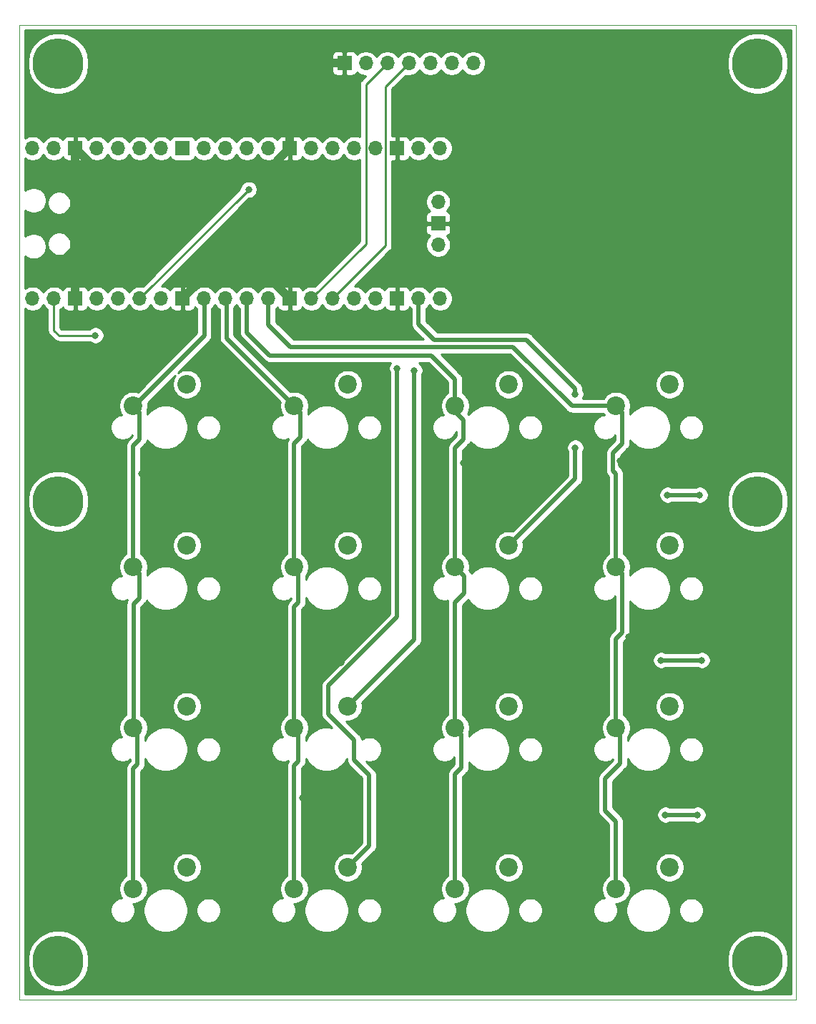
<source format=gbr>
%TF.GenerationSoftware,KiCad,Pcbnew,5.1.10-88a1d61d58~88~ubuntu20.04.1*%
%TF.CreationDate,2021-06-08T22:13:52+03:00*%
%TF.ProjectId,picoMacro,7069636f-4d61-4637-926f-2e6b69636164,rev?*%
%TF.SameCoordinates,Original*%
%TF.FileFunction,Copper,L2,Bot*%
%TF.FilePolarity,Positive*%
%FSLAX46Y46*%
G04 Gerber Fmt 4.6, Leading zero omitted, Abs format (unit mm)*
G04 Created by KiCad (PCBNEW 5.1.10-88a1d61d58~88~ubuntu20.04.1) date 2021-06-08 22:13:52*
%MOMM*%
%LPD*%
G01*
G04 APERTURE LIST*
%TA.AperFunction,Profile*%
%ADD10C,0.050000*%
%TD*%
%TA.AperFunction,ComponentPad*%
%ADD11C,6.000000*%
%TD*%
%TA.AperFunction,ComponentPad*%
%ADD12O,1.700000X1.700000*%
%TD*%
%TA.AperFunction,ComponentPad*%
%ADD13R,1.700000X1.700000*%
%TD*%
%TA.AperFunction,ComponentPad*%
%ADD14C,2.200000*%
%TD*%
%TA.AperFunction,ViaPad*%
%ADD15C,0.800000*%
%TD*%
%TA.AperFunction,Conductor*%
%ADD16C,0.500000*%
%TD*%
%TA.AperFunction,Conductor*%
%ADD17C,1.000000*%
%TD*%
%TA.AperFunction,Conductor*%
%ADD18C,0.250000*%
%TD*%
%TA.AperFunction,Conductor*%
%ADD19C,0.254000*%
%TD*%
%TA.AperFunction,Conductor*%
%ADD20C,0.100000*%
%TD*%
G04 APERTURE END LIST*
D10*
X633476000Y-337820000D02*
X541528000Y-337820000D01*
X633476000Y-453136000D02*
X633476000Y-337820000D01*
X541528000Y-453136000D02*
X633476000Y-453136000D01*
X541528000Y-337820000D02*
X541528000Y-453136000D01*
D11*
%TO.P,REF\u002A\u002A,1*%
%TO.N,N/C*%
X628904000Y-342392000D03*
%TD*%
D12*
%TO.P,U1,43*%
%TO.N,Net-(U1-Pad43)*%
X591082000Y-358775000D03*
D13*
%TO.P,U1,42*%
%TO.N,GND*%
X591082000Y-361315000D03*
D12*
%TO.P,U1,41*%
%TO.N,Net-(U1-Pad41)*%
X591082000Y-363855000D03*
%TO.P,U1,40*%
%TO.N,+5V*%
X543052000Y-352425000D03*
%TO.P,U1,39*%
%TO.N,Net-(U1-Pad39)*%
X545592000Y-352425000D03*
D13*
%TO.P,U1,38*%
%TO.N,GND*%
X548132000Y-352425000D03*
D12*
%TO.P,U1,37*%
%TO.N,Net-(U1-Pad37)*%
X550672000Y-352425000D03*
%TO.P,U1,36*%
%TO.N,+3V3*%
X553212000Y-352425000D03*
%TO.P,U1,35*%
%TO.N,Net-(U1-Pad35)*%
X555752000Y-352425000D03*
%TO.P,U1,34*%
%TO.N,Net-(U1-Pad34)*%
X558292000Y-352425000D03*
D13*
%TO.P,U1,33*%
%TO.N,Net-(U1-Pad33)*%
X560832000Y-352425000D03*
D12*
%TO.P,U1,32*%
%TO.N,Net-(U1-Pad32)*%
X563372000Y-352425000D03*
%TO.P,U1,31*%
%TO.N,Net-(U1-Pad31)*%
X565912000Y-352425000D03*
%TO.P,U1,30*%
%TO.N,Net-(U1-Pad30)*%
X568452000Y-352425000D03*
%TO.P,U1,29*%
%TO.N,Net-(U1-Pad29)*%
X570992000Y-352425000D03*
D13*
%TO.P,U1,28*%
%TO.N,GND*%
X573532000Y-352425000D03*
D12*
%TO.P,U1,27*%
%TO.N,Net-(U1-Pad27)*%
X576072000Y-352425000D03*
%TO.P,U1,26*%
%TO.N,Net-(U1-Pad26)*%
X578612000Y-352425000D03*
%TO.P,U1,25*%
%TO.N,Net-(U1-Pad25)*%
X581152000Y-352425000D03*
%TO.P,U1,24*%
%TO.N,Net-(U1-Pad24)*%
X583692000Y-352425000D03*
D13*
%TO.P,U1,23*%
%TO.N,GND*%
X586232000Y-352425000D03*
D12*
%TO.P,U1,22*%
%TO.N,Net-(U1-Pad22)*%
X588772000Y-352425000D03*
%TO.P,U1,21*%
%TO.N,Net-(U1-Pad21)*%
X591312000Y-352425000D03*
%TO.P,U1,20*%
%TO.N,Net-(SW1-Pad1)*%
X591312000Y-370205000D03*
%TO.P,U1,19*%
%TO.N,Net-(SW5-Pad1)*%
X588772000Y-370205000D03*
D13*
%TO.P,U1,18*%
%TO.N,GND*%
X586232000Y-370205000D03*
D12*
%TO.P,U1,17*%
%TO.N,Net-(SW10-Pad1)*%
X583692000Y-370205000D03*
%TO.P,U1,16*%
%TO.N,Net-(SW13-Pad1)*%
X581152000Y-370205000D03*
%TO.P,U1,15*%
%TO.N,Net-(Disp1-Pad4)*%
X578612000Y-370205000D03*
%TO.P,U1,14*%
%TO.N,Net-(Disp1-Pad3)*%
X576072000Y-370205000D03*
D13*
%TO.P,U1,13*%
%TO.N,GND*%
X573532000Y-370205000D03*
D12*
%TO.P,U1,12*%
%TO.N,Net-(SW12-Pad2)*%
X570992000Y-370205000D03*
%TO.P,U1,11*%
%TO.N,Net-(SW11-Pad2)*%
X568452000Y-370205000D03*
%TO.P,U1,10*%
%TO.N,Net-(SW10-Pad2)*%
X565912000Y-370205000D03*
%TO.P,U1,9*%
%TO.N,Net-(SW1-Pad2)*%
X563372000Y-370205000D03*
D13*
%TO.P,U1,8*%
%TO.N,GND*%
X560832000Y-370205000D03*
D12*
%TO.P,U1,7*%
%TO.N,Net-(Disp1-Pad6)*%
X558292000Y-370205000D03*
%TO.P,U1,6*%
%TO.N,Net-(Disp1-Pad7)*%
X555752000Y-370205000D03*
%TO.P,U1,5*%
%TO.N,Net-(U1-Pad5)*%
X553212000Y-370205000D03*
%TO.P,U1,4*%
%TO.N,Net-(Disp1-Pad5)*%
X550672000Y-370205000D03*
D13*
%TO.P,U1,3*%
%TO.N,GND*%
X548132000Y-370205000D03*
D12*
%TO.P,U1,2*%
%TO.N,Net-(R1-Pad2)*%
X545592000Y-370205000D03*
%TO.P,U1,1*%
%TO.N,Net-(U1-Pad1)*%
X543052000Y-370205000D03*
%TD*%
D11*
%TO.P,REF\u002A\u002A,1*%
%TO.N,N/C*%
X546100000Y-342392000D03*
%TD*%
%TO.P,REF\u002A\u002A,1*%
%TO.N,N/C*%
X628904000Y-394208000D03*
%TD*%
%TO.P,REF\u002A\u002A,1*%
%TO.N,N/C*%
X546100000Y-394208000D03*
%TD*%
%TO.P,REF\u002A\u002A,1*%
%TO.N,N/C*%
X546100000Y-448564000D03*
%TD*%
%TO.P,REF\u002A\u002A,1*%
%TO.N,N/C*%
X628904000Y-448564000D03*
%TD*%
D14*
%TO.P,SW16,2*%
%TO.N,Net-(SW12-Pad2)*%
X612140000Y-440055000D03*
%TO.P,SW16,1*%
%TO.N,Net-(SW13-Pad1)*%
X618490000Y-437515000D03*
%TD*%
%TO.P,SW15,2*%
%TO.N,Net-(SW11-Pad2)*%
X593090000Y-440055000D03*
%TO.P,SW15,1*%
%TO.N,Net-(SW13-Pad1)*%
X599440000Y-437515000D03*
%TD*%
%TO.P,SW14,2*%
%TO.N,Net-(SW10-Pad2)*%
X574040000Y-440055000D03*
%TO.P,SW14,1*%
%TO.N,Net-(SW13-Pad1)*%
X580390000Y-437515000D03*
%TD*%
%TO.P,SW13,2*%
%TO.N,Net-(SW1-Pad2)*%
X554990000Y-440055000D03*
%TO.P,SW13,1*%
%TO.N,Net-(SW13-Pad1)*%
X561340000Y-437515000D03*
%TD*%
%TO.P,SW12,2*%
%TO.N,Net-(SW12-Pad2)*%
X612140000Y-421005000D03*
%TO.P,SW12,1*%
%TO.N,Net-(SW10-Pad1)*%
X618490000Y-418465000D03*
%TD*%
%TO.P,SW11,2*%
%TO.N,Net-(SW11-Pad2)*%
X593090000Y-421005000D03*
%TO.P,SW11,1*%
%TO.N,Net-(SW10-Pad1)*%
X599440000Y-418465000D03*
%TD*%
%TO.P,SW10,2*%
%TO.N,Net-(SW10-Pad2)*%
X574040000Y-421005000D03*
%TO.P,SW10,1*%
%TO.N,Net-(SW10-Pad1)*%
X580390000Y-418465000D03*
%TD*%
%TO.P,SW9,2*%
%TO.N,Net-(SW1-Pad2)*%
X554990000Y-421005000D03*
%TO.P,SW9,1*%
%TO.N,Net-(SW10-Pad1)*%
X561340000Y-418465000D03*
%TD*%
%TO.P,SW8,2*%
%TO.N,Net-(SW12-Pad2)*%
X612140000Y-401955000D03*
%TO.P,SW8,1*%
%TO.N,Net-(SW5-Pad1)*%
X618490000Y-399415000D03*
%TD*%
%TO.P,SW7,2*%
%TO.N,Net-(SW11-Pad2)*%
X593090000Y-401955000D03*
%TO.P,SW7,1*%
%TO.N,Net-(SW5-Pad1)*%
X599440000Y-399415000D03*
%TD*%
%TO.P,SW6,2*%
%TO.N,Net-(SW10-Pad2)*%
X574040000Y-401955000D03*
%TO.P,SW6,1*%
%TO.N,Net-(SW5-Pad1)*%
X580390000Y-399415000D03*
%TD*%
%TO.P,SW5,2*%
%TO.N,Net-(SW1-Pad2)*%
X554990000Y-401955000D03*
%TO.P,SW5,1*%
%TO.N,Net-(SW5-Pad1)*%
X561340000Y-399415000D03*
%TD*%
%TO.P,SW4,2*%
%TO.N,Net-(SW12-Pad2)*%
X612140000Y-382905000D03*
%TO.P,SW4,1*%
%TO.N,Net-(SW1-Pad1)*%
X618490000Y-380365000D03*
%TD*%
%TO.P,SW3,2*%
%TO.N,Net-(SW11-Pad2)*%
X593090000Y-382905000D03*
%TO.P,SW3,1*%
%TO.N,Net-(SW1-Pad1)*%
X599440000Y-380365000D03*
%TD*%
%TO.P,SW2,2*%
%TO.N,Net-(SW10-Pad2)*%
X574040000Y-382905000D03*
%TO.P,SW2,1*%
%TO.N,Net-(SW1-Pad1)*%
X580390000Y-380365000D03*
%TD*%
%TO.P,SW1,2*%
%TO.N,Net-(SW1-Pad2)*%
X554990000Y-382905000D03*
%TO.P,SW1,1*%
%TO.N,Net-(SW1-Pad1)*%
X561340000Y-380365000D03*
%TD*%
D12*
%TO.P,Disp1,7*%
%TO.N,Net-(Disp1-Pad7)*%
X595210900Y-342379300D03*
%TO.P,Disp1,6*%
%TO.N,Net-(Disp1-Pad6)*%
X592670900Y-342379300D03*
%TO.P,Disp1,5*%
%TO.N,Net-(Disp1-Pad5)*%
X590130900Y-342379300D03*
%TO.P,Disp1,4*%
%TO.N,Net-(Disp1-Pad4)*%
X587590900Y-342379300D03*
%TO.P,Disp1,3*%
%TO.N,Net-(Disp1-Pad3)*%
X585050900Y-342379300D03*
%TO.P,Disp1,2*%
%TO.N,+3V3*%
X582510900Y-342379300D03*
D13*
%TO.P,Disp1,1*%
%TO.N,GND*%
X579970900Y-342379300D03*
%TD*%
D15*
%TO.N,GND*%
X560324000Y-394208000D03*
X556006000Y-390906000D03*
X580644000Y-394208000D03*
X575564000Y-389128000D03*
X599694000Y-394208000D03*
X617474000Y-394716000D03*
X594105998Y-389636000D03*
X612648000Y-389382000D03*
X561086000Y-413512000D03*
X579628000Y-413258000D03*
X598932000Y-413258000D03*
X616204000Y-414274000D03*
X617220000Y-432816000D03*
X598932000Y-432308000D03*
X580898000Y-432308000D03*
X561086000Y-432308000D03*
X560324000Y-451612000D03*
X581660000Y-451358000D03*
X599440000Y-451358000D03*
X623062000Y-451104000D03*
X556260000Y-448055980D03*
X575310000Y-448056018D03*
X594360000Y-448310000D03*
X613918000Y-448310000D03*
X556260000Y-429260000D03*
X575056000Y-429260012D03*
X594360000Y-429260000D03*
X612648000Y-429260000D03*
X613664000Y-410210000D03*
X594867994Y-410210000D03*
X575564000Y-410210000D03*
X556768000Y-410210000D03*
%TO.N,+5V*%
X618236000Y-393446000D03*
X617474000Y-413004000D03*
X622300000Y-413004000D03*
X622046000Y-393446000D03*
X617982000Y-431292000D03*
X621792000Y-431292000D03*
%TO.N,Net-(Disp1-Pad7)*%
X568642499Y-357314501D03*
%TO.N,Net-(R1-Pad2)*%
X550494200Y-374561100D03*
%TO.N,Net-(SW5-Pad1)*%
X607314000Y-381508000D03*
X607314000Y-387858000D03*
%TO.N,Net-(SW10-Pad1)*%
X588264000Y-378714000D03*
%TO.N,Net-(SW13-Pad1)*%
X586232000Y-378460000D03*
%TD*%
D16*
%TO.N,GND*%
X559308000Y-394208000D02*
X556006000Y-390906000D01*
X560324000Y-394208000D02*
X559308000Y-394208000D01*
X580644000Y-394208000D02*
X575564000Y-389128000D01*
X599694000Y-394208000D02*
X595122000Y-389636000D01*
X595122000Y-389636000D02*
X594105998Y-389636000D01*
X612648000Y-389890000D02*
X612648000Y-389382000D01*
X617474000Y-394716000D02*
X612648000Y-389890000D01*
X556767980Y-448055980D02*
X556260000Y-448055980D01*
X560324000Y-451612000D02*
X556767980Y-448055980D01*
X578611982Y-451358000D02*
X575310000Y-448056018D01*
X581660000Y-451358000D02*
X578611982Y-451358000D01*
X596392000Y-448310000D02*
X594360000Y-448310000D01*
X599440000Y-451358000D02*
X596392000Y-448310000D01*
X616712000Y-451104000D02*
X613918000Y-448310000D01*
X623062000Y-451104000D02*
X616712000Y-451104000D01*
X558038000Y-429260000D02*
X556260000Y-429260000D01*
X561086000Y-432308000D02*
X558038000Y-429260000D01*
X577850012Y-429260012D02*
X575056000Y-429260012D01*
X580898000Y-432308000D02*
X577850012Y-429260012D01*
X595884000Y-429260000D02*
X594360000Y-429260000D01*
X598932000Y-432308000D02*
X595884000Y-429260000D01*
X613664000Y-429260000D02*
X612648000Y-429260000D01*
X617220000Y-432816000D02*
X613664000Y-429260000D01*
X613664000Y-410972000D02*
X613664000Y-410210000D01*
X616204000Y-413512000D02*
X613664000Y-410972000D01*
X616204000Y-414274000D02*
X616204000Y-413512000D01*
X595884000Y-410210000D02*
X594867994Y-410210000D01*
X598932000Y-413258000D02*
X595884000Y-410210000D01*
X576580000Y-410210000D02*
X575564000Y-410210000D01*
X579628000Y-413258000D02*
X576580000Y-410210000D01*
X557784000Y-410210000D02*
X556768000Y-410210000D01*
X561086000Y-413512000D02*
X557784000Y-410210000D01*
X574040000Y-370268500D02*
X573976500Y-370205000D01*
D17*
X579970900Y-342379300D02*
X578370700Y-342379300D01*
X573532000Y-347218000D02*
X573532000Y-352425000D01*
X578370700Y-342379300D02*
X573532000Y-347218000D01*
X548132000Y-370205000D02*
X548132000Y-352425000D01*
X570357000Y-355600000D02*
X573532000Y-352425000D01*
X551307000Y-355600000D02*
X570357000Y-355600000D01*
X548132000Y-352425000D02*
X551307000Y-355600000D01*
X570992000Y-367665000D02*
X573532000Y-370205000D01*
X570357000Y-367030000D02*
X570992000Y-367665000D01*
X570357000Y-355600000D02*
X570357000Y-367030000D01*
X570484000Y-367157000D02*
X570992000Y-367665000D01*
X563880000Y-367157000D02*
X570484000Y-367157000D01*
X560832000Y-370205000D02*
X563880000Y-367157000D01*
D16*
%TO.N,+5V*%
X617474000Y-413004000D02*
X622300000Y-413004000D01*
X618236000Y-393446000D02*
X622046000Y-393446000D01*
X617982000Y-431292000D02*
X621792000Y-431292000D01*
D18*
%TO.N,Net-(Disp1-Pad7)*%
X555752000Y-370205000D02*
X568642499Y-357314501D01*
%TO.N,Net-(Disp1-Pad4)*%
X584867001Y-363949999D02*
X578612000Y-370205000D01*
X584867001Y-345103199D02*
X584867001Y-363949999D01*
X587590900Y-342379300D02*
X584867001Y-345103199D01*
%TO.N,Net-(Disp1-Pad3)*%
X582516999Y-363760001D02*
X576072000Y-370205000D01*
X582516999Y-344913201D02*
X582516999Y-363760001D01*
X585050900Y-342379300D02*
X582516999Y-344913201D01*
%TO.N,Net-(R1-Pad2)*%
X550494200Y-374561100D02*
X546188900Y-374561100D01*
X545592000Y-373964200D02*
X545592000Y-370205000D01*
X546188900Y-374561100D02*
X545592000Y-373964200D01*
D16*
%TO.N,Net-(SW1-Pad2)*%
X555020001Y-420974999D02*
X555020001Y-406369999D01*
X554990000Y-421005000D02*
X555020001Y-420974999D01*
X555020001Y-406369999D02*
X555752000Y-405638000D01*
X555752000Y-402717000D02*
X554990000Y-401955000D01*
X555752000Y-405638000D02*
X555752000Y-402717000D01*
X555498000Y-421513000D02*
X554990000Y-421005000D01*
X555498000Y-425323000D02*
X555498000Y-421513000D01*
X554990000Y-425831000D02*
X555498000Y-425323000D01*
X554990000Y-440055000D02*
X554990000Y-425831000D01*
X555752000Y-386842000D02*
X555752000Y-383667000D01*
X555752000Y-383667000D02*
X554990000Y-382905000D01*
X554990000Y-387604000D02*
X555752000Y-386842000D01*
X554990000Y-401955000D02*
X554990000Y-387604000D01*
X563384700Y-374637300D02*
X563384700Y-370217700D01*
X555117000Y-382905000D02*
X563384700Y-374637300D01*
X563384700Y-370217700D02*
X563372000Y-370205000D01*
X554990000Y-382905000D02*
X555117000Y-382905000D01*
%TO.N,Net-(SW10-Pad2)*%
X574548000Y-421513000D02*
X574040000Y-421005000D01*
X574548000Y-424942000D02*
X574548000Y-421513000D01*
X574040000Y-425450000D02*
X574548000Y-424942000D01*
X574040000Y-440055000D02*
X574040000Y-425450000D01*
X574548000Y-406146000D02*
X574548000Y-402463000D01*
X574040000Y-406654000D02*
X574548000Y-406146000D01*
X574548000Y-402463000D02*
X574040000Y-401955000D01*
X574040000Y-421005000D02*
X574040000Y-406654000D01*
X574802000Y-383667000D02*
X574040000Y-382905000D01*
X574802000Y-386588000D02*
X574802000Y-383667000D01*
X574040000Y-387350000D02*
X574802000Y-386588000D01*
X574040000Y-401955000D02*
X574040000Y-387350000D01*
X574040000Y-382905000D02*
X566039000Y-374904000D01*
X566039000Y-370332000D02*
X565912000Y-370205000D01*
X566039000Y-374904000D02*
X566039000Y-370332000D01*
%TO.N,Net-(SW11-Pad2)*%
X593090000Y-382905000D02*
X593090000Y-383540000D01*
X593090000Y-383540000D02*
X594106000Y-384556000D01*
X594106000Y-384556000D02*
X594106000Y-386842000D01*
X593090000Y-387858000D02*
X593090000Y-401955000D01*
X594106000Y-386842000D02*
X593090000Y-387858000D01*
X593090000Y-440055000D02*
X593090000Y-426466000D01*
X593090000Y-426466000D02*
X593852000Y-425704000D01*
X593852000Y-421767000D02*
X593090000Y-421005000D01*
X593852000Y-425704000D02*
X593852000Y-421767000D01*
X593090000Y-421005000D02*
X593090000Y-406146000D01*
X594189999Y-403054999D02*
X593090000Y-401955000D01*
X594189999Y-405046001D02*
X594189999Y-403054999D01*
X593090000Y-406146000D02*
X594189999Y-405046001D01*
X568452000Y-374230900D02*
X568452000Y-370205000D01*
X571157100Y-376936000D02*
X568452000Y-374230900D01*
X590296000Y-376936000D02*
X571157100Y-376936000D01*
X593090000Y-379730000D02*
X590296000Y-376936000D01*
X593090000Y-382905000D02*
X593090000Y-379730000D01*
%TO.N,Net-(SW12-Pad2)*%
X612648000Y-421513000D02*
X612140000Y-421005000D01*
X612648000Y-425205501D02*
X612648000Y-421513000D01*
X610870000Y-426983501D02*
X612648000Y-425205501D01*
X612140000Y-432054000D02*
X610870000Y-430784000D01*
X610870000Y-430784000D02*
X610870000Y-426983501D01*
X612140000Y-440055000D02*
X612140000Y-432054000D01*
X612140000Y-410475998D02*
X612902000Y-409713998D01*
X612140000Y-421005000D02*
X612140000Y-410475998D01*
X612902000Y-402717000D02*
X612140000Y-401955000D01*
X612902000Y-409713998D02*
X612902000Y-402717000D01*
X612902000Y-387350000D02*
X612902000Y-383667000D01*
X611797999Y-388454001D02*
X612902000Y-387350000D01*
X612902000Y-383667000D02*
X612140000Y-382905000D01*
X611797999Y-390563999D02*
X611797999Y-388454001D01*
X612140000Y-390906000D02*
X611797999Y-390563999D01*
X612140000Y-401955000D02*
X612140000Y-390906000D01*
X570992000Y-373316500D02*
X570992000Y-370205000D01*
X573595500Y-375920000D02*
X570992000Y-373316500D01*
X606920300Y-382905000D02*
X599935300Y-375920000D01*
X599935300Y-375920000D02*
X573595500Y-375920000D01*
X612140000Y-382905000D02*
X606920300Y-382905000D01*
%TO.N,Net-(SW5-Pad1)*%
X607314000Y-391541000D02*
X599440000Y-399415000D01*
X607314000Y-387858000D02*
X607314000Y-391541000D01*
X588772000Y-373227600D02*
X588772000Y-370205000D01*
X590613500Y-375069100D02*
X588772000Y-373227600D01*
X601535500Y-375069100D02*
X590613500Y-375069100D01*
X607314000Y-380847600D02*
X601535500Y-375069100D01*
X607314000Y-381508000D02*
X607314000Y-380847600D01*
%TO.N,Net-(SW10-Pad1)*%
X588264000Y-410591000D02*
X580390000Y-418465000D01*
X588264000Y-378714000D02*
X588264000Y-410591000D01*
%TO.N,Net-(SW13-Pad1)*%
X581152000Y-424817999D02*
X582930000Y-426595999D01*
X581152000Y-422402000D02*
X581152000Y-424817999D01*
X578104000Y-419354000D02*
X581152000Y-422402000D01*
X582930000Y-434975000D02*
X580390000Y-437515000D01*
X578104000Y-416040002D02*
X578104000Y-419354000D01*
X586232000Y-407912002D02*
X578104000Y-416040002D01*
X582930000Y-426595999D02*
X582930000Y-434975000D01*
X586232000Y-378460000D02*
X586232000Y-407912002D01*
%TD*%
D19*
%TO.N,GND*%
X632816000Y-452476000D02*
X542188000Y-452476000D01*
X542188000Y-448205984D01*
X542465000Y-448205984D01*
X542465000Y-448922016D01*
X542604691Y-449624290D01*
X542878705Y-450285818D01*
X543276511Y-450881177D01*
X543782823Y-451387489D01*
X544378182Y-451785295D01*
X545039710Y-452059309D01*
X545741984Y-452199000D01*
X546458016Y-452199000D01*
X547160290Y-452059309D01*
X547821818Y-451785295D01*
X548417177Y-451387489D01*
X548923489Y-450881177D01*
X549321295Y-450285818D01*
X549595309Y-449624290D01*
X549735000Y-448922016D01*
X549735000Y-448205984D01*
X625269000Y-448205984D01*
X625269000Y-448922016D01*
X625408691Y-449624290D01*
X625682705Y-450285818D01*
X626080511Y-450881177D01*
X626586823Y-451387489D01*
X627182182Y-451785295D01*
X627843710Y-452059309D01*
X628545984Y-452199000D01*
X629262016Y-452199000D01*
X629964290Y-452059309D01*
X630625818Y-451785295D01*
X631221177Y-451387489D01*
X631727489Y-450881177D01*
X632125295Y-450285818D01*
X632399309Y-449624290D01*
X632539000Y-448922016D01*
X632539000Y-448205984D01*
X632399309Y-447503710D01*
X632125295Y-446842182D01*
X631727489Y-446246823D01*
X631221177Y-445740511D01*
X630625818Y-445342705D01*
X629964290Y-445068691D01*
X629262016Y-444929000D01*
X628545984Y-444929000D01*
X627843710Y-445068691D01*
X627182182Y-445342705D01*
X626586823Y-445740511D01*
X626080511Y-446246823D01*
X625682705Y-446842182D01*
X625408691Y-447503710D01*
X625269000Y-448205984D01*
X549735000Y-448205984D01*
X549595309Y-447503710D01*
X549321295Y-446842182D01*
X548923489Y-446246823D01*
X548417177Y-445740511D01*
X547821818Y-445342705D01*
X547160290Y-445068691D01*
X546458016Y-444929000D01*
X545741984Y-444929000D01*
X545039710Y-445068691D01*
X544378182Y-445342705D01*
X543782823Y-445740511D01*
X543276511Y-446246823D01*
X542878705Y-446842182D01*
X542604691Y-447503710D01*
X542465000Y-448205984D01*
X542188000Y-448205984D01*
X542188000Y-393849984D01*
X542465000Y-393849984D01*
X542465000Y-394566016D01*
X542604691Y-395268290D01*
X542878705Y-395929818D01*
X543276511Y-396525177D01*
X543782823Y-397031489D01*
X544378182Y-397429295D01*
X545039710Y-397703309D01*
X545741984Y-397843000D01*
X546458016Y-397843000D01*
X547160290Y-397703309D01*
X547821818Y-397429295D01*
X548417177Y-397031489D01*
X548923489Y-396525177D01*
X549321295Y-395929818D01*
X549595309Y-395268290D01*
X549735000Y-394566016D01*
X549735000Y-393849984D01*
X549595309Y-393147710D01*
X549321295Y-392486182D01*
X548923489Y-391890823D01*
X548417177Y-391384511D01*
X547821818Y-390986705D01*
X547160290Y-390712691D01*
X546458016Y-390573000D01*
X545741984Y-390573000D01*
X545039710Y-390712691D01*
X544378182Y-390986705D01*
X543782823Y-391384511D01*
X543276511Y-391890823D01*
X542878705Y-392486182D01*
X542604691Y-393147710D01*
X542465000Y-393849984D01*
X542188000Y-393849984D01*
X542188000Y-385298740D01*
X552235000Y-385298740D01*
X552235000Y-385591260D01*
X552292068Y-385878158D01*
X552404010Y-386148411D01*
X552566525Y-386391632D01*
X552773368Y-386598475D01*
X553016589Y-386760990D01*
X553286842Y-386872932D01*
X553573740Y-386930000D01*
X553866260Y-386930000D01*
X554153158Y-386872932D01*
X554423411Y-386760990D01*
X554666632Y-386598475D01*
X554867000Y-386398107D01*
X554867000Y-386475421D01*
X554394951Y-386947471D01*
X554361184Y-386975183D01*
X554333471Y-387008951D01*
X554333468Y-387008954D01*
X554250590Y-387109941D01*
X554168412Y-387263687D01*
X554117805Y-387430510D01*
X554100719Y-387604000D01*
X554105001Y-387647479D01*
X554105000Y-400459671D01*
X553884002Y-400607337D01*
X553642337Y-400849002D01*
X553452463Y-401133169D01*
X553321675Y-401448919D01*
X553255000Y-401784117D01*
X553255000Y-402125883D01*
X553321675Y-402461081D01*
X553452463Y-402776831D01*
X553608261Y-403010000D01*
X553573740Y-403010000D01*
X553286842Y-403067068D01*
X553016589Y-403179010D01*
X552773368Y-403341525D01*
X552566525Y-403548368D01*
X552404010Y-403791589D01*
X552292068Y-404061842D01*
X552235000Y-404348740D01*
X552235000Y-404641260D01*
X552292068Y-404928158D01*
X552404010Y-405198411D01*
X552566525Y-405441632D01*
X552773368Y-405648475D01*
X553016589Y-405810990D01*
X553286842Y-405922932D01*
X553573740Y-405980000D01*
X553866260Y-405980000D01*
X554153158Y-405922932D01*
X554287793Y-405867165D01*
X554280591Y-405875940D01*
X554198413Y-406029686D01*
X554147806Y-406196509D01*
X554130720Y-406369999D01*
X554135002Y-406413478D01*
X554135001Y-419489625D01*
X553884002Y-419657337D01*
X553642337Y-419899002D01*
X553452463Y-420183169D01*
X553321675Y-420498919D01*
X553255000Y-420834117D01*
X553255000Y-421175883D01*
X553321675Y-421511081D01*
X553452463Y-421826831D01*
X553608261Y-422060000D01*
X553573740Y-422060000D01*
X553286842Y-422117068D01*
X553016589Y-422229010D01*
X552773368Y-422391525D01*
X552566525Y-422598368D01*
X552404010Y-422841589D01*
X552292068Y-423111842D01*
X552235000Y-423398740D01*
X552235000Y-423691260D01*
X552292068Y-423978158D01*
X552404010Y-424248411D01*
X552566525Y-424491632D01*
X552773368Y-424698475D01*
X553016589Y-424860990D01*
X553286842Y-424972932D01*
X553573740Y-425030000D01*
X553866260Y-425030000D01*
X554153158Y-424972932D01*
X554423411Y-424860990D01*
X554613000Y-424734311D01*
X554613000Y-424956422D01*
X554394952Y-425174470D01*
X554361184Y-425202183D01*
X554333471Y-425235951D01*
X554333468Y-425235954D01*
X554250590Y-425336941D01*
X554168412Y-425490687D01*
X554117805Y-425657510D01*
X554100719Y-425831000D01*
X554105001Y-425874479D01*
X554105000Y-438559671D01*
X553884002Y-438707337D01*
X553642337Y-438949002D01*
X553452463Y-439233169D01*
X553321675Y-439548919D01*
X553255000Y-439884117D01*
X553255000Y-440225883D01*
X553321675Y-440561081D01*
X553452463Y-440876831D01*
X553608261Y-441110000D01*
X553573740Y-441110000D01*
X553286842Y-441167068D01*
X553016589Y-441279010D01*
X552773368Y-441441525D01*
X552566525Y-441648368D01*
X552404010Y-441891589D01*
X552292068Y-442161842D01*
X552235000Y-442448740D01*
X552235000Y-442741260D01*
X552292068Y-443028158D01*
X552404010Y-443298411D01*
X552566525Y-443541632D01*
X552773368Y-443748475D01*
X553016589Y-443910990D01*
X553286842Y-444022932D01*
X553573740Y-444080000D01*
X553866260Y-444080000D01*
X554153158Y-444022932D01*
X554423411Y-443910990D01*
X554666632Y-443748475D01*
X554873475Y-443541632D01*
X555035990Y-443298411D01*
X555147932Y-443028158D01*
X555205000Y-442741260D01*
X555205000Y-442448740D01*
X555182471Y-442335475D01*
X556165000Y-442335475D01*
X556165000Y-442854525D01*
X556266261Y-443363601D01*
X556464893Y-443843141D01*
X556753262Y-444274715D01*
X557120285Y-444641738D01*
X557551859Y-444930107D01*
X558031399Y-445128739D01*
X558540475Y-445230000D01*
X559059525Y-445230000D01*
X559568601Y-445128739D01*
X560048141Y-444930107D01*
X560479715Y-444641738D01*
X560846738Y-444274715D01*
X561135107Y-443843141D01*
X561333739Y-443363601D01*
X561435000Y-442854525D01*
X561435000Y-442448740D01*
X562395000Y-442448740D01*
X562395000Y-442741260D01*
X562452068Y-443028158D01*
X562564010Y-443298411D01*
X562726525Y-443541632D01*
X562933368Y-443748475D01*
X563176589Y-443910990D01*
X563446842Y-444022932D01*
X563733740Y-444080000D01*
X564026260Y-444080000D01*
X564313158Y-444022932D01*
X564583411Y-443910990D01*
X564826632Y-443748475D01*
X565033475Y-443541632D01*
X565195990Y-443298411D01*
X565307932Y-443028158D01*
X565365000Y-442741260D01*
X565365000Y-442448740D01*
X565307932Y-442161842D01*
X565195990Y-441891589D01*
X565033475Y-441648368D01*
X564826632Y-441441525D01*
X564583411Y-441279010D01*
X564313158Y-441167068D01*
X564026260Y-441110000D01*
X563733740Y-441110000D01*
X563446842Y-441167068D01*
X563176589Y-441279010D01*
X562933368Y-441441525D01*
X562726525Y-441648368D01*
X562564010Y-441891589D01*
X562452068Y-442161842D01*
X562395000Y-442448740D01*
X561435000Y-442448740D01*
X561435000Y-442335475D01*
X561333739Y-441826399D01*
X561135107Y-441346859D01*
X560846738Y-440915285D01*
X560479715Y-440548262D01*
X560048141Y-440259893D01*
X559568601Y-440061261D01*
X559059525Y-439960000D01*
X558540475Y-439960000D01*
X558031399Y-440061261D01*
X557551859Y-440259893D01*
X557120285Y-440548262D01*
X556753262Y-440915285D01*
X556464893Y-441346859D01*
X556266261Y-441826399D01*
X556165000Y-442335475D01*
X555182471Y-442335475D01*
X555147932Y-442161842D01*
X555035990Y-441891589D01*
X554968110Y-441790000D01*
X555160883Y-441790000D01*
X555496081Y-441723325D01*
X555811831Y-441592537D01*
X556095998Y-441402663D01*
X556337663Y-441160998D01*
X556527537Y-440876831D01*
X556658325Y-440561081D01*
X556725000Y-440225883D01*
X556725000Y-439884117D01*
X556658325Y-439548919D01*
X556527537Y-439233169D01*
X556337663Y-438949002D01*
X556095998Y-438707337D01*
X555875000Y-438559671D01*
X555875000Y-437344117D01*
X559605000Y-437344117D01*
X559605000Y-437685883D01*
X559671675Y-438021081D01*
X559802463Y-438336831D01*
X559992337Y-438620998D01*
X560234002Y-438862663D01*
X560518169Y-439052537D01*
X560833919Y-439183325D01*
X561169117Y-439250000D01*
X561510883Y-439250000D01*
X561846081Y-439183325D01*
X562161831Y-439052537D01*
X562445998Y-438862663D01*
X562687663Y-438620998D01*
X562877537Y-438336831D01*
X563008325Y-438021081D01*
X563075000Y-437685883D01*
X563075000Y-437344117D01*
X563008325Y-437008919D01*
X562877537Y-436693169D01*
X562687663Y-436409002D01*
X562445998Y-436167337D01*
X562161831Y-435977463D01*
X561846081Y-435846675D01*
X561510883Y-435780000D01*
X561169117Y-435780000D01*
X560833919Y-435846675D01*
X560518169Y-435977463D01*
X560234002Y-436167337D01*
X559992337Y-436409002D01*
X559802463Y-436693169D01*
X559671675Y-437008919D01*
X559605000Y-437344117D01*
X555875000Y-437344117D01*
X555875000Y-426197578D01*
X556093045Y-425979533D01*
X556126817Y-425951817D01*
X556237411Y-425817059D01*
X556319589Y-425663313D01*
X556370195Y-425496490D01*
X556383000Y-425366477D01*
X556383000Y-425366467D01*
X556387281Y-425323001D01*
X556383000Y-425279535D01*
X556383000Y-424595434D01*
X556464893Y-424793141D01*
X556753262Y-425224715D01*
X557120285Y-425591738D01*
X557551859Y-425880107D01*
X558031399Y-426078739D01*
X558540475Y-426180000D01*
X559059525Y-426180000D01*
X559568601Y-426078739D01*
X560048141Y-425880107D01*
X560479715Y-425591738D01*
X560846738Y-425224715D01*
X561135107Y-424793141D01*
X561333739Y-424313601D01*
X561435000Y-423804525D01*
X561435000Y-423398740D01*
X562395000Y-423398740D01*
X562395000Y-423691260D01*
X562452068Y-423978158D01*
X562564010Y-424248411D01*
X562726525Y-424491632D01*
X562933368Y-424698475D01*
X563176589Y-424860990D01*
X563446842Y-424972932D01*
X563733740Y-425030000D01*
X564026260Y-425030000D01*
X564313158Y-424972932D01*
X564583411Y-424860990D01*
X564826632Y-424698475D01*
X565033475Y-424491632D01*
X565195990Y-424248411D01*
X565307932Y-423978158D01*
X565365000Y-423691260D01*
X565365000Y-423398740D01*
X565307932Y-423111842D01*
X565195990Y-422841589D01*
X565033475Y-422598368D01*
X564826632Y-422391525D01*
X564583411Y-422229010D01*
X564313158Y-422117068D01*
X564026260Y-422060000D01*
X563733740Y-422060000D01*
X563446842Y-422117068D01*
X563176589Y-422229010D01*
X562933368Y-422391525D01*
X562726525Y-422598368D01*
X562564010Y-422841589D01*
X562452068Y-423111842D01*
X562395000Y-423398740D01*
X561435000Y-423398740D01*
X561435000Y-423285475D01*
X561333739Y-422776399D01*
X561135107Y-422296859D01*
X560846738Y-421865285D01*
X560479715Y-421498262D01*
X560048141Y-421209893D01*
X559568601Y-421011261D01*
X559059525Y-420910000D01*
X558540475Y-420910000D01*
X558031399Y-421011261D01*
X557551859Y-421209893D01*
X557120285Y-421498262D01*
X556753262Y-421865285D01*
X556464893Y-422296859D01*
X556383000Y-422494566D01*
X556383000Y-422043146D01*
X556527537Y-421826831D01*
X556658325Y-421511081D01*
X556725000Y-421175883D01*
X556725000Y-420834117D01*
X556658325Y-420498919D01*
X556527537Y-420183169D01*
X556337663Y-419899002D01*
X556095998Y-419657337D01*
X555905001Y-419529717D01*
X555905001Y-418294117D01*
X559605000Y-418294117D01*
X559605000Y-418635883D01*
X559671675Y-418971081D01*
X559802463Y-419286831D01*
X559992337Y-419570998D01*
X560234002Y-419812663D01*
X560518169Y-420002537D01*
X560833919Y-420133325D01*
X561169117Y-420200000D01*
X561510883Y-420200000D01*
X561846081Y-420133325D01*
X562161831Y-420002537D01*
X562445998Y-419812663D01*
X562687663Y-419570998D01*
X562877537Y-419286831D01*
X563008325Y-418971081D01*
X563075000Y-418635883D01*
X563075000Y-418294117D01*
X563008325Y-417958919D01*
X562877537Y-417643169D01*
X562687663Y-417359002D01*
X562445998Y-417117337D01*
X562161831Y-416927463D01*
X561846081Y-416796675D01*
X561510883Y-416730000D01*
X561169117Y-416730000D01*
X560833919Y-416796675D01*
X560518169Y-416927463D01*
X560234002Y-417117337D01*
X559992337Y-417359002D01*
X559802463Y-417643169D01*
X559671675Y-417958919D01*
X559605000Y-418294117D01*
X555905001Y-418294117D01*
X555905001Y-406736577D01*
X556347050Y-406294529D01*
X556380817Y-406266817D01*
X556491411Y-406132059D01*
X556573589Y-405978313D01*
X556588714Y-405928452D01*
X556753262Y-406174715D01*
X557120285Y-406541738D01*
X557551859Y-406830107D01*
X558031399Y-407028739D01*
X558540475Y-407130000D01*
X559059525Y-407130000D01*
X559568601Y-407028739D01*
X560048141Y-406830107D01*
X560479715Y-406541738D01*
X560846738Y-406174715D01*
X561135107Y-405743141D01*
X561333739Y-405263601D01*
X561435000Y-404754525D01*
X561435000Y-404348740D01*
X562395000Y-404348740D01*
X562395000Y-404641260D01*
X562452068Y-404928158D01*
X562564010Y-405198411D01*
X562726525Y-405441632D01*
X562933368Y-405648475D01*
X563176589Y-405810990D01*
X563446842Y-405922932D01*
X563733740Y-405980000D01*
X564026260Y-405980000D01*
X564313158Y-405922932D01*
X564583411Y-405810990D01*
X564826632Y-405648475D01*
X565033475Y-405441632D01*
X565195990Y-405198411D01*
X565307932Y-404928158D01*
X565365000Y-404641260D01*
X565365000Y-404348740D01*
X565307932Y-404061842D01*
X565195990Y-403791589D01*
X565033475Y-403548368D01*
X564826632Y-403341525D01*
X564583411Y-403179010D01*
X564313158Y-403067068D01*
X564026260Y-403010000D01*
X563733740Y-403010000D01*
X563446842Y-403067068D01*
X563176589Y-403179010D01*
X562933368Y-403341525D01*
X562726525Y-403548368D01*
X562564010Y-403791589D01*
X562452068Y-404061842D01*
X562395000Y-404348740D01*
X561435000Y-404348740D01*
X561435000Y-404235475D01*
X561333739Y-403726399D01*
X561135107Y-403246859D01*
X560846738Y-402815285D01*
X560479715Y-402448262D01*
X560048141Y-402159893D01*
X559568601Y-401961261D01*
X559059525Y-401860000D01*
X558540475Y-401860000D01*
X558031399Y-401961261D01*
X557551859Y-402159893D01*
X557120285Y-402448262D01*
X556753262Y-402815285D01*
X556637000Y-402989283D01*
X556637000Y-402760469D01*
X556641281Y-402717000D01*
X556637000Y-402673531D01*
X556637000Y-402673523D01*
X556624195Y-402543510D01*
X556624189Y-402543492D01*
X556658325Y-402461081D01*
X556725000Y-402125883D01*
X556725000Y-401784117D01*
X556658325Y-401448919D01*
X556527537Y-401133169D01*
X556337663Y-400849002D01*
X556095998Y-400607337D01*
X555875000Y-400459671D01*
X555875000Y-399244117D01*
X559605000Y-399244117D01*
X559605000Y-399585883D01*
X559671675Y-399921081D01*
X559802463Y-400236831D01*
X559992337Y-400520998D01*
X560234002Y-400762663D01*
X560518169Y-400952537D01*
X560833919Y-401083325D01*
X561169117Y-401150000D01*
X561510883Y-401150000D01*
X561846081Y-401083325D01*
X562161831Y-400952537D01*
X562445998Y-400762663D01*
X562687663Y-400520998D01*
X562877537Y-400236831D01*
X563008325Y-399921081D01*
X563075000Y-399585883D01*
X563075000Y-399244117D01*
X563008325Y-398908919D01*
X562877537Y-398593169D01*
X562687663Y-398309002D01*
X562445998Y-398067337D01*
X562161831Y-397877463D01*
X561846081Y-397746675D01*
X561510883Y-397680000D01*
X561169117Y-397680000D01*
X560833919Y-397746675D01*
X560518169Y-397877463D01*
X560234002Y-398067337D01*
X559992337Y-398309002D01*
X559802463Y-398593169D01*
X559671675Y-398908919D01*
X559605000Y-399244117D01*
X555875000Y-399244117D01*
X555875000Y-387970578D01*
X556347050Y-387498529D01*
X556380817Y-387470817D01*
X556413897Y-387430510D01*
X556491411Y-387336059D01*
X556530486Y-387262954D01*
X556573589Y-387182313D01*
X556624195Y-387015490D01*
X556631400Y-386942336D01*
X556753262Y-387124715D01*
X557120285Y-387491738D01*
X557551859Y-387780107D01*
X558031399Y-387978739D01*
X558540475Y-388080000D01*
X559059525Y-388080000D01*
X559568601Y-387978739D01*
X560048141Y-387780107D01*
X560479715Y-387491738D01*
X560846738Y-387124715D01*
X561135107Y-386693141D01*
X561333739Y-386213601D01*
X561435000Y-385704525D01*
X561435000Y-385298740D01*
X562395000Y-385298740D01*
X562395000Y-385591260D01*
X562452068Y-385878158D01*
X562564010Y-386148411D01*
X562726525Y-386391632D01*
X562933368Y-386598475D01*
X563176589Y-386760990D01*
X563446842Y-386872932D01*
X563733740Y-386930000D01*
X564026260Y-386930000D01*
X564313158Y-386872932D01*
X564583411Y-386760990D01*
X564826632Y-386598475D01*
X565033475Y-386391632D01*
X565195990Y-386148411D01*
X565307932Y-385878158D01*
X565365000Y-385591260D01*
X565365000Y-385298740D01*
X565307932Y-385011842D01*
X565195990Y-384741589D01*
X565033475Y-384498368D01*
X564826632Y-384291525D01*
X564583411Y-384129010D01*
X564313158Y-384017068D01*
X564026260Y-383960000D01*
X563733740Y-383960000D01*
X563446842Y-384017068D01*
X563176589Y-384129010D01*
X562933368Y-384291525D01*
X562726525Y-384498368D01*
X562564010Y-384741589D01*
X562452068Y-385011842D01*
X562395000Y-385298740D01*
X561435000Y-385298740D01*
X561435000Y-385185475D01*
X561333739Y-384676399D01*
X561135107Y-384196859D01*
X560846738Y-383765285D01*
X560479715Y-383398262D01*
X560048141Y-383109893D01*
X559568601Y-382911261D01*
X559059525Y-382810000D01*
X558540475Y-382810000D01*
X558031399Y-382911261D01*
X557551859Y-383109893D01*
X557120285Y-383398262D01*
X556753262Y-383765285D01*
X556637000Y-383939283D01*
X556637000Y-383710469D01*
X556641281Y-383667000D01*
X556637000Y-383623531D01*
X556637000Y-383623523D01*
X556624195Y-383493510D01*
X556624189Y-383493492D01*
X556658325Y-383411081D01*
X556725000Y-383075883D01*
X556725000Y-382734117D01*
X556694217Y-382579361D01*
X559947554Y-379326024D01*
X559802463Y-379543169D01*
X559671675Y-379858919D01*
X559605000Y-380194117D01*
X559605000Y-380535883D01*
X559671675Y-380871081D01*
X559802463Y-381186831D01*
X559992337Y-381470998D01*
X560234002Y-381712663D01*
X560518169Y-381902537D01*
X560833919Y-382033325D01*
X561169117Y-382100000D01*
X561510883Y-382100000D01*
X561846081Y-382033325D01*
X562161831Y-381902537D01*
X562445998Y-381712663D01*
X562687663Y-381470998D01*
X562877537Y-381186831D01*
X563008325Y-380871081D01*
X563075000Y-380535883D01*
X563075000Y-380194117D01*
X563008325Y-379858919D01*
X562877537Y-379543169D01*
X562687663Y-379259002D01*
X562445998Y-379017337D01*
X562161831Y-378827463D01*
X561846081Y-378696675D01*
X561510883Y-378630000D01*
X561169117Y-378630000D01*
X560833919Y-378696675D01*
X560518169Y-378827463D01*
X560301024Y-378972554D01*
X563979751Y-375293828D01*
X564013517Y-375266117D01*
X564050648Y-375220874D01*
X564124110Y-375131360D01*
X564124111Y-375131359D01*
X564206289Y-374977613D01*
X564256895Y-374810790D01*
X564269700Y-374680777D01*
X564269700Y-374680767D01*
X564273981Y-374637301D01*
X564269700Y-374593835D01*
X564269700Y-371391170D01*
X564318632Y-371358475D01*
X564525475Y-371151632D01*
X564642000Y-370977240D01*
X564758525Y-371151632D01*
X564965368Y-371358475D01*
X565154001Y-371484515D01*
X565154000Y-374860531D01*
X565149719Y-374904000D01*
X565154000Y-374947469D01*
X565154000Y-374947476D01*
X565164231Y-375051356D01*
X565166805Y-375077490D01*
X565179756Y-375120182D01*
X565217411Y-375244312D01*
X565299589Y-375398058D01*
X565410183Y-375532817D01*
X565443956Y-375560534D01*
X572356853Y-382473432D01*
X572305000Y-382734117D01*
X572305000Y-383075883D01*
X572371675Y-383411081D01*
X572502463Y-383726831D01*
X572658261Y-383960000D01*
X572623740Y-383960000D01*
X572336842Y-384017068D01*
X572066589Y-384129010D01*
X571823368Y-384291525D01*
X571616525Y-384498368D01*
X571454010Y-384741589D01*
X571342068Y-385011842D01*
X571285000Y-385298740D01*
X571285000Y-385591260D01*
X571342068Y-385878158D01*
X571454010Y-386148411D01*
X571616525Y-386391632D01*
X571823368Y-386598475D01*
X572066589Y-386760990D01*
X572336842Y-386872932D01*
X572623740Y-386930000D01*
X572916260Y-386930000D01*
X573203158Y-386872932D01*
X573329642Y-386820541D01*
X573300590Y-386855941D01*
X573218412Y-387009687D01*
X573167805Y-387176510D01*
X573150719Y-387350000D01*
X573155001Y-387393476D01*
X573155000Y-400459671D01*
X572934002Y-400607337D01*
X572692337Y-400849002D01*
X572502463Y-401133169D01*
X572371675Y-401448919D01*
X572305000Y-401784117D01*
X572305000Y-402125883D01*
X572371675Y-402461081D01*
X572502463Y-402776831D01*
X572658261Y-403010000D01*
X572623740Y-403010000D01*
X572336842Y-403067068D01*
X572066589Y-403179010D01*
X571823368Y-403341525D01*
X571616525Y-403548368D01*
X571454010Y-403791589D01*
X571342068Y-404061842D01*
X571285000Y-404348740D01*
X571285000Y-404641260D01*
X571342068Y-404928158D01*
X571454010Y-405198411D01*
X571616525Y-405441632D01*
X571823368Y-405648475D01*
X572066589Y-405810990D01*
X572336842Y-405922932D01*
X572623740Y-405980000D01*
X572916260Y-405980000D01*
X573203158Y-405922932D01*
X573473411Y-405810990D01*
X573663000Y-405684311D01*
X573663000Y-405779422D01*
X573444952Y-405997470D01*
X573411184Y-406025183D01*
X573383471Y-406058951D01*
X573383468Y-406058954D01*
X573300590Y-406159941D01*
X573218412Y-406313687D01*
X573167805Y-406480510D01*
X573150719Y-406654000D01*
X573155001Y-406697479D01*
X573155000Y-419509671D01*
X572934002Y-419657337D01*
X572692337Y-419899002D01*
X572502463Y-420183169D01*
X572371675Y-420498919D01*
X572305000Y-420834117D01*
X572305000Y-421175883D01*
X572371675Y-421511081D01*
X572502463Y-421826831D01*
X572658261Y-422060000D01*
X572623740Y-422060000D01*
X572336842Y-422117068D01*
X572066589Y-422229010D01*
X571823368Y-422391525D01*
X571616525Y-422598368D01*
X571454010Y-422841589D01*
X571342068Y-423111842D01*
X571285000Y-423398740D01*
X571285000Y-423691260D01*
X571342068Y-423978158D01*
X571454010Y-424248411D01*
X571616525Y-424491632D01*
X571823368Y-424698475D01*
X572066589Y-424860990D01*
X572336842Y-424972932D01*
X572623740Y-425030000D01*
X572916260Y-425030000D01*
X573203158Y-424972932D01*
X573329642Y-424920541D01*
X573300590Y-424955941D01*
X573218412Y-425109687D01*
X573167805Y-425276510D01*
X573150719Y-425450000D01*
X573155001Y-425493479D01*
X573155000Y-438559671D01*
X572934002Y-438707337D01*
X572692337Y-438949002D01*
X572502463Y-439233169D01*
X572371675Y-439548919D01*
X572305000Y-439884117D01*
X572305000Y-440225883D01*
X572371675Y-440561081D01*
X572502463Y-440876831D01*
X572658261Y-441110000D01*
X572623740Y-441110000D01*
X572336842Y-441167068D01*
X572066589Y-441279010D01*
X571823368Y-441441525D01*
X571616525Y-441648368D01*
X571454010Y-441891589D01*
X571342068Y-442161842D01*
X571285000Y-442448740D01*
X571285000Y-442741260D01*
X571342068Y-443028158D01*
X571454010Y-443298411D01*
X571616525Y-443541632D01*
X571823368Y-443748475D01*
X572066589Y-443910990D01*
X572336842Y-444022932D01*
X572623740Y-444080000D01*
X572916260Y-444080000D01*
X573203158Y-444022932D01*
X573473411Y-443910990D01*
X573716632Y-443748475D01*
X573923475Y-443541632D01*
X574085990Y-443298411D01*
X574197932Y-443028158D01*
X574255000Y-442741260D01*
X574255000Y-442448740D01*
X574232471Y-442335475D01*
X575215000Y-442335475D01*
X575215000Y-442854525D01*
X575316261Y-443363601D01*
X575514893Y-443843141D01*
X575803262Y-444274715D01*
X576170285Y-444641738D01*
X576601859Y-444930107D01*
X577081399Y-445128739D01*
X577590475Y-445230000D01*
X578109525Y-445230000D01*
X578618601Y-445128739D01*
X579098141Y-444930107D01*
X579529715Y-444641738D01*
X579896738Y-444274715D01*
X580185107Y-443843141D01*
X580383739Y-443363601D01*
X580485000Y-442854525D01*
X580485000Y-442448740D01*
X581445000Y-442448740D01*
X581445000Y-442741260D01*
X581502068Y-443028158D01*
X581614010Y-443298411D01*
X581776525Y-443541632D01*
X581983368Y-443748475D01*
X582226589Y-443910990D01*
X582496842Y-444022932D01*
X582783740Y-444080000D01*
X583076260Y-444080000D01*
X583363158Y-444022932D01*
X583633411Y-443910990D01*
X583876632Y-443748475D01*
X584083475Y-443541632D01*
X584245990Y-443298411D01*
X584357932Y-443028158D01*
X584415000Y-442741260D01*
X584415000Y-442448740D01*
X584357932Y-442161842D01*
X584245990Y-441891589D01*
X584083475Y-441648368D01*
X583876632Y-441441525D01*
X583633411Y-441279010D01*
X583363158Y-441167068D01*
X583076260Y-441110000D01*
X582783740Y-441110000D01*
X582496842Y-441167068D01*
X582226589Y-441279010D01*
X581983368Y-441441525D01*
X581776525Y-441648368D01*
X581614010Y-441891589D01*
X581502068Y-442161842D01*
X581445000Y-442448740D01*
X580485000Y-442448740D01*
X580485000Y-442335475D01*
X580383739Y-441826399D01*
X580185107Y-441346859D01*
X579896738Y-440915285D01*
X579529715Y-440548262D01*
X579098141Y-440259893D01*
X578618601Y-440061261D01*
X578109525Y-439960000D01*
X577590475Y-439960000D01*
X577081399Y-440061261D01*
X576601859Y-440259893D01*
X576170285Y-440548262D01*
X575803262Y-440915285D01*
X575514893Y-441346859D01*
X575316261Y-441826399D01*
X575215000Y-442335475D01*
X574232471Y-442335475D01*
X574197932Y-442161842D01*
X574085990Y-441891589D01*
X574018110Y-441790000D01*
X574210883Y-441790000D01*
X574546081Y-441723325D01*
X574861831Y-441592537D01*
X575145998Y-441402663D01*
X575387663Y-441160998D01*
X575577537Y-440876831D01*
X575708325Y-440561081D01*
X575775000Y-440225883D01*
X575775000Y-439884117D01*
X575708325Y-439548919D01*
X575577537Y-439233169D01*
X575387663Y-438949002D01*
X575145998Y-438707337D01*
X574925000Y-438559671D01*
X574925000Y-425816578D01*
X575143045Y-425598533D01*
X575176817Y-425570817D01*
X575287411Y-425436059D01*
X575369589Y-425282313D01*
X575420195Y-425115490D01*
X575433000Y-424985477D01*
X575433000Y-424985467D01*
X575437281Y-424942001D01*
X575433000Y-424898535D01*
X575433000Y-424595434D01*
X575514893Y-424793141D01*
X575803262Y-425224715D01*
X576170285Y-425591738D01*
X576601859Y-425880107D01*
X577081399Y-426078739D01*
X577590475Y-426180000D01*
X578109525Y-426180000D01*
X578618601Y-426078739D01*
X579098141Y-425880107D01*
X579529715Y-425591738D01*
X579896738Y-425224715D01*
X580185107Y-424793141D01*
X580267001Y-424595432D01*
X580267001Y-424774520D01*
X580262719Y-424817999D01*
X580279805Y-424991489D01*
X580330412Y-425158312D01*
X580412590Y-425312058D01*
X580495468Y-425413045D01*
X580495471Y-425413048D01*
X580523184Y-425446816D01*
X580556951Y-425474528D01*
X582045000Y-426962578D01*
X582045001Y-434608420D01*
X580821568Y-435831853D01*
X580560883Y-435780000D01*
X580219117Y-435780000D01*
X579883919Y-435846675D01*
X579568169Y-435977463D01*
X579284002Y-436167337D01*
X579042337Y-436409002D01*
X578852463Y-436693169D01*
X578721675Y-437008919D01*
X578655000Y-437344117D01*
X578655000Y-437685883D01*
X578721675Y-438021081D01*
X578852463Y-438336831D01*
X579042337Y-438620998D01*
X579284002Y-438862663D01*
X579568169Y-439052537D01*
X579883919Y-439183325D01*
X580219117Y-439250000D01*
X580560883Y-439250000D01*
X580896081Y-439183325D01*
X581211831Y-439052537D01*
X581495998Y-438862663D01*
X581737663Y-438620998D01*
X581927537Y-438336831D01*
X582058325Y-438021081D01*
X582125000Y-437685883D01*
X582125000Y-437344117D01*
X582073147Y-437083432D01*
X583525049Y-435631530D01*
X583558817Y-435603817D01*
X583669411Y-435469059D01*
X583751589Y-435315313D01*
X583802195Y-435148490D01*
X583815000Y-435018477D01*
X583815000Y-435018467D01*
X583819281Y-434975001D01*
X583815000Y-434931535D01*
X583815000Y-426639468D01*
X583819281Y-426595999D01*
X583815000Y-426552530D01*
X583815000Y-426552522D01*
X583802195Y-426422509D01*
X583751589Y-426255686D01*
X583669411Y-426101940D01*
X583663537Y-426094783D01*
X583586532Y-426000952D01*
X583586530Y-426000950D01*
X583558817Y-425967182D01*
X583525050Y-425939470D01*
X582573824Y-424988245D01*
X582783740Y-425030000D01*
X583076260Y-425030000D01*
X583363158Y-424972932D01*
X583633411Y-424860990D01*
X583876632Y-424698475D01*
X584083475Y-424491632D01*
X584245990Y-424248411D01*
X584357932Y-423978158D01*
X584415000Y-423691260D01*
X584415000Y-423398740D01*
X584357932Y-423111842D01*
X584245990Y-422841589D01*
X584083475Y-422598368D01*
X583876632Y-422391525D01*
X583633411Y-422229010D01*
X583363158Y-422117068D01*
X583076260Y-422060000D01*
X582783740Y-422060000D01*
X582496842Y-422117068D01*
X582226589Y-422229010D01*
X582036738Y-422355864D01*
X582024195Y-422228510D01*
X581973589Y-422061687D01*
X581891411Y-421907941D01*
X581780817Y-421773183D01*
X581747050Y-421745471D01*
X580197224Y-420195645D01*
X580219117Y-420200000D01*
X580560883Y-420200000D01*
X580896081Y-420133325D01*
X581211831Y-420002537D01*
X581495998Y-419812663D01*
X581737663Y-419570998D01*
X581927537Y-419286831D01*
X582058325Y-418971081D01*
X582125000Y-418635883D01*
X582125000Y-418294117D01*
X582073146Y-418033432D01*
X588859049Y-411247530D01*
X588892817Y-411219817D01*
X589003411Y-411085059D01*
X589085589Y-410931314D01*
X589136195Y-410764490D01*
X589149000Y-410634477D01*
X589149000Y-410634469D01*
X589153281Y-410591000D01*
X589149000Y-410547531D01*
X589149000Y-379252454D01*
X589181205Y-379204256D01*
X589259226Y-379015898D01*
X589299000Y-378815939D01*
X589299000Y-378612061D01*
X589259226Y-378412102D01*
X589181205Y-378223744D01*
X589067937Y-378054226D01*
X588923774Y-377910063D01*
X588790481Y-377821000D01*
X589929422Y-377821000D01*
X592205001Y-380096580D01*
X592205000Y-381409671D01*
X591984002Y-381557337D01*
X591742337Y-381799002D01*
X591552463Y-382083169D01*
X591421675Y-382398919D01*
X591355000Y-382734117D01*
X591355000Y-383075883D01*
X591421675Y-383411081D01*
X591552463Y-383726831D01*
X591708261Y-383960000D01*
X591673740Y-383960000D01*
X591386842Y-384017068D01*
X591116589Y-384129010D01*
X590873368Y-384291525D01*
X590666525Y-384498368D01*
X590504010Y-384741589D01*
X590392068Y-385011842D01*
X590335000Y-385298740D01*
X590335000Y-385591260D01*
X590392068Y-385878158D01*
X590504010Y-386148411D01*
X590666525Y-386391632D01*
X590873368Y-386598475D01*
X591116589Y-386760990D01*
X591386842Y-386872932D01*
X591673740Y-386930000D01*
X591966260Y-386930000D01*
X592253158Y-386872932D01*
X592523411Y-386760990D01*
X592766632Y-386598475D01*
X592973475Y-386391632D01*
X593135990Y-386148411D01*
X593221001Y-385943176D01*
X593221001Y-386475420D01*
X592494956Y-387201466D01*
X592461183Y-387229183D01*
X592350589Y-387363942D01*
X592268411Y-387517688D01*
X592255417Y-387560523D01*
X592217805Y-387684510D01*
X592217233Y-387690314D01*
X592205000Y-387814524D01*
X592205000Y-387814531D01*
X592200719Y-387858000D01*
X592205000Y-387901469D01*
X592205001Y-400459671D01*
X591984002Y-400607337D01*
X591742337Y-400849002D01*
X591552463Y-401133169D01*
X591421675Y-401448919D01*
X591355000Y-401784117D01*
X591355000Y-402125883D01*
X591421675Y-402461081D01*
X591552463Y-402776831D01*
X591708261Y-403010000D01*
X591673740Y-403010000D01*
X591386842Y-403067068D01*
X591116589Y-403179010D01*
X590873368Y-403341525D01*
X590666525Y-403548368D01*
X590504010Y-403791589D01*
X590392068Y-404061842D01*
X590335000Y-404348740D01*
X590335000Y-404641260D01*
X590392068Y-404928158D01*
X590504010Y-405198411D01*
X590666525Y-405441632D01*
X590873368Y-405648475D01*
X591116589Y-405810990D01*
X591386842Y-405922932D01*
X591673740Y-405980000D01*
X591966260Y-405980000D01*
X592231540Y-405927232D01*
X592217805Y-405972510D01*
X592200719Y-406146000D01*
X592205001Y-406189476D01*
X592205000Y-419509671D01*
X591984002Y-419657337D01*
X591742337Y-419899002D01*
X591552463Y-420183169D01*
X591421675Y-420498919D01*
X591355000Y-420834117D01*
X591355000Y-421175883D01*
X591421675Y-421511081D01*
X591552463Y-421826831D01*
X591708261Y-422060000D01*
X591673740Y-422060000D01*
X591386842Y-422117068D01*
X591116589Y-422229010D01*
X590873368Y-422391525D01*
X590666525Y-422598368D01*
X590504010Y-422841589D01*
X590392068Y-423111842D01*
X590335000Y-423398740D01*
X590335000Y-423691260D01*
X590392068Y-423978158D01*
X590504010Y-424248411D01*
X590666525Y-424491632D01*
X590873368Y-424698475D01*
X591116589Y-424860990D01*
X591386842Y-424972932D01*
X591673740Y-425030000D01*
X591966260Y-425030000D01*
X592253158Y-424972932D01*
X592523411Y-424860990D01*
X592766632Y-424698475D01*
X592967000Y-424498107D01*
X592967000Y-425337421D01*
X592494951Y-425809471D01*
X592461184Y-425837183D01*
X592433471Y-425870951D01*
X592433468Y-425870954D01*
X592350590Y-425971941D01*
X592268412Y-426125687D01*
X592217805Y-426292510D01*
X592200719Y-426466000D01*
X592205001Y-426509479D01*
X592205000Y-438559671D01*
X591984002Y-438707337D01*
X591742337Y-438949002D01*
X591552463Y-439233169D01*
X591421675Y-439548919D01*
X591355000Y-439884117D01*
X591355000Y-440225883D01*
X591421675Y-440561081D01*
X591552463Y-440876831D01*
X591708261Y-441110000D01*
X591673740Y-441110000D01*
X591386842Y-441167068D01*
X591116589Y-441279010D01*
X590873368Y-441441525D01*
X590666525Y-441648368D01*
X590504010Y-441891589D01*
X590392068Y-442161842D01*
X590335000Y-442448740D01*
X590335000Y-442741260D01*
X590392068Y-443028158D01*
X590504010Y-443298411D01*
X590666525Y-443541632D01*
X590873368Y-443748475D01*
X591116589Y-443910990D01*
X591386842Y-444022932D01*
X591673740Y-444080000D01*
X591966260Y-444080000D01*
X592253158Y-444022932D01*
X592523411Y-443910990D01*
X592766632Y-443748475D01*
X592973475Y-443541632D01*
X593135990Y-443298411D01*
X593247932Y-443028158D01*
X593305000Y-442741260D01*
X593305000Y-442448740D01*
X593282471Y-442335475D01*
X594265000Y-442335475D01*
X594265000Y-442854525D01*
X594366261Y-443363601D01*
X594564893Y-443843141D01*
X594853262Y-444274715D01*
X595220285Y-444641738D01*
X595651859Y-444930107D01*
X596131399Y-445128739D01*
X596640475Y-445230000D01*
X597159525Y-445230000D01*
X597668601Y-445128739D01*
X598148141Y-444930107D01*
X598579715Y-444641738D01*
X598946738Y-444274715D01*
X599235107Y-443843141D01*
X599433739Y-443363601D01*
X599535000Y-442854525D01*
X599535000Y-442448740D01*
X600495000Y-442448740D01*
X600495000Y-442741260D01*
X600552068Y-443028158D01*
X600664010Y-443298411D01*
X600826525Y-443541632D01*
X601033368Y-443748475D01*
X601276589Y-443910990D01*
X601546842Y-444022932D01*
X601833740Y-444080000D01*
X602126260Y-444080000D01*
X602413158Y-444022932D01*
X602683411Y-443910990D01*
X602926632Y-443748475D01*
X603133475Y-443541632D01*
X603295990Y-443298411D01*
X603407932Y-443028158D01*
X603465000Y-442741260D01*
X603465000Y-442448740D01*
X603407932Y-442161842D01*
X603295990Y-441891589D01*
X603133475Y-441648368D01*
X602926632Y-441441525D01*
X602683411Y-441279010D01*
X602413158Y-441167068D01*
X602126260Y-441110000D01*
X601833740Y-441110000D01*
X601546842Y-441167068D01*
X601276589Y-441279010D01*
X601033368Y-441441525D01*
X600826525Y-441648368D01*
X600664010Y-441891589D01*
X600552068Y-442161842D01*
X600495000Y-442448740D01*
X599535000Y-442448740D01*
X599535000Y-442335475D01*
X599433739Y-441826399D01*
X599235107Y-441346859D01*
X598946738Y-440915285D01*
X598579715Y-440548262D01*
X598148141Y-440259893D01*
X597668601Y-440061261D01*
X597159525Y-439960000D01*
X596640475Y-439960000D01*
X596131399Y-440061261D01*
X595651859Y-440259893D01*
X595220285Y-440548262D01*
X594853262Y-440915285D01*
X594564893Y-441346859D01*
X594366261Y-441826399D01*
X594265000Y-442335475D01*
X593282471Y-442335475D01*
X593247932Y-442161842D01*
X593135990Y-441891589D01*
X593068110Y-441790000D01*
X593260883Y-441790000D01*
X593596081Y-441723325D01*
X593911831Y-441592537D01*
X594195998Y-441402663D01*
X594437663Y-441160998D01*
X594627537Y-440876831D01*
X594758325Y-440561081D01*
X594825000Y-440225883D01*
X594825000Y-439884117D01*
X594758325Y-439548919D01*
X594627537Y-439233169D01*
X594437663Y-438949002D01*
X594195998Y-438707337D01*
X593975000Y-438559671D01*
X593975000Y-437344117D01*
X597705000Y-437344117D01*
X597705000Y-437685883D01*
X597771675Y-438021081D01*
X597902463Y-438336831D01*
X598092337Y-438620998D01*
X598334002Y-438862663D01*
X598618169Y-439052537D01*
X598933919Y-439183325D01*
X599269117Y-439250000D01*
X599610883Y-439250000D01*
X599946081Y-439183325D01*
X600261831Y-439052537D01*
X600545998Y-438862663D01*
X600787663Y-438620998D01*
X600977537Y-438336831D01*
X601108325Y-438021081D01*
X601175000Y-437685883D01*
X601175000Y-437344117D01*
X601108325Y-437008919D01*
X600977537Y-436693169D01*
X600787663Y-436409002D01*
X600545998Y-436167337D01*
X600261831Y-435977463D01*
X599946081Y-435846675D01*
X599610883Y-435780000D01*
X599269117Y-435780000D01*
X598933919Y-435846675D01*
X598618169Y-435977463D01*
X598334002Y-436167337D01*
X598092337Y-436409002D01*
X597902463Y-436693169D01*
X597771675Y-437008919D01*
X597705000Y-437344117D01*
X593975000Y-437344117D01*
X593975000Y-426832578D01*
X594447050Y-426360529D01*
X594480817Y-426332817D01*
X594513897Y-426292510D01*
X594591411Y-426198059D01*
X594637781Y-426111306D01*
X594673589Y-426044313D01*
X594724195Y-425877490D01*
X594737000Y-425747477D01*
X594737000Y-425747469D01*
X594741281Y-425704000D01*
X594737000Y-425660531D01*
X594737000Y-425050717D01*
X594853262Y-425224715D01*
X595220285Y-425591738D01*
X595651859Y-425880107D01*
X596131399Y-426078739D01*
X596640475Y-426180000D01*
X597159525Y-426180000D01*
X597668601Y-426078739D01*
X598148141Y-425880107D01*
X598579715Y-425591738D01*
X598946738Y-425224715D01*
X599235107Y-424793141D01*
X599433739Y-424313601D01*
X599535000Y-423804525D01*
X599535000Y-423398740D01*
X600495000Y-423398740D01*
X600495000Y-423691260D01*
X600552068Y-423978158D01*
X600664010Y-424248411D01*
X600826525Y-424491632D01*
X601033368Y-424698475D01*
X601276589Y-424860990D01*
X601546842Y-424972932D01*
X601833740Y-425030000D01*
X602126260Y-425030000D01*
X602413158Y-424972932D01*
X602683411Y-424860990D01*
X602926632Y-424698475D01*
X603133475Y-424491632D01*
X603295990Y-424248411D01*
X603407932Y-423978158D01*
X603465000Y-423691260D01*
X603465000Y-423398740D01*
X603407932Y-423111842D01*
X603295990Y-422841589D01*
X603133475Y-422598368D01*
X602926632Y-422391525D01*
X602683411Y-422229010D01*
X602413158Y-422117068D01*
X602126260Y-422060000D01*
X601833740Y-422060000D01*
X601546842Y-422117068D01*
X601276589Y-422229010D01*
X601033368Y-422391525D01*
X600826525Y-422598368D01*
X600664010Y-422841589D01*
X600552068Y-423111842D01*
X600495000Y-423398740D01*
X599535000Y-423398740D01*
X599535000Y-423285475D01*
X599433739Y-422776399D01*
X599235107Y-422296859D01*
X598946738Y-421865285D01*
X598579715Y-421498262D01*
X598148141Y-421209893D01*
X597668601Y-421011261D01*
X597159525Y-420910000D01*
X596640475Y-420910000D01*
X596131399Y-421011261D01*
X595651859Y-421209893D01*
X595220285Y-421498262D01*
X594853262Y-421865285D01*
X594737000Y-422039283D01*
X594737000Y-421810469D01*
X594741281Y-421767000D01*
X594737000Y-421723531D01*
X594737000Y-421723523D01*
X594724195Y-421593510D01*
X594724189Y-421593492D01*
X594758325Y-421511081D01*
X594825000Y-421175883D01*
X594825000Y-420834117D01*
X594758325Y-420498919D01*
X594627537Y-420183169D01*
X594437663Y-419899002D01*
X594195998Y-419657337D01*
X593975000Y-419509671D01*
X593975000Y-418294117D01*
X597705000Y-418294117D01*
X597705000Y-418635883D01*
X597771675Y-418971081D01*
X597902463Y-419286831D01*
X598092337Y-419570998D01*
X598334002Y-419812663D01*
X598618169Y-420002537D01*
X598933919Y-420133325D01*
X599269117Y-420200000D01*
X599610883Y-420200000D01*
X599946081Y-420133325D01*
X600261831Y-420002537D01*
X600545998Y-419812663D01*
X600787663Y-419570998D01*
X600977537Y-419286831D01*
X601108325Y-418971081D01*
X601175000Y-418635883D01*
X601175000Y-418294117D01*
X601108325Y-417958919D01*
X600977537Y-417643169D01*
X600787663Y-417359002D01*
X600545998Y-417117337D01*
X600261831Y-416927463D01*
X599946081Y-416796675D01*
X599610883Y-416730000D01*
X599269117Y-416730000D01*
X598933919Y-416796675D01*
X598618169Y-416927463D01*
X598334002Y-417117337D01*
X598092337Y-417359002D01*
X597902463Y-417643169D01*
X597771675Y-417958919D01*
X597705000Y-418294117D01*
X593975000Y-418294117D01*
X593975000Y-406512578D01*
X594636809Y-405850770D01*
X594853262Y-406174715D01*
X595220285Y-406541738D01*
X595651859Y-406830107D01*
X596131399Y-407028739D01*
X596640475Y-407130000D01*
X597159525Y-407130000D01*
X597668601Y-407028739D01*
X598148141Y-406830107D01*
X598579715Y-406541738D01*
X598946738Y-406174715D01*
X599235107Y-405743141D01*
X599433739Y-405263601D01*
X599535000Y-404754525D01*
X599535000Y-404348740D01*
X600495000Y-404348740D01*
X600495000Y-404641260D01*
X600552068Y-404928158D01*
X600664010Y-405198411D01*
X600826525Y-405441632D01*
X601033368Y-405648475D01*
X601276589Y-405810990D01*
X601546842Y-405922932D01*
X601833740Y-405980000D01*
X602126260Y-405980000D01*
X602413158Y-405922932D01*
X602683411Y-405810990D01*
X602926632Y-405648475D01*
X603133475Y-405441632D01*
X603295990Y-405198411D01*
X603407932Y-404928158D01*
X603465000Y-404641260D01*
X603465000Y-404348740D01*
X603407932Y-404061842D01*
X603295990Y-403791589D01*
X603133475Y-403548368D01*
X602926632Y-403341525D01*
X602683411Y-403179010D01*
X602413158Y-403067068D01*
X602126260Y-403010000D01*
X601833740Y-403010000D01*
X601546842Y-403067068D01*
X601276589Y-403179010D01*
X601033368Y-403341525D01*
X600826525Y-403548368D01*
X600664010Y-403791589D01*
X600552068Y-404061842D01*
X600495000Y-404348740D01*
X599535000Y-404348740D01*
X599535000Y-404235475D01*
X599433739Y-403726399D01*
X599235107Y-403246859D01*
X598946738Y-402815285D01*
X598579715Y-402448262D01*
X598148141Y-402159893D01*
X597668601Y-401961261D01*
X597159525Y-401860000D01*
X596640475Y-401860000D01*
X596131399Y-401961261D01*
X595651859Y-402159893D01*
X595220285Y-402448262D01*
X594991481Y-402677066D01*
X594929410Y-402560940D01*
X594846531Y-402459952D01*
X594846529Y-402459950D01*
X594818816Y-402426182D01*
X594785048Y-402398469D01*
X594773147Y-402386568D01*
X594825000Y-402125883D01*
X594825000Y-401784117D01*
X594758325Y-401448919D01*
X594627537Y-401133169D01*
X594437663Y-400849002D01*
X594195998Y-400607337D01*
X593975000Y-400459671D01*
X593975000Y-399244117D01*
X597705000Y-399244117D01*
X597705000Y-399585883D01*
X597771675Y-399921081D01*
X597902463Y-400236831D01*
X598092337Y-400520998D01*
X598334002Y-400762663D01*
X598618169Y-400952537D01*
X598933919Y-401083325D01*
X599269117Y-401150000D01*
X599610883Y-401150000D01*
X599946081Y-401083325D01*
X600261831Y-400952537D01*
X600545998Y-400762663D01*
X600787663Y-400520998D01*
X600977537Y-400236831D01*
X601108325Y-399921081D01*
X601175000Y-399585883D01*
X601175000Y-399244117D01*
X601123146Y-398983432D01*
X607909049Y-392197530D01*
X607942817Y-392169817D01*
X608053411Y-392035059D01*
X608130506Y-391890823D01*
X608135589Y-391881314D01*
X608186195Y-391714490D01*
X608199000Y-391584477D01*
X608199000Y-391584469D01*
X608203281Y-391541000D01*
X608199000Y-391497531D01*
X608199000Y-388396454D01*
X608231205Y-388348256D01*
X608309226Y-388159898D01*
X608349000Y-387959939D01*
X608349000Y-387756061D01*
X608309226Y-387556102D01*
X608231205Y-387367744D01*
X608117937Y-387198226D01*
X607973774Y-387054063D01*
X607804256Y-386940795D01*
X607615898Y-386862774D01*
X607415939Y-386823000D01*
X607212061Y-386823000D01*
X607012102Y-386862774D01*
X606823744Y-386940795D01*
X606654226Y-387054063D01*
X606510063Y-387198226D01*
X606396795Y-387367744D01*
X606318774Y-387556102D01*
X606279000Y-387756061D01*
X606279000Y-387959939D01*
X606318774Y-388159898D01*
X606396795Y-388348256D01*
X606429000Y-388396455D01*
X606429001Y-391174420D01*
X599871568Y-397731854D01*
X599610883Y-397680000D01*
X599269117Y-397680000D01*
X598933919Y-397746675D01*
X598618169Y-397877463D01*
X598334002Y-398067337D01*
X598092337Y-398309002D01*
X597902463Y-398593169D01*
X597771675Y-398908919D01*
X597705000Y-399244117D01*
X593975000Y-399244117D01*
X593975000Y-388224578D01*
X594701049Y-387498530D01*
X594734817Y-387470817D01*
X594767897Y-387430510D01*
X594845410Y-387336060D01*
X594845411Y-387336059D01*
X594921762Y-387193215D01*
X595220285Y-387491738D01*
X595651859Y-387780107D01*
X596131399Y-387978739D01*
X596640475Y-388080000D01*
X597159525Y-388080000D01*
X597668601Y-387978739D01*
X598148141Y-387780107D01*
X598579715Y-387491738D01*
X598946738Y-387124715D01*
X599235107Y-386693141D01*
X599433739Y-386213601D01*
X599535000Y-385704525D01*
X599535000Y-385298740D01*
X600495000Y-385298740D01*
X600495000Y-385591260D01*
X600552068Y-385878158D01*
X600664010Y-386148411D01*
X600826525Y-386391632D01*
X601033368Y-386598475D01*
X601276589Y-386760990D01*
X601546842Y-386872932D01*
X601833740Y-386930000D01*
X602126260Y-386930000D01*
X602413158Y-386872932D01*
X602683411Y-386760990D01*
X602926632Y-386598475D01*
X603133475Y-386391632D01*
X603295990Y-386148411D01*
X603407932Y-385878158D01*
X603465000Y-385591260D01*
X603465000Y-385298740D01*
X603407932Y-385011842D01*
X603295990Y-384741589D01*
X603133475Y-384498368D01*
X602926632Y-384291525D01*
X602683411Y-384129010D01*
X602413158Y-384017068D01*
X602126260Y-383960000D01*
X601833740Y-383960000D01*
X601546842Y-384017068D01*
X601276589Y-384129010D01*
X601033368Y-384291525D01*
X600826525Y-384498368D01*
X600664010Y-384741589D01*
X600552068Y-385011842D01*
X600495000Y-385298740D01*
X599535000Y-385298740D01*
X599535000Y-385185475D01*
X599433739Y-384676399D01*
X599235107Y-384196859D01*
X598946738Y-383765285D01*
X598579715Y-383398262D01*
X598148141Y-383109893D01*
X597668601Y-382911261D01*
X597159525Y-382810000D01*
X596640475Y-382810000D01*
X596131399Y-382911261D01*
X595651859Y-383109893D01*
X595220285Y-383398262D01*
X594853262Y-383765285D01*
X594740477Y-383934080D01*
X594734817Y-383927183D01*
X594701050Y-383899471D01*
X594587832Y-383786253D01*
X594627537Y-383726831D01*
X594758325Y-383411081D01*
X594825000Y-383075883D01*
X594825000Y-382734117D01*
X594758325Y-382398919D01*
X594627537Y-382083169D01*
X594437663Y-381799002D01*
X594195998Y-381557337D01*
X593975000Y-381409671D01*
X593975000Y-380194117D01*
X597705000Y-380194117D01*
X597705000Y-380535883D01*
X597771675Y-380871081D01*
X597902463Y-381186831D01*
X598092337Y-381470998D01*
X598334002Y-381712663D01*
X598618169Y-381902537D01*
X598933919Y-382033325D01*
X599269117Y-382100000D01*
X599610883Y-382100000D01*
X599946081Y-382033325D01*
X600261831Y-381902537D01*
X600545998Y-381712663D01*
X600787663Y-381470998D01*
X600977537Y-381186831D01*
X601108325Y-380871081D01*
X601175000Y-380535883D01*
X601175000Y-380194117D01*
X601108325Y-379858919D01*
X600977537Y-379543169D01*
X600787663Y-379259002D01*
X600545998Y-379017337D01*
X600261831Y-378827463D01*
X599946081Y-378696675D01*
X599610883Y-378630000D01*
X599269117Y-378630000D01*
X598933919Y-378696675D01*
X598618169Y-378827463D01*
X598334002Y-379017337D01*
X598092337Y-379259002D01*
X597902463Y-379543169D01*
X597771675Y-379858919D01*
X597705000Y-380194117D01*
X593975000Y-380194117D01*
X593975000Y-379773469D01*
X593979281Y-379730000D01*
X593975000Y-379686531D01*
X593975000Y-379686523D01*
X593962195Y-379556510D01*
X593943536Y-379495000D01*
X593911589Y-379389686D01*
X593829411Y-379235941D01*
X593746532Y-379134953D01*
X593746530Y-379134951D01*
X593718817Y-379101183D01*
X593685049Y-379073470D01*
X591416578Y-376805000D01*
X599568722Y-376805000D01*
X606263770Y-383500049D01*
X606291483Y-383533817D01*
X606325251Y-383561530D01*
X606325253Y-383561532D01*
X606351993Y-383583477D01*
X606426241Y-383644411D01*
X606579987Y-383726589D01*
X606746810Y-383777195D01*
X606876823Y-383790000D01*
X606876831Y-383790000D01*
X606920300Y-383794281D01*
X606963769Y-383790000D01*
X610644671Y-383790000D01*
X610758261Y-383960000D01*
X610723740Y-383960000D01*
X610436842Y-384017068D01*
X610166589Y-384129010D01*
X609923368Y-384291525D01*
X609716525Y-384498368D01*
X609554010Y-384741589D01*
X609442068Y-385011842D01*
X609385000Y-385298740D01*
X609385000Y-385591260D01*
X609442068Y-385878158D01*
X609554010Y-386148411D01*
X609716525Y-386391632D01*
X609923368Y-386598475D01*
X610166589Y-386760990D01*
X610436842Y-386872932D01*
X610723740Y-386930000D01*
X611016260Y-386930000D01*
X611303158Y-386872932D01*
X611573411Y-386760990D01*
X611816632Y-386598475D01*
X612017000Y-386398107D01*
X612017000Y-386983421D01*
X611202950Y-387797472D01*
X611169183Y-387825184D01*
X611141470Y-387858952D01*
X611141467Y-387858955D01*
X611058589Y-387959942D01*
X610976411Y-388113688D01*
X610925804Y-388280511D01*
X610908718Y-388454001D01*
X610913000Y-388497480D01*
X610912999Y-390520530D01*
X610908718Y-390563999D01*
X610912999Y-390607468D01*
X610912999Y-390607475D01*
X610925804Y-390737488D01*
X610976410Y-390904311D01*
X611058588Y-391058057D01*
X611169182Y-391192816D01*
X611202955Y-391220533D01*
X611255001Y-391272579D01*
X611255000Y-400459671D01*
X611034002Y-400607337D01*
X610792337Y-400849002D01*
X610602463Y-401133169D01*
X610471675Y-401448919D01*
X610405000Y-401784117D01*
X610405000Y-402125883D01*
X610471675Y-402461081D01*
X610602463Y-402776831D01*
X610758261Y-403010000D01*
X610723740Y-403010000D01*
X610436842Y-403067068D01*
X610166589Y-403179010D01*
X609923368Y-403341525D01*
X609716525Y-403548368D01*
X609554010Y-403791589D01*
X609442068Y-404061842D01*
X609385000Y-404348740D01*
X609385000Y-404641260D01*
X609442068Y-404928158D01*
X609554010Y-405198411D01*
X609716525Y-405441632D01*
X609923368Y-405648475D01*
X610166589Y-405810990D01*
X610436842Y-405922932D01*
X610723740Y-405980000D01*
X611016260Y-405980000D01*
X611303158Y-405922932D01*
X611573411Y-405810990D01*
X611816632Y-405648475D01*
X612017001Y-405448106D01*
X612017000Y-409347419D01*
X611544951Y-409819469D01*
X611511184Y-409847181D01*
X611483471Y-409880949D01*
X611483468Y-409880952D01*
X611400590Y-409981939D01*
X611318412Y-410135685D01*
X611267805Y-410302508D01*
X611250719Y-410475998D01*
X611255001Y-410519477D01*
X611255000Y-419509671D01*
X611034002Y-419657337D01*
X610792337Y-419899002D01*
X610602463Y-420183169D01*
X610471675Y-420498919D01*
X610405000Y-420834117D01*
X610405000Y-421175883D01*
X610471675Y-421511081D01*
X610602463Y-421826831D01*
X610758261Y-422060000D01*
X610723740Y-422060000D01*
X610436842Y-422117068D01*
X610166589Y-422229010D01*
X609923368Y-422391525D01*
X609716525Y-422598368D01*
X609554010Y-422841589D01*
X609442068Y-423111842D01*
X609385000Y-423398740D01*
X609385000Y-423691260D01*
X609442068Y-423978158D01*
X609554010Y-424248411D01*
X609716525Y-424491632D01*
X609923368Y-424698475D01*
X610166589Y-424860990D01*
X610436842Y-424972932D01*
X610723740Y-425030000D01*
X611016260Y-425030000D01*
X611303158Y-424972932D01*
X611573411Y-424860990D01*
X611763000Y-424734311D01*
X611763000Y-424838922D01*
X610274951Y-426326972D01*
X610241184Y-426354684D01*
X610213471Y-426388452D01*
X610213468Y-426388455D01*
X610130590Y-426489442D01*
X610048412Y-426643188D01*
X609997805Y-426810011D01*
X609980719Y-426983501D01*
X609985001Y-427026980D01*
X609985000Y-430740531D01*
X609980719Y-430784000D01*
X609985000Y-430827469D01*
X609985000Y-430827476D01*
X609996212Y-430941314D01*
X609997234Y-430951687D01*
X609997805Y-430957489D01*
X610048411Y-431124312D01*
X610130589Y-431278058D01*
X610241183Y-431412817D01*
X610274956Y-431440534D01*
X611255001Y-432420580D01*
X611255000Y-438559671D01*
X611034002Y-438707337D01*
X610792337Y-438949002D01*
X610602463Y-439233169D01*
X610471675Y-439548919D01*
X610405000Y-439884117D01*
X610405000Y-440225883D01*
X610471675Y-440561081D01*
X610602463Y-440876831D01*
X610758261Y-441110000D01*
X610723740Y-441110000D01*
X610436842Y-441167068D01*
X610166589Y-441279010D01*
X609923368Y-441441525D01*
X609716525Y-441648368D01*
X609554010Y-441891589D01*
X609442068Y-442161842D01*
X609385000Y-442448740D01*
X609385000Y-442741260D01*
X609442068Y-443028158D01*
X609554010Y-443298411D01*
X609716525Y-443541632D01*
X609923368Y-443748475D01*
X610166589Y-443910990D01*
X610436842Y-444022932D01*
X610723740Y-444080000D01*
X611016260Y-444080000D01*
X611303158Y-444022932D01*
X611573411Y-443910990D01*
X611816632Y-443748475D01*
X612023475Y-443541632D01*
X612185990Y-443298411D01*
X612297932Y-443028158D01*
X612355000Y-442741260D01*
X612355000Y-442448740D01*
X612332471Y-442335475D01*
X613315000Y-442335475D01*
X613315000Y-442854525D01*
X613416261Y-443363601D01*
X613614893Y-443843141D01*
X613903262Y-444274715D01*
X614270285Y-444641738D01*
X614701859Y-444930107D01*
X615181399Y-445128739D01*
X615690475Y-445230000D01*
X616209525Y-445230000D01*
X616718601Y-445128739D01*
X617198141Y-444930107D01*
X617629715Y-444641738D01*
X617996738Y-444274715D01*
X618285107Y-443843141D01*
X618483739Y-443363601D01*
X618585000Y-442854525D01*
X618585000Y-442448740D01*
X619545000Y-442448740D01*
X619545000Y-442741260D01*
X619602068Y-443028158D01*
X619714010Y-443298411D01*
X619876525Y-443541632D01*
X620083368Y-443748475D01*
X620326589Y-443910990D01*
X620596842Y-444022932D01*
X620883740Y-444080000D01*
X621176260Y-444080000D01*
X621463158Y-444022932D01*
X621733411Y-443910990D01*
X621976632Y-443748475D01*
X622183475Y-443541632D01*
X622345990Y-443298411D01*
X622457932Y-443028158D01*
X622515000Y-442741260D01*
X622515000Y-442448740D01*
X622457932Y-442161842D01*
X622345990Y-441891589D01*
X622183475Y-441648368D01*
X621976632Y-441441525D01*
X621733411Y-441279010D01*
X621463158Y-441167068D01*
X621176260Y-441110000D01*
X620883740Y-441110000D01*
X620596842Y-441167068D01*
X620326589Y-441279010D01*
X620083368Y-441441525D01*
X619876525Y-441648368D01*
X619714010Y-441891589D01*
X619602068Y-442161842D01*
X619545000Y-442448740D01*
X618585000Y-442448740D01*
X618585000Y-442335475D01*
X618483739Y-441826399D01*
X618285107Y-441346859D01*
X617996738Y-440915285D01*
X617629715Y-440548262D01*
X617198141Y-440259893D01*
X616718601Y-440061261D01*
X616209525Y-439960000D01*
X615690475Y-439960000D01*
X615181399Y-440061261D01*
X614701859Y-440259893D01*
X614270285Y-440548262D01*
X613903262Y-440915285D01*
X613614893Y-441346859D01*
X613416261Y-441826399D01*
X613315000Y-442335475D01*
X612332471Y-442335475D01*
X612297932Y-442161842D01*
X612185990Y-441891589D01*
X612118110Y-441790000D01*
X612310883Y-441790000D01*
X612646081Y-441723325D01*
X612961831Y-441592537D01*
X613245998Y-441402663D01*
X613487663Y-441160998D01*
X613677537Y-440876831D01*
X613808325Y-440561081D01*
X613875000Y-440225883D01*
X613875000Y-439884117D01*
X613808325Y-439548919D01*
X613677537Y-439233169D01*
X613487663Y-438949002D01*
X613245998Y-438707337D01*
X613025000Y-438559671D01*
X613025000Y-437344117D01*
X616755000Y-437344117D01*
X616755000Y-437685883D01*
X616821675Y-438021081D01*
X616952463Y-438336831D01*
X617142337Y-438620998D01*
X617384002Y-438862663D01*
X617668169Y-439052537D01*
X617983919Y-439183325D01*
X618319117Y-439250000D01*
X618660883Y-439250000D01*
X618996081Y-439183325D01*
X619311831Y-439052537D01*
X619595998Y-438862663D01*
X619837663Y-438620998D01*
X620027537Y-438336831D01*
X620158325Y-438021081D01*
X620225000Y-437685883D01*
X620225000Y-437344117D01*
X620158325Y-437008919D01*
X620027537Y-436693169D01*
X619837663Y-436409002D01*
X619595998Y-436167337D01*
X619311831Y-435977463D01*
X618996081Y-435846675D01*
X618660883Y-435780000D01*
X618319117Y-435780000D01*
X617983919Y-435846675D01*
X617668169Y-435977463D01*
X617384002Y-436167337D01*
X617142337Y-436409002D01*
X616952463Y-436693169D01*
X616821675Y-437008919D01*
X616755000Y-437344117D01*
X613025000Y-437344117D01*
X613025000Y-432097465D01*
X613029281Y-432053999D01*
X613025000Y-432010533D01*
X613025000Y-432010523D01*
X613012195Y-431880510D01*
X612961589Y-431713687D01*
X612879411Y-431559941D01*
X612849431Y-431523411D01*
X612796532Y-431458953D01*
X612796530Y-431458951D01*
X612768817Y-431425183D01*
X612735049Y-431397470D01*
X612527640Y-431190061D01*
X616947000Y-431190061D01*
X616947000Y-431393939D01*
X616986774Y-431593898D01*
X617064795Y-431782256D01*
X617178063Y-431951774D01*
X617322226Y-432095937D01*
X617491744Y-432209205D01*
X617680102Y-432287226D01*
X617880061Y-432327000D01*
X618083939Y-432327000D01*
X618283898Y-432287226D01*
X618472256Y-432209205D01*
X618520454Y-432177000D01*
X621253546Y-432177000D01*
X621301744Y-432209205D01*
X621490102Y-432287226D01*
X621690061Y-432327000D01*
X621893939Y-432327000D01*
X622093898Y-432287226D01*
X622282256Y-432209205D01*
X622451774Y-432095937D01*
X622595937Y-431951774D01*
X622709205Y-431782256D01*
X622787226Y-431593898D01*
X622827000Y-431393939D01*
X622827000Y-431190061D01*
X622787226Y-430990102D01*
X622709205Y-430801744D01*
X622595937Y-430632226D01*
X622451774Y-430488063D01*
X622282256Y-430374795D01*
X622093898Y-430296774D01*
X621893939Y-430257000D01*
X621690061Y-430257000D01*
X621490102Y-430296774D01*
X621301744Y-430374795D01*
X621253546Y-430407000D01*
X618520454Y-430407000D01*
X618472256Y-430374795D01*
X618283898Y-430296774D01*
X618083939Y-430257000D01*
X617880061Y-430257000D01*
X617680102Y-430296774D01*
X617491744Y-430374795D01*
X617322226Y-430488063D01*
X617178063Y-430632226D01*
X617064795Y-430801744D01*
X616986774Y-430990102D01*
X616947000Y-431190061D01*
X612527640Y-431190061D01*
X611755000Y-430417422D01*
X611755000Y-427350079D01*
X613243050Y-425862030D01*
X613276817Y-425834318D01*
X613312932Y-425790313D01*
X613387411Y-425699560D01*
X613428071Y-425623490D01*
X613469589Y-425545814D01*
X613520195Y-425378991D01*
X613533000Y-425248978D01*
X613533000Y-425248970D01*
X613537281Y-425205501D01*
X613533000Y-425162032D01*
X613533000Y-424595434D01*
X613614893Y-424793141D01*
X613903262Y-425224715D01*
X614270285Y-425591738D01*
X614701859Y-425880107D01*
X615181399Y-426078739D01*
X615690475Y-426180000D01*
X616209525Y-426180000D01*
X616718601Y-426078739D01*
X617198141Y-425880107D01*
X617629715Y-425591738D01*
X617996738Y-425224715D01*
X618285107Y-424793141D01*
X618483739Y-424313601D01*
X618585000Y-423804525D01*
X618585000Y-423398740D01*
X619545000Y-423398740D01*
X619545000Y-423691260D01*
X619602068Y-423978158D01*
X619714010Y-424248411D01*
X619876525Y-424491632D01*
X620083368Y-424698475D01*
X620326589Y-424860990D01*
X620596842Y-424972932D01*
X620883740Y-425030000D01*
X621176260Y-425030000D01*
X621463158Y-424972932D01*
X621733411Y-424860990D01*
X621976632Y-424698475D01*
X622183475Y-424491632D01*
X622345990Y-424248411D01*
X622457932Y-423978158D01*
X622515000Y-423691260D01*
X622515000Y-423398740D01*
X622457932Y-423111842D01*
X622345990Y-422841589D01*
X622183475Y-422598368D01*
X621976632Y-422391525D01*
X621733411Y-422229010D01*
X621463158Y-422117068D01*
X621176260Y-422060000D01*
X620883740Y-422060000D01*
X620596842Y-422117068D01*
X620326589Y-422229010D01*
X620083368Y-422391525D01*
X619876525Y-422598368D01*
X619714010Y-422841589D01*
X619602068Y-423111842D01*
X619545000Y-423398740D01*
X618585000Y-423398740D01*
X618585000Y-423285475D01*
X618483739Y-422776399D01*
X618285107Y-422296859D01*
X617996738Y-421865285D01*
X617629715Y-421498262D01*
X617198141Y-421209893D01*
X616718601Y-421011261D01*
X616209525Y-420910000D01*
X615690475Y-420910000D01*
X615181399Y-421011261D01*
X614701859Y-421209893D01*
X614270285Y-421498262D01*
X613903262Y-421865285D01*
X613614893Y-422296859D01*
X613533000Y-422494566D01*
X613533000Y-422043146D01*
X613677537Y-421826831D01*
X613808325Y-421511081D01*
X613875000Y-421175883D01*
X613875000Y-420834117D01*
X613808325Y-420498919D01*
X613677537Y-420183169D01*
X613487663Y-419899002D01*
X613245998Y-419657337D01*
X613025000Y-419509671D01*
X613025000Y-418294117D01*
X616755000Y-418294117D01*
X616755000Y-418635883D01*
X616821675Y-418971081D01*
X616952463Y-419286831D01*
X617142337Y-419570998D01*
X617384002Y-419812663D01*
X617668169Y-420002537D01*
X617983919Y-420133325D01*
X618319117Y-420200000D01*
X618660883Y-420200000D01*
X618996081Y-420133325D01*
X619311831Y-420002537D01*
X619595998Y-419812663D01*
X619837663Y-419570998D01*
X620027537Y-419286831D01*
X620158325Y-418971081D01*
X620225000Y-418635883D01*
X620225000Y-418294117D01*
X620158325Y-417958919D01*
X620027537Y-417643169D01*
X619837663Y-417359002D01*
X619595998Y-417117337D01*
X619311831Y-416927463D01*
X618996081Y-416796675D01*
X618660883Y-416730000D01*
X618319117Y-416730000D01*
X617983919Y-416796675D01*
X617668169Y-416927463D01*
X617384002Y-417117337D01*
X617142337Y-417359002D01*
X616952463Y-417643169D01*
X616821675Y-417958919D01*
X616755000Y-418294117D01*
X613025000Y-418294117D01*
X613025000Y-412902061D01*
X616439000Y-412902061D01*
X616439000Y-413105939D01*
X616478774Y-413305898D01*
X616556795Y-413494256D01*
X616670063Y-413663774D01*
X616814226Y-413807937D01*
X616983744Y-413921205D01*
X617172102Y-413999226D01*
X617372061Y-414039000D01*
X617575939Y-414039000D01*
X617775898Y-413999226D01*
X617964256Y-413921205D01*
X618012454Y-413889000D01*
X621761546Y-413889000D01*
X621809744Y-413921205D01*
X621998102Y-413999226D01*
X622198061Y-414039000D01*
X622401939Y-414039000D01*
X622601898Y-413999226D01*
X622790256Y-413921205D01*
X622959774Y-413807937D01*
X623103937Y-413663774D01*
X623217205Y-413494256D01*
X623295226Y-413305898D01*
X623335000Y-413105939D01*
X623335000Y-412902061D01*
X623295226Y-412702102D01*
X623217205Y-412513744D01*
X623103937Y-412344226D01*
X622959774Y-412200063D01*
X622790256Y-412086795D01*
X622601898Y-412008774D01*
X622401939Y-411969000D01*
X622198061Y-411969000D01*
X621998102Y-412008774D01*
X621809744Y-412086795D01*
X621761546Y-412119000D01*
X618012454Y-412119000D01*
X617964256Y-412086795D01*
X617775898Y-412008774D01*
X617575939Y-411969000D01*
X617372061Y-411969000D01*
X617172102Y-412008774D01*
X616983744Y-412086795D01*
X616814226Y-412200063D01*
X616670063Y-412344226D01*
X616556795Y-412513744D01*
X616478774Y-412702102D01*
X616439000Y-412902061D01*
X613025000Y-412902061D01*
X613025000Y-410842576D01*
X613497050Y-410370527D01*
X613530817Y-410342815D01*
X613563897Y-410302508D01*
X613641411Y-410208057D01*
X613723588Y-410054312D01*
X613723589Y-410054311D01*
X613774195Y-409887488D01*
X613787000Y-409757475D01*
X613787000Y-409757467D01*
X613791281Y-409713998D01*
X613787000Y-409670529D01*
X613787000Y-406000717D01*
X613903262Y-406174715D01*
X614270285Y-406541738D01*
X614701859Y-406830107D01*
X615181399Y-407028739D01*
X615690475Y-407130000D01*
X616209525Y-407130000D01*
X616718601Y-407028739D01*
X617198141Y-406830107D01*
X617629715Y-406541738D01*
X617996738Y-406174715D01*
X618285107Y-405743141D01*
X618483739Y-405263601D01*
X618585000Y-404754525D01*
X618585000Y-404348740D01*
X619545000Y-404348740D01*
X619545000Y-404641260D01*
X619602068Y-404928158D01*
X619714010Y-405198411D01*
X619876525Y-405441632D01*
X620083368Y-405648475D01*
X620326589Y-405810990D01*
X620596842Y-405922932D01*
X620883740Y-405980000D01*
X621176260Y-405980000D01*
X621463158Y-405922932D01*
X621733411Y-405810990D01*
X621976632Y-405648475D01*
X622183475Y-405441632D01*
X622345990Y-405198411D01*
X622457932Y-404928158D01*
X622515000Y-404641260D01*
X622515000Y-404348740D01*
X622457932Y-404061842D01*
X622345990Y-403791589D01*
X622183475Y-403548368D01*
X621976632Y-403341525D01*
X621733411Y-403179010D01*
X621463158Y-403067068D01*
X621176260Y-403010000D01*
X620883740Y-403010000D01*
X620596842Y-403067068D01*
X620326589Y-403179010D01*
X620083368Y-403341525D01*
X619876525Y-403548368D01*
X619714010Y-403791589D01*
X619602068Y-404061842D01*
X619545000Y-404348740D01*
X618585000Y-404348740D01*
X618585000Y-404235475D01*
X618483739Y-403726399D01*
X618285107Y-403246859D01*
X617996738Y-402815285D01*
X617629715Y-402448262D01*
X617198141Y-402159893D01*
X616718601Y-401961261D01*
X616209525Y-401860000D01*
X615690475Y-401860000D01*
X615181399Y-401961261D01*
X614701859Y-402159893D01*
X614270285Y-402448262D01*
X613903262Y-402815285D01*
X613787000Y-402989283D01*
X613787000Y-402760469D01*
X613791281Y-402717000D01*
X613787000Y-402673531D01*
X613787000Y-402673523D01*
X613774195Y-402543510D01*
X613774189Y-402543492D01*
X613808325Y-402461081D01*
X613875000Y-402125883D01*
X613875000Y-401784117D01*
X613808325Y-401448919D01*
X613677537Y-401133169D01*
X613487663Y-400849002D01*
X613245998Y-400607337D01*
X613025000Y-400459671D01*
X613025000Y-399244117D01*
X616755000Y-399244117D01*
X616755000Y-399585883D01*
X616821675Y-399921081D01*
X616952463Y-400236831D01*
X617142337Y-400520998D01*
X617384002Y-400762663D01*
X617668169Y-400952537D01*
X617983919Y-401083325D01*
X618319117Y-401150000D01*
X618660883Y-401150000D01*
X618996081Y-401083325D01*
X619311831Y-400952537D01*
X619595998Y-400762663D01*
X619837663Y-400520998D01*
X620027537Y-400236831D01*
X620158325Y-399921081D01*
X620225000Y-399585883D01*
X620225000Y-399244117D01*
X620158325Y-398908919D01*
X620027537Y-398593169D01*
X619837663Y-398309002D01*
X619595998Y-398067337D01*
X619311831Y-397877463D01*
X618996081Y-397746675D01*
X618660883Y-397680000D01*
X618319117Y-397680000D01*
X617983919Y-397746675D01*
X617668169Y-397877463D01*
X617384002Y-398067337D01*
X617142337Y-398309002D01*
X616952463Y-398593169D01*
X616821675Y-398908919D01*
X616755000Y-399244117D01*
X613025000Y-399244117D01*
X613025000Y-393344061D01*
X617201000Y-393344061D01*
X617201000Y-393547939D01*
X617240774Y-393747898D01*
X617318795Y-393936256D01*
X617432063Y-394105774D01*
X617576226Y-394249937D01*
X617745744Y-394363205D01*
X617934102Y-394441226D01*
X618134061Y-394481000D01*
X618337939Y-394481000D01*
X618537898Y-394441226D01*
X618726256Y-394363205D01*
X618774454Y-394331000D01*
X621507546Y-394331000D01*
X621555744Y-394363205D01*
X621744102Y-394441226D01*
X621944061Y-394481000D01*
X622147939Y-394481000D01*
X622347898Y-394441226D01*
X622536256Y-394363205D01*
X622705774Y-394249937D01*
X622849937Y-394105774D01*
X622963205Y-393936256D01*
X622998940Y-393849984D01*
X625269000Y-393849984D01*
X625269000Y-394566016D01*
X625408691Y-395268290D01*
X625682705Y-395929818D01*
X626080511Y-396525177D01*
X626586823Y-397031489D01*
X627182182Y-397429295D01*
X627843710Y-397703309D01*
X628545984Y-397843000D01*
X629262016Y-397843000D01*
X629964290Y-397703309D01*
X630625818Y-397429295D01*
X631221177Y-397031489D01*
X631727489Y-396525177D01*
X632125295Y-395929818D01*
X632399309Y-395268290D01*
X632539000Y-394566016D01*
X632539000Y-393849984D01*
X632399309Y-393147710D01*
X632125295Y-392486182D01*
X631727489Y-391890823D01*
X631221177Y-391384511D01*
X630625818Y-390986705D01*
X629964290Y-390712691D01*
X629262016Y-390573000D01*
X628545984Y-390573000D01*
X627843710Y-390712691D01*
X627182182Y-390986705D01*
X626586823Y-391384511D01*
X626080511Y-391890823D01*
X625682705Y-392486182D01*
X625408691Y-393147710D01*
X625269000Y-393849984D01*
X622998940Y-393849984D01*
X623041226Y-393747898D01*
X623081000Y-393547939D01*
X623081000Y-393344061D01*
X623041226Y-393144102D01*
X622963205Y-392955744D01*
X622849937Y-392786226D01*
X622705774Y-392642063D01*
X622536256Y-392528795D01*
X622347898Y-392450774D01*
X622147939Y-392411000D01*
X621944061Y-392411000D01*
X621744102Y-392450774D01*
X621555744Y-392528795D01*
X621507546Y-392561000D01*
X618774454Y-392561000D01*
X618726256Y-392528795D01*
X618537898Y-392450774D01*
X618337939Y-392411000D01*
X618134061Y-392411000D01*
X617934102Y-392450774D01*
X617745744Y-392528795D01*
X617576226Y-392642063D01*
X617432063Y-392786226D01*
X617318795Y-392955744D01*
X617240774Y-393144102D01*
X617201000Y-393344061D01*
X613025000Y-393344061D01*
X613025000Y-390949465D01*
X613029281Y-390905999D01*
X613025000Y-390862533D01*
X613025000Y-390862523D01*
X613012195Y-390732510D01*
X612961589Y-390565687D01*
X612879411Y-390411941D01*
X612768817Y-390277183D01*
X612735044Y-390249466D01*
X612682999Y-390197421D01*
X612682999Y-388820579D01*
X613497050Y-388006529D01*
X613530817Y-387978817D01*
X613641411Y-387844059D01*
X613723589Y-387690313D01*
X613774195Y-387523490D01*
X613787000Y-387393477D01*
X613787000Y-387393467D01*
X613791281Y-387350001D01*
X613787000Y-387306535D01*
X613787000Y-386950717D01*
X613903262Y-387124715D01*
X614270285Y-387491738D01*
X614701859Y-387780107D01*
X615181399Y-387978739D01*
X615690475Y-388080000D01*
X616209525Y-388080000D01*
X616718601Y-387978739D01*
X617198141Y-387780107D01*
X617629715Y-387491738D01*
X617996738Y-387124715D01*
X618285107Y-386693141D01*
X618483739Y-386213601D01*
X618585000Y-385704525D01*
X618585000Y-385298740D01*
X619545000Y-385298740D01*
X619545000Y-385591260D01*
X619602068Y-385878158D01*
X619714010Y-386148411D01*
X619876525Y-386391632D01*
X620083368Y-386598475D01*
X620326589Y-386760990D01*
X620596842Y-386872932D01*
X620883740Y-386930000D01*
X621176260Y-386930000D01*
X621463158Y-386872932D01*
X621733411Y-386760990D01*
X621976632Y-386598475D01*
X622183475Y-386391632D01*
X622345990Y-386148411D01*
X622457932Y-385878158D01*
X622515000Y-385591260D01*
X622515000Y-385298740D01*
X622457932Y-385011842D01*
X622345990Y-384741589D01*
X622183475Y-384498368D01*
X621976632Y-384291525D01*
X621733411Y-384129010D01*
X621463158Y-384017068D01*
X621176260Y-383960000D01*
X620883740Y-383960000D01*
X620596842Y-384017068D01*
X620326589Y-384129010D01*
X620083368Y-384291525D01*
X619876525Y-384498368D01*
X619714010Y-384741589D01*
X619602068Y-385011842D01*
X619545000Y-385298740D01*
X618585000Y-385298740D01*
X618585000Y-385185475D01*
X618483739Y-384676399D01*
X618285107Y-384196859D01*
X617996738Y-383765285D01*
X617629715Y-383398262D01*
X617198141Y-383109893D01*
X616718601Y-382911261D01*
X616209525Y-382810000D01*
X615690475Y-382810000D01*
X615181399Y-382911261D01*
X614701859Y-383109893D01*
X614270285Y-383398262D01*
X613903262Y-383765285D01*
X613787000Y-383939283D01*
X613787000Y-383710469D01*
X613791281Y-383667000D01*
X613787000Y-383623531D01*
X613787000Y-383623523D01*
X613774195Y-383493510D01*
X613774189Y-383493492D01*
X613808325Y-383411081D01*
X613875000Y-383075883D01*
X613875000Y-382734117D01*
X613808325Y-382398919D01*
X613677537Y-382083169D01*
X613487663Y-381799002D01*
X613245998Y-381557337D01*
X612961831Y-381367463D01*
X612646081Y-381236675D01*
X612310883Y-381170000D01*
X611969117Y-381170000D01*
X611633919Y-381236675D01*
X611318169Y-381367463D01*
X611034002Y-381557337D01*
X610792337Y-381799002D01*
X610644671Y-382020000D01*
X608216676Y-382020000D01*
X608231205Y-381998256D01*
X608309226Y-381809898D01*
X608349000Y-381609939D01*
X608349000Y-381406061D01*
X608309226Y-381206102D01*
X608231205Y-381017744D01*
X608199000Y-380969546D01*
X608199000Y-380891066D01*
X608203281Y-380847599D01*
X608199000Y-380804133D01*
X608199000Y-380804123D01*
X608186195Y-380674110D01*
X608135589Y-380507287D01*
X608053411Y-380353541D01*
X607942817Y-380218783D01*
X607912762Y-380194117D01*
X616755000Y-380194117D01*
X616755000Y-380535883D01*
X616821675Y-380871081D01*
X616952463Y-381186831D01*
X617142337Y-381470998D01*
X617384002Y-381712663D01*
X617668169Y-381902537D01*
X617983919Y-382033325D01*
X618319117Y-382100000D01*
X618660883Y-382100000D01*
X618996081Y-382033325D01*
X619311831Y-381902537D01*
X619595998Y-381712663D01*
X619837663Y-381470998D01*
X620027537Y-381186831D01*
X620158325Y-380871081D01*
X620225000Y-380535883D01*
X620225000Y-380194117D01*
X620158325Y-379858919D01*
X620027537Y-379543169D01*
X619837663Y-379259002D01*
X619595998Y-379017337D01*
X619311831Y-378827463D01*
X618996081Y-378696675D01*
X618660883Y-378630000D01*
X618319117Y-378630000D01*
X617983919Y-378696675D01*
X617668169Y-378827463D01*
X617384002Y-379017337D01*
X617142337Y-379259002D01*
X616952463Y-379543169D01*
X616821675Y-379858919D01*
X616755000Y-380194117D01*
X607912762Y-380194117D01*
X607909049Y-380191070D01*
X602192034Y-374474056D01*
X602164317Y-374440283D01*
X602029559Y-374329689D01*
X601875813Y-374247511D01*
X601708990Y-374196905D01*
X601578977Y-374184100D01*
X601578969Y-374184100D01*
X601535500Y-374179819D01*
X601492031Y-374184100D01*
X590980079Y-374184100D01*
X589657000Y-372861022D01*
X589657000Y-371399656D01*
X589718632Y-371358475D01*
X589925475Y-371151632D01*
X590042000Y-370977240D01*
X590158525Y-371151632D01*
X590365368Y-371358475D01*
X590608589Y-371520990D01*
X590878842Y-371632932D01*
X591165740Y-371690000D01*
X591458260Y-371690000D01*
X591745158Y-371632932D01*
X592015411Y-371520990D01*
X592258632Y-371358475D01*
X592465475Y-371151632D01*
X592627990Y-370908411D01*
X592739932Y-370638158D01*
X592797000Y-370351260D01*
X592797000Y-370058740D01*
X592739932Y-369771842D01*
X592627990Y-369501589D01*
X592465475Y-369258368D01*
X592258632Y-369051525D01*
X592015411Y-368889010D01*
X591745158Y-368777068D01*
X591458260Y-368720000D01*
X591165740Y-368720000D01*
X590878842Y-368777068D01*
X590608589Y-368889010D01*
X590365368Y-369051525D01*
X590158525Y-369258368D01*
X590042000Y-369432760D01*
X589925475Y-369258368D01*
X589718632Y-369051525D01*
X589475411Y-368889010D01*
X589205158Y-368777068D01*
X588918260Y-368720000D01*
X588625740Y-368720000D01*
X588338842Y-368777068D01*
X588068589Y-368889010D01*
X587825368Y-369051525D01*
X587693513Y-369183380D01*
X587671502Y-369110820D01*
X587612537Y-369000506D01*
X587533185Y-368903815D01*
X587436494Y-368824463D01*
X587326180Y-368765498D01*
X587206482Y-368729188D01*
X587082000Y-368716928D01*
X586517750Y-368720000D01*
X586359000Y-368878750D01*
X586359000Y-370078000D01*
X586379000Y-370078000D01*
X586379000Y-370332000D01*
X586359000Y-370332000D01*
X586359000Y-371531250D01*
X586517750Y-371690000D01*
X587082000Y-371693072D01*
X587206482Y-371680812D01*
X587326180Y-371644502D01*
X587436494Y-371585537D01*
X587533185Y-371506185D01*
X587612537Y-371409494D01*
X587671502Y-371299180D01*
X587693513Y-371226620D01*
X587825368Y-371358475D01*
X587887001Y-371399657D01*
X587887000Y-373184131D01*
X587882719Y-373227600D01*
X587887000Y-373271069D01*
X587887000Y-373271076D01*
X587899805Y-373401089D01*
X587950411Y-373567912D01*
X588032589Y-373721658D01*
X588143183Y-373856417D01*
X588176956Y-373884134D01*
X589327821Y-375035000D01*
X573962079Y-375035000D01*
X571877000Y-372949922D01*
X571877000Y-371399656D01*
X571938632Y-371358475D01*
X572070487Y-371226620D01*
X572092498Y-371299180D01*
X572151463Y-371409494D01*
X572230815Y-371506185D01*
X572327506Y-371585537D01*
X572437820Y-371644502D01*
X572557518Y-371680812D01*
X572682000Y-371693072D01*
X573246250Y-371690000D01*
X573405000Y-371531250D01*
X573405000Y-370332000D01*
X573385000Y-370332000D01*
X573385000Y-370078000D01*
X573405000Y-370078000D01*
X573405000Y-368878750D01*
X573246250Y-368720000D01*
X572682000Y-368716928D01*
X572557518Y-368729188D01*
X572437820Y-368765498D01*
X572327506Y-368824463D01*
X572230815Y-368903815D01*
X572151463Y-369000506D01*
X572092498Y-369110820D01*
X572070487Y-369183380D01*
X571938632Y-369051525D01*
X571695411Y-368889010D01*
X571425158Y-368777068D01*
X571138260Y-368720000D01*
X570845740Y-368720000D01*
X570558842Y-368777068D01*
X570288589Y-368889010D01*
X570045368Y-369051525D01*
X569838525Y-369258368D01*
X569722000Y-369432760D01*
X569605475Y-369258368D01*
X569398632Y-369051525D01*
X569155411Y-368889010D01*
X568885158Y-368777068D01*
X568598260Y-368720000D01*
X568305740Y-368720000D01*
X568018842Y-368777068D01*
X567748589Y-368889010D01*
X567505368Y-369051525D01*
X567298525Y-369258368D01*
X567182000Y-369432760D01*
X567065475Y-369258368D01*
X566858632Y-369051525D01*
X566615411Y-368889010D01*
X566345158Y-368777068D01*
X566058260Y-368720000D01*
X565765740Y-368720000D01*
X565478842Y-368777068D01*
X565208589Y-368889010D01*
X564965368Y-369051525D01*
X564758525Y-369258368D01*
X564642000Y-369432760D01*
X564525475Y-369258368D01*
X564318632Y-369051525D01*
X564075411Y-368889010D01*
X563805158Y-368777068D01*
X563518260Y-368720000D01*
X563225740Y-368720000D01*
X562938842Y-368777068D01*
X562668589Y-368889010D01*
X562425368Y-369051525D01*
X562293513Y-369183380D01*
X562271502Y-369110820D01*
X562212537Y-369000506D01*
X562133185Y-368903815D01*
X562036494Y-368824463D01*
X561926180Y-368765498D01*
X561806482Y-368729188D01*
X561682000Y-368716928D01*
X561117750Y-368720000D01*
X560959000Y-368878750D01*
X560959000Y-370078000D01*
X560979000Y-370078000D01*
X560979000Y-370332000D01*
X560959000Y-370332000D01*
X560959000Y-371531250D01*
X561117750Y-371690000D01*
X561682000Y-371693072D01*
X561806482Y-371680812D01*
X561926180Y-371644502D01*
X562036494Y-371585537D01*
X562133185Y-371506185D01*
X562212537Y-371409494D01*
X562271502Y-371299180D01*
X562293513Y-371226620D01*
X562425368Y-371358475D01*
X562499701Y-371408143D01*
X562499700Y-374270721D01*
X555522715Y-381247707D01*
X555496081Y-381236675D01*
X555160883Y-381170000D01*
X554819117Y-381170000D01*
X554483919Y-381236675D01*
X554168169Y-381367463D01*
X553884002Y-381557337D01*
X553642337Y-381799002D01*
X553452463Y-382083169D01*
X553321675Y-382398919D01*
X553255000Y-382734117D01*
X553255000Y-383075883D01*
X553321675Y-383411081D01*
X553452463Y-383726831D01*
X553608261Y-383960000D01*
X553573740Y-383960000D01*
X553286842Y-384017068D01*
X553016589Y-384129010D01*
X552773368Y-384291525D01*
X552566525Y-384498368D01*
X552404010Y-384741589D01*
X552292068Y-385011842D01*
X552235000Y-385298740D01*
X542188000Y-385298740D01*
X542188000Y-371413688D01*
X542348589Y-371520990D01*
X542618842Y-371632932D01*
X542905740Y-371690000D01*
X543198260Y-371690000D01*
X543485158Y-371632932D01*
X543755411Y-371520990D01*
X543998632Y-371358475D01*
X544205475Y-371151632D01*
X544322000Y-370977240D01*
X544438525Y-371151632D01*
X544645368Y-371358475D01*
X544832001Y-371483179D01*
X544832000Y-373926877D01*
X544828324Y-373964200D01*
X544832000Y-374001522D01*
X544832000Y-374001532D01*
X544842997Y-374113185D01*
X544868393Y-374196905D01*
X544886454Y-374256446D01*
X544957026Y-374388476D01*
X544976798Y-374412568D01*
X545051999Y-374504201D01*
X545081002Y-374528003D01*
X545625100Y-375072102D01*
X545648899Y-375101101D01*
X545677897Y-375124899D01*
X545764623Y-375196074D01*
X545890707Y-375263468D01*
X545896653Y-375266646D01*
X546039914Y-375310103D01*
X546151567Y-375321100D01*
X546151576Y-375321100D01*
X546188899Y-375324776D01*
X546226222Y-375321100D01*
X549790489Y-375321100D01*
X549834426Y-375365037D01*
X550003944Y-375478305D01*
X550192302Y-375556326D01*
X550392261Y-375596100D01*
X550596139Y-375596100D01*
X550796098Y-375556326D01*
X550984456Y-375478305D01*
X551153974Y-375365037D01*
X551298137Y-375220874D01*
X551411405Y-375051356D01*
X551489426Y-374862998D01*
X551529200Y-374663039D01*
X551529200Y-374459161D01*
X551489426Y-374259202D01*
X551411405Y-374070844D01*
X551298137Y-373901326D01*
X551153974Y-373757163D01*
X550984456Y-373643895D01*
X550796098Y-373565874D01*
X550596139Y-373526100D01*
X550392261Y-373526100D01*
X550192302Y-373565874D01*
X550003944Y-373643895D01*
X549834426Y-373757163D01*
X549790489Y-373801100D01*
X546503702Y-373801100D01*
X546352000Y-373649399D01*
X546352000Y-371483178D01*
X546538632Y-371358475D01*
X546670487Y-371226620D01*
X546692498Y-371299180D01*
X546751463Y-371409494D01*
X546830815Y-371506185D01*
X546927506Y-371585537D01*
X547037820Y-371644502D01*
X547157518Y-371680812D01*
X547282000Y-371693072D01*
X547846250Y-371690000D01*
X548005000Y-371531250D01*
X548005000Y-370332000D01*
X547985000Y-370332000D01*
X547985000Y-370078000D01*
X548005000Y-370078000D01*
X548005000Y-368878750D01*
X548259000Y-368878750D01*
X548259000Y-370078000D01*
X548279000Y-370078000D01*
X548279000Y-370332000D01*
X548259000Y-370332000D01*
X548259000Y-371531250D01*
X548417750Y-371690000D01*
X548982000Y-371693072D01*
X549106482Y-371680812D01*
X549226180Y-371644502D01*
X549336494Y-371585537D01*
X549433185Y-371506185D01*
X549512537Y-371409494D01*
X549571502Y-371299180D01*
X549593513Y-371226620D01*
X549725368Y-371358475D01*
X549968589Y-371520990D01*
X550238842Y-371632932D01*
X550525740Y-371690000D01*
X550818260Y-371690000D01*
X551105158Y-371632932D01*
X551375411Y-371520990D01*
X551618632Y-371358475D01*
X551825475Y-371151632D01*
X551942000Y-370977240D01*
X552058525Y-371151632D01*
X552265368Y-371358475D01*
X552508589Y-371520990D01*
X552778842Y-371632932D01*
X553065740Y-371690000D01*
X553358260Y-371690000D01*
X553645158Y-371632932D01*
X553915411Y-371520990D01*
X554158632Y-371358475D01*
X554365475Y-371151632D01*
X554482000Y-370977240D01*
X554598525Y-371151632D01*
X554805368Y-371358475D01*
X555048589Y-371520990D01*
X555318842Y-371632932D01*
X555605740Y-371690000D01*
X555898260Y-371690000D01*
X556185158Y-371632932D01*
X556455411Y-371520990D01*
X556698632Y-371358475D01*
X556905475Y-371151632D01*
X557022000Y-370977240D01*
X557138525Y-371151632D01*
X557345368Y-371358475D01*
X557588589Y-371520990D01*
X557858842Y-371632932D01*
X558145740Y-371690000D01*
X558438260Y-371690000D01*
X558725158Y-371632932D01*
X558995411Y-371520990D01*
X559238632Y-371358475D01*
X559370487Y-371226620D01*
X559392498Y-371299180D01*
X559451463Y-371409494D01*
X559530815Y-371506185D01*
X559627506Y-371585537D01*
X559737820Y-371644502D01*
X559857518Y-371680812D01*
X559982000Y-371693072D01*
X560546250Y-371690000D01*
X560705000Y-371531250D01*
X560705000Y-370332000D01*
X560685000Y-370332000D01*
X560685000Y-370078000D01*
X560705000Y-370078000D01*
X560705000Y-368878750D01*
X560546250Y-368720000D01*
X559982000Y-368716928D01*
X559857518Y-368729188D01*
X559737820Y-368765498D01*
X559627506Y-368824463D01*
X559530815Y-368903815D01*
X559451463Y-369000506D01*
X559392498Y-369110820D01*
X559370487Y-369183380D01*
X559238632Y-369051525D01*
X558995411Y-368889010D01*
X558725158Y-368777068D01*
X558438260Y-368720000D01*
X558311801Y-368720000D01*
X568682301Y-358349501D01*
X568744438Y-358349501D01*
X568944397Y-358309727D01*
X569132755Y-358231706D01*
X569302273Y-358118438D01*
X569446436Y-357974275D01*
X569559704Y-357804757D01*
X569637725Y-357616399D01*
X569677499Y-357416440D01*
X569677499Y-357212562D01*
X569637725Y-357012603D01*
X569559704Y-356824245D01*
X569446436Y-356654727D01*
X569302273Y-356510564D01*
X569132755Y-356397296D01*
X568944397Y-356319275D01*
X568744438Y-356279501D01*
X568540560Y-356279501D01*
X568340601Y-356319275D01*
X568152243Y-356397296D01*
X567982725Y-356510564D01*
X567838562Y-356654727D01*
X567725294Y-356824245D01*
X567647273Y-357012603D01*
X567607499Y-357212562D01*
X567607499Y-357274699D01*
X556118408Y-368763791D01*
X555898260Y-368720000D01*
X555605740Y-368720000D01*
X555318842Y-368777068D01*
X555048589Y-368889010D01*
X554805368Y-369051525D01*
X554598525Y-369258368D01*
X554482000Y-369432760D01*
X554365475Y-369258368D01*
X554158632Y-369051525D01*
X553915411Y-368889010D01*
X553645158Y-368777068D01*
X553358260Y-368720000D01*
X553065740Y-368720000D01*
X552778842Y-368777068D01*
X552508589Y-368889010D01*
X552265368Y-369051525D01*
X552058525Y-369258368D01*
X551942000Y-369432760D01*
X551825475Y-369258368D01*
X551618632Y-369051525D01*
X551375411Y-368889010D01*
X551105158Y-368777068D01*
X550818260Y-368720000D01*
X550525740Y-368720000D01*
X550238842Y-368777068D01*
X549968589Y-368889010D01*
X549725368Y-369051525D01*
X549593513Y-369183380D01*
X549571502Y-369110820D01*
X549512537Y-369000506D01*
X549433185Y-368903815D01*
X549336494Y-368824463D01*
X549226180Y-368765498D01*
X549106482Y-368729188D01*
X548982000Y-368716928D01*
X548417750Y-368720000D01*
X548259000Y-368878750D01*
X548005000Y-368878750D01*
X547846250Y-368720000D01*
X547282000Y-368716928D01*
X547157518Y-368729188D01*
X547037820Y-368765498D01*
X546927506Y-368824463D01*
X546830815Y-368903815D01*
X546751463Y-369000506D01*
X546692498Y-369110820D01*
X546670487Y-369183380D01*
X546538632Y-369051525D01*
X546295411Y-368889010D01*
X546025158Y-368777068D01*
X545738260Y-368720000D01*
X545445740Y-368720000D01*
X545158842Y-368777068D01*
X544888589Y-368889010D01*
X544645368Y-369051525D01*
X544438525Y-369258368D01*
X544322000Y-369432760D01*
X544205475Y-369258368D01*
X543998632Y-369051525D01*
X543755411Y-368889010D01*
X543485158Y-368777068D01*
X543198260Y-368720000D01*
X542905740Y-368720000D01*
X542618842Y-368777068D01*
X542348589Y-368889010D01*
X542188000Y-368996312D01*
X542188000Y-365216817D01*
X542203495Y-365232312D01*
X542454905Y-365400299D01*
X542734257Y-365516011D01*
X543030816Y-365575000D01*
X543333184Y-365575000D01*
X543629743Y-365516011D01*
X543909095Y-365400299D01*
X544160505Y-365232312D01*
X544374312Y-365018505D01*
X544542299Y-364767095D01*
X544658011Y-364487743D01*
X544717000Y-364191184D01*
X544717000Y-363888816D01*
X544660266Y-363603589D01*
X544827000Y-363603589D01*
X544827000Y-363876411D01*
X544880225Y-364143989D01*
X544984629Y-364396043D01*
X545136201Y-364622886D01*
X545329114Y-364815799D01*
X545555957Y-364967371D01*
X545808011Y-365071775D01*
X546075589Y-365125000D01*
X546348411Y-365125000D01*
X546615989Y-365071775D01*
X546868043Y-364967371D01*
X547094886Y-364815799D01*
X547287799Y-364622886D01*
X547439371Y-364396043D01*
X547543775Y-364143989D01*
X547597000Y-363876411D01*
X547597000Y-363603589D01*
X547543775Y-363336011D01*
X547439371Y-363083957D01*
X547287799Y-362857114D01*
X547094886Y-362664201D01*
X546868043Y-362512629D01*
X546615989Y-362408225D01*
X546348411Y-362355000D01*
X546075589Y-362355000D01*
X545808011Y-362408225D01*
X545555957Y-362512629D01*
X545329114Y-362664201D01*
X545136201Y-362857114D01*
X544984629Y-363083957D01*
X544880225Y-363336011D01*
X544827000Y-363603589D01*
X544660266Y-363603589D01*
X544658011Y-363592257D01*
X544542299Y-363312905D01*
X544374312Y-363061495D01*
X544160505Y-362847688D01*
X543909095Y-362679701D01*
X543629743Y-362563989D01*
X543333184Y-362505000D01*
X543030816Y-362505000D01*
X542734257Y-362563989D01*
X542454905Y-362679701D01*
X542203495Y-362847688D01*
X542188000Y-362863183D01*
X542188000Y-359766817D01*
X542203495Y-359782312D01*
X542454905Y-359950299D01*
X542734257Y-360066011D01*
X543030816Y-360125000D01*
X543333184Y-360125000D01*
X543629743Y-360066011D01*
X543909095Y-359950299D01*
X544160505Y-359782312D01*
X544374312Y-359568505D01*
X544542299Y-359317095D01*
X544658011Y-359037743D01*
X544714532Y-358753589D01*
X544827000Y-358753589D01*
X544827000Y-359026411D01*
X544880225Y-359293989D01*
X544984629Y-359546043D01*
X545136201Y-359772886D01*
X545329114Y-359965799D01*
X545555957Y-360117371D01*
X545808011Y-360221775D01*
X546075589Y-360275000D01*
X546348411Y-360275000D01*
X546615989Y-360221775D01*
X546868043Y-360117371D01*
X547094886Y-359965799D01*
X547287799Y-359772886D01*
X547439371Y-359546043D01*
X547543775Y-359293989D01*
X547597000Y-359026411D01*
X547597000Y-358753589D01*
X547543775Y-358486011D01*
X547439371Y-358233957D01*
X547287799Y-358007114D01*
X547094886Y-357814201D01*
X546868043Y-357662629D01*
X546615989Y-357558225D01*
X546348411Y-357505000D01*
X546075589Y-357505000D01*
X545808011Y-357558225D01*
X545555957Y-357662629D01*
X545329114Y-357814201D01*
X545136201Y-358007114D01*
X544984629Y-358233957D01*
X544880225Y-358486011D01*
X544827000Y-358753589D01*
X544714532Y-358753589D01*
X544717000Y-358741184D01*
X544717000Y-358438816D01*
X544658011Y-358142257D01*
X544542299Y-357862905D01*
X544374312Y-357611495D01*
X544160505Y-357397688D01*
X543909095Y-357229701D01*
X543629743Y-357113989D01*
X543333184Y-357055000D01*
X543030816Y-357055000D01*
X542734257Y-357113989D01*
X542454905Y-357229701D01*
X542203495Y-357397688D01*
X542188000Y-357413183D01*
X542188000Y-353633688D01*
X542348589Y-353740990D01*
X542618842Y-353852932D01*
X542905740Y-353910000D01*
X543198260Y-353910000D01*
X543485158Y-353852932D01*
X543755411Y-353740990D01*
X543998632Y-353578475D01*
X544205475Y-353371632D01*
X544322000Y-353197240D01*
X544438525Y-353371632D01*
X544645368Y-353578475D01*
X544888589Y-353740990D01*
X545158842Y-353852932D01*
X545445740Y-353910000D01*
X545738260Y-353910000D01*
X546025158Y-353852932D01*
X546295411Y-353740990D01*
X546538632Y-353578475D01*
X546670487Y-353446620D01*
X546692498Y-353519180D01*
X546751463Y-353629494D01*
X546830815Y-353726185D01*
X546927506Y-353805537D01*
X547037820Y-353864502D01*
X547157518Y-353900812D01*
X547282000Y-353913072D01*
X547846250Y-353910000D01*
X548005000Y-353751250D01*
X548005000Y-352552000D01*
X547985000Y-352552000D01*
X547985000Y-352298000D01*
X548005000Y-352298000D01*
X548005000Y-351098750D01*
X548259000Y-351098750D01*
X548259000Y-352298000D01*
X548279000Y-352298000D01*
X548279000Y-352552000D01*
X548259000Y-352552000D01*
X548259000Y-353751250D01*
X548417750Y-353910000D01*
X548982000Y-353913072D01*
X549106482Y-353900812D01*
X549226180Y-353864502D01*
X549336494Y-353805537D01*
X549433185Y-353726185D01*
X549512537Y-353629494D01*
X549571502Y-353519180D01*
X549593513Y-353446620D01*
X549725368Y-353578475D01*
X549968589Y-353740990D01*
X550238842Y-353852932D01*
X550525740Y-353910000D01*
X550818260Y-353910000D01*
X551105158Y-353852932D01*
X551375411Y-353740990D01*
X551618632Y-353578475D01*
X551825475Y-353371632D01*
X551942000Y-353197240D01*
X552058525Y-353371632D01*
X552265368Y-353578475D01*
X552508589Y-353740990D01*
X552778842Y-353852932D01*
X553065740Y-353910000D01*
X553358260Y-353910000D01*
X553645158Y-353852932D01*
X553915411Y-353740990D01*
X554158632Y-353578475D01*
X554365475Y-353371632D01*
X554482000Y-353197240D01*
X554598525Y-353371632D01*
X554805368Y-353578475D01*
X555048589Y-353740990D01*
X555318842Y-353852932D01*
X555605740Y-353910000D01*
X555898260Y-353910000D01*
X556185158Y-353852932D01*
X556455411Y-353740990D01*
X556698632Y-353578475D01*
X556905475Y-353371632D01*
X557022000Y-353197240D01*
X557138525Y-353371632D01*
X557345368Y-353578475D01*
X557588589Y-353740990D01*
X557858842Y-353852932D01*
X558145740Y-353910000D01*
X558438260Y-353910000D01*
X558725158Y-353852932D01*
X558995411Y-353740990D01*
X559238632Y-353578475D01*
X559370487Y-353446620D01*
X559392498Y-353519180D01*
X559451463Y-353629494D01*
X559530815Y-353726185D01*
X559627506Y-353805537D01*
X559737820Y-353864502D01*
X559857518Y-353900812D01*
X559982000Y-353913072D01*
X561682000Y-353913072D01*
X561806482Y-353900812D01*
X561926180Y-353864502D01*
X562036494Y-353805537D01*
X562133185Y-353726185D01*
X562212537Y-353629494D01*
X562271502Y-353519180D01*
X562293513Y-353446620D01*
X562425368Y-353578475D01*
X562668589Y-353740990D01*
X562938842Y-353852932D01*
X563225740Y-353910000D01*
X563518260Y-353910000D01*
X563805158Y-353852932D01*
X564075411Y-353740990D01*
X564318632Y-353578475D01*
X564525475Y-353371632D01*
X564642000Y-353197240D01*
X564758525Y-353371632D01*
X564965368Y-353578475D01*
X565208589Y-353740990D01*
X565478842Y-353852932D01*
X565765740Y-353910000D01*
X566058260Y-353910000D01*
X566345158Y-353852932D01*
X566615411Y-353740990D01*
X566858632Y-353578475D01*
X567065475Y-353371632D01*
X567182000Y-353197240D01*
X567298525Y-353371632D01*
X567505368Y-353578475D01*
X567748589Y-353740990D01*
X568018842Y-353852932D01*
X568305740Y-353910000D01*
X568598260Y-353910000D01*
X568885158Y-353852932D01*
X569155411Y-353740990D01*
X569398632Y-353578475D01*
X569605475Y-353371632D01*
X569722000Y-353197240D01*
X569838525Y-353371632D01*
X570045368Y-353578475D01*
X570288589Y-353740990D01*
X570558842Y-353852932D01*
X570845740Y-353910000D01*
X571138260Y-353910000D01*
X571425158Y-353852932D01*
X571695411Y-353740990D01*
X571938632Y-353578475D01*
X572070487Y-353446620D01*
X572092498Y-353519180D01*
X572151463Y-353629494D01*
X572230815Y-353726185D01*
X572327506Y-353805537D01*
X572437820Y-353864502D01*
X572557518Y-353900812D01*
X572682000Y-353913072D01*
X573246250Y-353910000D01*
X573405000Y-353751250D01*
X573405000Y-352552000D01*
X573385000Y-352552000D01*
X573385000Y-352298000D01*
X573405000Y-352298000D01*
X573405000Y-351098750D01*
X573659000Y-351098750D01*
X573659000Y-352298000D01*
X573679000Y-352298000D01*
X573679000Y-352552000D01*
X573659000Y-352552000D01*
X573659000Y-353751250D01*
X573817750Y-353910000D01*
X574382000Y-353913072D01*
X574506482Y-353900812D01*
X574626180Y-353864502D01*
X574736494Y-353805537D01*
X574833185Y-353726185D01*
X574912537Y-353629494D01*
X574971502Y-353519180D01*
X574993513Y-353446620D01*
X575125368Y-353578475D01*
X575368589Y-353740990D01*
X575638842Y-353852932D01*
X575925740Y-353910000D01*
X576218260Y-353910000D01*
X576505158Y-353852932D01*
X576775411Y-353740990D01*
X577018632Y-353578475D01*
X577225475Y-353371632D01*
X577342000Y-353197240D01*
X577458525Y-353371632D01*
X577665368Y-353578475D01*
X577908589Y-353740990D01*
X578178842Y-353852932D01*
X578465740Y-353910000D01*
X578758260Y-353910000D01*
X579045158Y-353852932D01*
X579315411Y-353740990D01*
X579558632Y-353578475D01*
X579765475Y-353371632D01*
X579882000Y-353197240D01*
X579998525Y-353371632D01*
X580205368Y-353578475D01*
X580448589Y-353740990D01*
X580718842Y-353852932D01*
X581005740Y-353910000D01*
X581298260Y-353910000D01*
X581585158Y-353852932D01*
X581756999Y-353781753D01*
X581757000Y-363445198D01*
X576438408Y-368763791D01*
X576218260Y-368720000D01*
X575925740Y-368720000D01*
X575638842Y-368777068D01*
X575368589Y-368889010D01*
X575125368Y-369051525D01*
X574993513Y-369183380D01*
X574971502Y-369110820D01*
X574912537Y-369000506D01*
X574833185Y-368903815D01*
X574736494Y-368824463D01*
X574626180Y-368765498D01*
X574506482Y-368729188D01*
X574382000Y-368716928D01*
X573817750Y-368720000D01*
X573659000Y-368878750D01*
X573659000Y-370078000D01*
X573679000Y-370078000D01*
X573679000Y-370332000D01*
X573659000Y-370332000D01*
X573659000Y-371531250D01*
X573817750Y-371690000D01*
X574382000Y-371693072D01*
X574506482Y-371680812D01*
X574626180Y-371644502D01*
X574736494Y-371585537D01*
X574833185Y-371506185D01*
X574912537Y-371409494D01*
X574971502Y-371299180D01*
X574993513Y-371226620D01*
X575125368Y-371358475D01*
X575368589Y-371520990D01*
X575638842Y-371632932D01*
X575925740Y-371690000D01*
X576218260Y-371690000D01*
X576505158Y-371632932D01*
X576775411Y-371520990D01*
X577018632Y-371358475D01*
X577225475Y-371151632D01*
X577342000Y-370977240D01*
X577458525Y-371151632D01*
X577665368Y-371358475D01*
X577908589Y-371520990D01*
X578178842Y-371632932D01*
X578465740Y-371690000D01*
X578758260Y-371690000D01*
X579045158Y-371632932D01*
X579315411Y-371520990D01*
X579558632Y-371358475D01*
X579765475Y-371151632D01*
X579882000Y-370977240D01*
X579998525Y-371151632D01*
X580205368Y-371358475D01*
X580448589Y-371520990D01*
X580718842Y-371632932D01*
X581005740Y-371690000D01*
X581298260Y-371690000D01*
X581585158Y-371632932D01*
X581855411Y-371520990D01*
X582098632Y-371358475D01*
X582305475Y-371151632D01*
X582422000Y-370977240D01*
X582538525Y-371151632D01*
X582745368Y-371358475D01*
X582988589Y-371520990D01*
X583258842Y-371632932D01*
X583545740Y-371690000D01*
X583838260Y-371690000D01*
X584125158Y-371632932D01*
X584395411Y-371520990D01*
X584638632Y-371358475D01*
X584770487Y-371226620D01*
X584792498Y-371299180D01*
X584851463Y-371409494D01*
X584930815Y-371506185D01*
X585027506Y-371585537D01*
X585137820Y-371644502D01*
X585257518Y-371680812D01*
X585382000Y-371693072D01*
X585946250Y-371690000D01*
X586105000Y-371531250D01*
X586105000Y-370332000D01*
X586085000Y-370332000D01*
X586085000Y-370078000D01*
X586105000Y-370078000D01*
X586105000Y-368878750D01*
X585946250Y-368720000D01*
X585382000Y-368716928D01*
X585257518Y-368729188D01*
X585137820Y-368765498D01*
X585027506Y-368824463D01*
X584930815Y-368903815D01*
X584851463Y-369000506D01*
X584792498Y-369110820D01*
X584770487Y-369183380D01*
X584638632Y-369051525D01*
X584395411Y-368889010D01*
X584125158Y-368777068D01*
X583838260Y-368720000D01*
X583545740Y-368720000D01*
X583258842Y-368777068D01*
X582988589Y-368889010D01*
X582745368Y-369051525D01*
X582538525Y-369258368D01*
X582422000Y-369432760D01*
X582305475Y-369258368D01*
X582098632Y-369051525D01*
X581855411Y-368889010D01*
X581585158Y-368777068D01*
X581298260Y-368720000D01*
X581171801Y-368720000D01*
X585378004Y-364513798D01*
X585407002Y-364490000D01*
X585501975Y-364374275D01*
X585572547Y-364242246D01*
X585616004Y-364098985D01*
X585627001Y-363987332D01*
X585627001Y-363987323D01*
X585630677Y-363950000D01*
X585627001Y-363912677D01*
X585627001Y-362165000D01*
X589593928Y-362165000D01*
X589606188Y-362289482D01*
X589642498Y-362409180D01*
X589701463Y-362519494D01*
X589780815Y-362616185D01*
X589877506Y-362695537D01*
X589987820Y-362754502D01*
X590060380Y-362776513D01*
X589928525Y-362908368D01*
X589766010Y-363151589D01*
X589654068Y-363421842D01*
X589597000Y-363708740D01*
X589597000Y-364001260D01*
X589654068Y-364288158D01*
X589766010Y-364558411D01*
X589928525Y-364801632D01*
X590135368Y-365008475D01*
X590378589Y-365170990D01*
X590648842Y-365282932D01*
X590935740Y-365340000D01*
X591228260Y-365340000D01*
X591515158Y-365282932D01*
X591785411Y-365170990D01*
X592028632Y-365008475D01*
X592235475Y-364801632D01*
X592397990Y-364558411D01*
X592509932Y-364288158D01*
X592567000Y-364001260D01*
X592567000Y-363708740D01*
X592509932Y-363421842D01*
X592397990Y-363151589D01*
X592235475Y-362908368D01*
X592103620Y-362776513D01*
X592176180Y-362754502D01*
X592286494Y-362695537D01*
X592383185Y-362616185D01*
X592462537Y-362519494D01*
X592521502Y-362409180D01*
X592557812Y-362289482D01*
X592570072Y-362165000D01*
X592567000Y-361600750D01*
X592408250Y-361442000D01*
X591209000Y-361442000D01*
X591209000Y-361462000D01*
X590955000Y-361462000D01*
X590955000Y-361442000D01*
X589755750Y-361442000D01*
X589597000Y-361600750D01*
X589593928Y-362165000D01*
X585627001Y-362165000D01*
X585627001Y-360465000D01*
X589593928Y-360465000D01*
X589597000Y-361029250D01*
X589755750Y-361188000D01*
X590955000Y-361188000D01*
X590955000Y-361168000D01*
X591209000Y-361168000D01*
X591209000Y-361188000D01*
X592408250Y-361188000D01*
X592567000Y-361029250D01*
X592570072Y-360465000D01*
X592557812Y-360340518D01*
X592521502Y-360220820D01*
X592462537Y-360110506D01*
X592383185Y-360013815D01*
X592286494Y-359934463D01*
X592176180Y-359875498D01*
X592103620Y-359853487D01*
X592235475Y-359721632D01*
X592397990Y-359478411D01*
X592509932Y-359208158D01*
X592567000Y-358921260D01*
X592567000Y-358628740D01*
X592509932Y-358341842D01*
X592397990Y-358071589D01*
X592235475Y-357828368D01*
X592028632Y-357621525D01*
X591785411Y-357459010D01*
X591515158Y-357347068D01*
X591228260Y-357290000D01*
X590935740Y-357290000D01*
X590648842Y-357347068D01*
X590378589Y-357459010D01*
X590135368Y-357621525D01*
X589928525Y-357828368D01*
X589766010Y-358071589D01*
X589654068Y-358341842D01*
X589597000Y-358628740D01*
X589597000Y-358921260D01*
X589654068Y-359208158D01*
X589766010Y-359478411D01*
X589928525Y-359721632D01*
X590060380Y-359853487D01*
X589987820Y-359875498D01*
X589877506Y-359934463D01*
X589780815Y-360013815D01*
X589701463Y-360110506D01*
X589642498Y-360220820D01*
X589606188Y-360340518D01*
X589593928Y-360465000D01*
X585627001Y-360465000D01*
X585627001Y-353911738D01*
X585946250Y-353910000D01*
X586105000Y-353751250D01*
X586105000Y-352552000D01*
X586085000Y-352552000D01*
X586085000Y-352298000D01*
X586105000Y-352298000D01*
X586105000Y-351098750D01*
X586359000Y-351098750D01*
X586359000Y-352298000D01*
X586379000Y-352298000D01*
X586379000Y-352552000D01*
X586359000Y-352552000D01*
X586359000Y-353751250D01*
X586517750Y-353910000D01*
X587082000Y-353913072D01*
X587206482Y-353900812D01*
X587326180Y-353864502D01*
X587436494Y-353805537D01*
X587533185Y-353726185D01*
X587612537Y-353629494D01*
X587671502Y-353519180D01*
X587693513Y-353446620D01*
X587825368Y-353578475D01*
X588068589Y-353740990D01*
X588338842Y-353852932D01*
X588625740Y-353910000D01*
X588918260Y-353910000D01*
X589205158Y-353852932D01*
X589475411Y-353740990D01*
X589718632Y-353578475D01*
X589925475Y-353371632D01*
X590042000Y-353197240D01*
X590158525Y-353371632D01*
X590365368Y-353578475D01*
X590608589Y-353740990D01*
X590878842Y-353852932D01*
X591165740Y-353910000D01*
X591458260Y-353910000D01*
X591745158Y-353852932D01*
X592015411Y-353740990D01*
X592258632Y-353578475D01*
X592465475Y-353371632D01*
X592627990Y-353128411D01*
X592739932Y-352858158D01*
X592797000Y-352571260D01*
X592797000Y-352278740D01*
X592739932Y-351991842D01*
X592627990Y-351721589D01*
X592465475Y-351478368D01*
X592258632Y-351271525D01*
X592015411Y-351109010D01*
X591745158Y-350997068D01*
X591458260Y-350940000D01*
X591165740Y-350940000D01*
X590878842Y-350997068D01*
X590608589Y-351109010D01*
X590365368Y-351271525D01*
X590158525Y-351478368D01*
X590042000Y-351652760D01*
X589925475Y-351478368D01*
X589718632Y-351271525D01*
X589475411Y-351109010D01*
X589205158Y-350997068D01*
X588918260Y-350940000D01*
X588625740Y-350940000D01*
X588338842Y-350997068D01*
X588068589Y-351109010D01*
X587825368Y-351271525D01*
X587693513Y-351403380D01*
X587671502Y-351330820D01*
X587612537Y-351220506D01*
X587533185Y-351123815D01*
X587436494Y-351044463D01*
X587326180Y-350985498D01*
X587206482Y-350949188D01*
X587082000Y-350936928D01*
X586517750Y-350940000D01*
X586359000Y-351098750D01*
X586105000Y-351098750D01*
X585946250Y-350940000D01*
X585627001Y-350938262D01*
X585627001Y-345418000D01*
X587224492Y-343820510D01*
X587444640Y-343864300D01*
X587737160Y-343864300D01*
X588024058Y-343807232D01*
X588294311Y-343695290D01*
X588537532Y-343532775D01*
X588744375Y-343325932D01*
X588860900Y-343151540D01*
X588977425Y-343325932D01*
X589184268Y-343532775D01*
X589427489Y-343695290D01*
X589697742Y-343807232D01*
X589984640Y-343864300D01*
X590277160Y-343864300D01*
X590564058Y-343807232D01*
X590834311Y-343695290D01*
X591077532Y-343532775D01*
X591284375Y-343325932D01*
X591400900Y-343151540D01*
X591517425Y-343325932D01*
X591724268Y-343532775D01*
X591967489Y-343695290D01*
X592237742Y-343807232D01*
X592524640Y-343864300D01*
X592817160Y-343864300D01*
X593104058Y-343807232D01*
X593374311Y-343695290D01*
X593617532Y-343532775D01*
X593824375Y-343325932D01*
X593940900Y-343151540D01*
X594057425Y-343325932D01*
X594264268Y-343532775D01*
X594507489Y-343695290D01*
X594777742Y-343807232D01*
X595064640Y-343864300D01*
X595357160Y-343864300D01*
X595644058Y-343807232D01*
X595914311Y-343695290D01*
X596157532Y-343532775D01*
X596364375Y-343325932D01*
X596526890Y-343082711D01*
X596638832Y-342812458D01*
X596695900Y-342525560D01*
X596695900Y-342233040D01*
X596656305Y-342033984D01*
X625269000Y-342033984D01*
X625269000Y-342750016D01*
X625408691Y-343452290D01*
X625682705Y-344113818D01*
X626080511Y-344709177D01*
X626586823Y-345215489D01*
X627182182Y-345613295D01*
X627843710Y-345887309D01*
X628545984Y-346027000D01*
X629262016Y-346027000D01*
X629964290Y-345887309D01*
X630625818Y-345613295D01*
X631221177Y-345215489D01*
X631727489Y-344709177D01*
X632125295Y-344113818D01*
X632399309Y-343452290D01*
X632539000Y-342750016D01*
X632539000Y-342033984D01*
X632399309Y-341331710D01*
X632125295Y-340670182D01*
X631727489Y-340074823D01*
X631221177Y-339568511D01*
X630625818Y-339170705D01*
X629964290Y-338896691D01*
X629262016Y-338757000D01*
X628545984Y-338757000D01*
X627843710Y-338896691D01*
X627182182Y-339170705D01*
X626586823Y-339568511D01*
X626080511Y-340074823D01*
X625682705Y-340670182D01*
X625408691Y-341331710D01*
X625269000Y-342033984D01*
X596656305Y-342033984D01*
X596638832Y-341946142D01*
X596526890Y-341675889D01*
X596364375Y-341432668D01*
X596157532Y-341225825D01*
X595914311Y-341063310D01*
X595644058Y-340951368D01*
X595357160Y-340894300D01*
X595064640Y-340894300D01*
X594777742Y-340951368D01*
X594507489Y-341063310D01*
X594264268Y-341225825D01*
X594057425Y-341432668D01*
X593940900Y-341607060D01*
X593824375Y-341432668D01*
X593617532Y-341225825D01*
X593374311Y-341063310D01*
X593104058Y-340951368D01*
X592817160Y-340894300D01*
X592524640Y-340894300D01*
X592237742Y-340951368D01*
X591967489Y-341063310D01*
X591724268Y-341225825D01*
X591517425Y-341432668D01*
X591400900Y-341607060D01*
X591284375Y-341432668D01*
X591077532Y-341225825D01*
X590834311Y-341063310D01*
X590564058Y-340951368D01*
X590277160Y-340894300D01*
X589984640Y-340894300D01*
X589697742Y-340951368D01*
X589427489Y-341063310D01*
X589184268Y-341225825D01*
X588977425Y-341432668D01*
X588860900Y-341607060D01*
X588744375Y-341432668D01*
X588537532Y-341225825D01*
X588294311Y-341063310D01*
X588024058Y-340951368D01*
X587737160Y-340894300D01*
X587444640Y-340894300D01*
X587157742Y-340951368D01*
X586887489Y-341063310D01*
X586644268Y-341225825D01*
X586437425Y-341432668D01*
X586320900Y-341607060D01*
X586204375Y-341432668D01*
X585997532Y-341225825D01*
X585754311Y-341063310D01*
X585484058Y-340951368D01*
X585197160Y-340894300D01*
X584904640Y-340894300D01*
X584617742Y-340951368D01*
X584347489Y-341063310D01*
X584104268Y-341225825D01*
X583897425Y-341432668D01*
X583780900Y-341607060D01*
X583664375Y-341432668D01*
X583457532Y-341225825D01*
X583214311Y-341063310D01*
X582944058Y-340951368D01*
X582657160Y-340894300D01*
X582364640Y-340894300D01*
X582077742Y-340951368D01*
X581807489Y-341063310D01*
X581564268Y-341225825D01*
X581432413Y-341357680D01*
X581410402Y-341285120D01*
X581351437Y-341174806D01*
X581272085Y-341078115D01*
X581175394Y-340998763D01*
X581065080Y-340939798D01*
X580945382Y-340903488D01*
X580820900Y-340891228D01*
X580256650Y-340894300D01*
X580097900Y-341053050D01*
X580097900Y-342252300D01*
X580117900Y-342252300D01*
X580117900Y-342506300D01*
X580097900Y-342506300D01*
X580097900Y-343705550D01*
X580256650Y-343864300D01*
X580820900Y-343867372D01*
X580945382Y-343855112D01*
X581065080Y-343818802D01*
X581175394Y-343759837D01*
X581272085Y-343680485D01*
X581351437Y-343583794D01*
X581410402Y-343473480D01*
X581432413Y-343400920D01*
X581564268Y-343532775D01*
X581807489Y-343695290D01*
X582077742Y-343807232D01*
X582364640Y-343864300D01*
X582491099Y-343864300D01*
X582006002Y-344349397D01*
X581976998Y-344373200D01*
X581921870Y-344440375D01*
X581882025Y-344488925D01*
X581842325Y-344563198D01*
X581811453Y-344620955D01*
X581767996Y-344764216D01*
X581756999Y-344875869D01*
X581756999Y-344875879D01*
X581753323Y-344913201D01*
X581756999Y-344950523D01*
X581756999Y-351068247D01*
X581585158Y-350997068D01*
X581298260Y-350940000D01*
X581005740Y-350940000D01*
X580718842Y-350997068D01*
X580448589Y-351109010D01*
X580205368Y-351271525D01*
X579998525Y-351478368D01*
X579882000Y-351652760D01*
X579765475Y-351478368D01*
X579558632Y-351271525D01*
X579315411Y-351109010D01*
X579045158Y-350997068D01*
X578758260Y-350940000D01*
X578465740Y-350940000D01*
X578178842Y-350997068D01*
X577908589Y-351109010D01*
X577665368Y-351271525D01*
X577458525Y-351478368D01*
X577342000Y-351652760D01*
X577225475Y-351478368D01*
X577018632Y-351271525D01*
X576775411Y-351109010D01*
X576505158Y-350997068D01*
X576218260Y-350940000D01*
X575925740Y-350940000D01*
X575638842Y-350997068D01*
X575368589Y-351109010D01*
X575125368Y-351271525D01*
X574993513Y-351403380D01*
X574971502Y-351330820D01*
X574912537Y-351220506D01*
X574833185Y-351123815D01*
X574736494Y-351044463D01*
X574626180Y-350985498D01*
X574506482Y-350949188D01*
X574382000Y-350936928D01*
X573817750Y-350940000D01*
X573659000Y-351098750D01*
X573405000Y-351098750D01*
X573246250Y-350940000D01*
X572682000Y-350936928D01*
X572557518Y-350949188D01*
X572437820Y-350985498D01*
X572327506Y-351044463D01*
X572230815Y-351123815D01*
X572151463Y-351220506D01*
X572092498Y-351330820D01*
X572070487Y-351403380D01*
X571938632Y-351271525D01*
X571695411Y-351109010D01*
X571425158Y-350997068D01*
X571138260Y-350940000D01*
X570845740Y-350940000D01*
X570558842Y-350997068D01*
X570288589Y-351109010D01*
X570045368Y-351271525D01*
X569838525Y-351478368D01*
X569722000Y-351652760D01*
X569605475Y-351478368D01*
X569398632Y-351271525D01*
X569155411Y-351109010D01*
X568885158Y-350997068D01*
X568598260Y-350940000D01*
X568305740Y-350940000D01*
X568018842Y-350997068D01*
X567748589Y-351109010D01*
X567505368Y-351271525D01*
X567298525Y-351478368D01*
X567182000Y-351652760D01*
X567065475Y-351478368D01*
X566858632Y-351271525D01*
X566615411Y-351109010D01*
X566345158Y-350997068D01*
X566058260Y-350940000D01*
X565765740Y-350940000D01*
X565478842Y-350997068D01*
X565208589Y-351109010D01*
X564965368Y-351271525D01*
X564758525Y-351478368D01*
X564642000Y-351652760D01*
X564525475Y-351478368D01*
X564318632Y-351271525D01*
X564075411Y-351109010D01*
X563805158Y-350997068D01*
X563518260Y-350940000D01*
X563225740Y-350940000D01*
X562938842Y-350997068D01*
X562668589Y-351109010D01*
X562425368Y-351271525D01*
X562293513Y-351403380D01*
X562271502Y-351330820D01*
X562212537Y-351220506D01*
X562133185Y-351123815D01*
X562036494Y-351044463D01*
X561926180Y-350985498D01*
X561806482Y-350949188D01*
X561682000Y-350936928D01*
X559982000Y-350936928D01*
X559857518Y-350949188D01*
X559737820Y-350985498D01*
X559627506Y-351044463D01*
X559530815Y-351123815D01*
X559451463Y-351220506D01*
X559392498Y-351330820D01*
X559370487Y-351403380D01*
X559238632Y-351271525D01*
X558995411Y-351109010D01*
X558725158Y-350997068D01*
X558438260Y-350940000D01*
X558145740Y-350940000D01*
X557858842Y-350997068D01*
X557588589Y-351109010D01*
X557345368Y-351271525D01*
X557138525Y-351478368D01*
X557022000Y-351652760D01*
X556905475Y-351478368D01*
X556698632Y-351271525D01*
X556455411Y-351109010D01*
X556185158Y-350997068D01*
X555898260Y-350940000D01*
X555605740Y-350940000D01*
X555318842Y-350997068D01*
X555048589Y-351109010D01*
X554805368Y-351271525D01*
X554598525Y-351478368D01*
X554482000Y-351652760D01*
X554365475Y-351478368D01*
X554158632Y-351271525D01*
X553915411Y-351109010D01*
X553645158Y-350997068D01*
X553358260Y-350940000D01*
X553065740Y-350940000D01*
X552778842Y-350997068D01*
X552508589Y-351109010D01*
X552265368Y-351271525D01*
X552058525Y-351478368D01*
X551942000Y-351652760D01*
X551825475Y-351478368D01*
X551618632Y-351271525D01*
X551375411Y-351109010D01*
X551105158Y-350997068D01*
X550818260Y-350940000D01*
X550525740Y-350940000D01*
X550238842Y-350997068D01*
X549968589Y-351109010D01*
X549725368Y-351271525D01*
X549593513Y-351403380D01*
X549571502Y-351330820D01*
X549512537Y-351220506D01*
X549433185Y-351123815D01*
X549336494Y-351044463D01*
X549226180Y-350985498D01*
X549106482Y-350949188D01*
X548982000Y-350936928D01*
X548417750Y-350940000D01*
X548259000Y-351098750D01*
X548005000Y-351098750D01*
X547846250Y-350940000D01*
X547282000Y-350936928D01*
X547157518Y-350949188D01*
X547037820Y-350985498D01*
X546927506Y-351044463D01*
X546830815Y-351123815D01*
X546751463Y-351220506D01*
X546692498Y-351330820D01*
X546670487Y-351403380D01*
X546538632Y-351271525D01*
X546295411Y-351109010D01*
X546025158Y-350997068D01*
X545738260Y-350940000D01*
X545445740Y-350940000D01*
X545158842Y-350997068D01*
X544888589Y-351109010D01*
X544645368Y-351271525D01*
X544438525Y-351478368D01*
X544322000Y-351652760D01*
X544205475Y-351478368D01*
X543998632Y-351271525D01*
X543755411Y-351109010D01*
X543485158Y-350997068D01*
X543198260Y-350940000D01*
X542905740Y-350940000D01*
X542618842Y-350997068D01*
X542348589Y-351109010D01*
X542188000Y-351216312D01*
X542188000Y-342033984D01*
X542465000Y-342033984D01*
X542465000Y-342750016D01*
X542604691Y-343452290D01*
X542878705Y-344113818D01*
X543276511Y-344709177D01*
X543782823Y-345215489D01*
X544378182Y-345613295D01*
X545039710Y-345887309D01*
X545741984Y-346027000D01*
X546458016Y-346027000D01*
X547160290Y-345887309D01*
X547821818Y-345613295D01*
X548417177Y-345215489D01*
X548923489Y-344709177D01*
X549321295Y-344113818D01*
X549595309Y-343452290D01*
X549639664Y-343229300D01*
X578482828Y-343229300D01*
X578495088Y-343353782D01*
X578531398Y-343473480D01*
X578590363Y-343583794D01*
X578669715Y-343680485D01*
X578766406Y-343759837D01*
X578876720Y-343818802D01*
X578996418Y-343855112D01*
X579120900Y-343867372D01*
X579685150Y-343864300D01*
X579843900Y-343705550D01*
X579843900Y-342506300D01*
X578644650Y-342506300D01*
X578485900Y-342665050D01*
X578482828Y-343229300D01*
X549639664Y-343229300D01*
X549735000Y-342750016D01*
X549735000Y-342033984D01*
X549634613Y-341529300D01*
X578482828Y-341529300D01*
X578485900Y-342093550D01*
X578644650Y-342252300D01*
X579843900Y-342252300D01*
X579843900Y-341053050D01*
X579685150Y-340894300D01*
X579120900Y-340891228D01*
X578996418Y-340903488D01*
X578876720Y-340939798D01*
X578766406Y-340998763D01*
X578669715Y-341078115D01*
X578590363Y-341174806D01*
X578531398Y-341285120D01*
X578495088Y-341404818D01*
X578482828Y-341529300D01*
X549634613Y-341529300D01*
X549595309Y-341331710D01*
X549321295Y-340670182D01*
X548923489Y-340074823D01*
X548417177Y-339568511D01*
X547821818Y-339170705D01*
X547160290Y-338896691D01*
X546458016Y-338757000D01*
X545741984Y-338757000D01*
X545039710Y-338896691D01*
X544378182Y-339170705D01*
X543782823Y-339568511D01*
X543276511Y-340074823D01*
X542878705Y-340670182D01*
X542604691Y-341331710D01*
X542465000Y-342033984D01*
X542188000Y-342033984D01*
X542188000Y-338480000D01*
X632816001Y-338480000D01*
X632816000Y-452476000D01*
%TA.AperFunction,Conductor*%
D20*
G36*
X632816000Y-452476000D02*
G01*
X542188000Y-452476000D01*
X542188000Y-448205984D01*
X542465000Y-448205984D01*
X542465000Y-448922016D01*
X542604691Y-449624290D01*
X542878705Y-450285818D01*
X543276511Y-450881177D01*
X543782823Y-451387489D01*
X544378182Y-451785295D01*
X545039710Y-452059309D01*
X545741984Y-452199000D01*
X546458016Y-452199000D01*
X547160290Y-452059309D01*
X547821818Y-451785295D01*
X548417177Y-451387489D01*
X548923489Y-450881177D01*
X549321295Y-450285818D01*
X549595309Y-449624290D01*
X549735000Y-448922016D01*
X549735000Y-448205984D01*
X625269000Y-448205984D01*
X625269000Y-448922016D01*
X625408691Y-449624290D01*
X625682705Y-450285818D01*
X626080511Y-450881177D01*
X626586823Y-451387489D01*
X627182182Y-451785295D01*
X627843710Y-452059309D01*
X628545984Y-452199000D01*
X629262016Y-452199000D01*
X629964290Y-452059309D01*
X630625818Y-451785295D01*
X631221177Y-451387489D01*
X631727489Y-450881177D01*
X632125295Y-450285818D01*
X632399309Y-449624290D01*
X632539000Y-448922016D01*
X632539000Y-448205984D01*
X632399309Y-447503710D01*
X632125295Y-446842182D01*
X631727489Y-446246823D01*
X631221177Y-445740511D01*
X630625818Y-445342705D01*
X629964290Y-445068691D01*
X629262016Y-444929000D01*
X628545984Y-444929000D01*
X627843710Y-445068691D01*
X627182182Y-445342705D01*
X626586823Y-445740511D01*
X626080511Y-446246823D01*
X625682705Y-446842182D01*
X625408691Y-447503710D01*
X625269000Y-448205984D01*
X549735000Y-448205984D01*
X549595309Y-447503710D01*
X549321295Y-446842182D01*
X548923489Y-446246823D01*
X548417177Y-445740511D01*
X547821818Y-445342705D01*
X547160290Y-445068691D01*
X546458016Y-444929000D01*
X545741984Y-444929000D01*
X545039710Y-445068691D01*
X544378182Y-445342705D01*
X543782823Y-445740511D01*
X543276511Y-446246823D01*
X542878705Y-446842182D01*
X542604691Y-447503710D01*
X542465000Y-448205984D01*
X542188000Y-448205984D01*
X542188000Y-393849984D01*
X542465000Y-393849984D01*
X542465000Y-394566016D01*
X542604691Y-395268290D01*
X542878705Y-395929818D01*
X543276511Y-396525177D01*
X543782823Y-397031489D01*
X544378182Y-397429295D01*
X545039710Y-397703309D01*
X545741984Y-397843000D01*
X546458016Y-397843000D01*
X547160290Y-397703309D01*
X547821818Y-397429295D01*
X548417177Y-397031489D01*
X548923489Y-396525177D01*
X549321295Y-395929818D01*
X549595309Y-395268290D01*
X549735000Y-394566016D01*
X549735000Y-393849984D01*
X549595309Y-393147710D01*
X549321295Y-392486182D01*
X548923489Y-391890823D01*
X548417177Y-391384511D01*
X547821818Y-390986705D01*
X547160290Y-390712691D01*
X546458016Y-390573000D01*
X545741984Y-390573000D01*
X545039710Y-390712691D01*
X544378182Y-390986705D01*
X543782823Y-391384511D01*
X543276511Y-391890823D01*
X542878705Y-392486182D01*
X542604691Y-393147710D01*
X542465000Y-393849984D01*
X542188000Y-393849984D01*
X542188000Y-385298740D01*
X552235000Y-385298740D01*
X552235000Y-385591260D01*
X552292068Y-385878158D01*
X552404010Y-386148411D01*
X552566525Y-386391632D01*
X552773368Y-386598475D01*
X553016589Y-386760990D01*
X553286842Y-386872932D01*
X553573740Y-386930000D01*
X553866260Y-386930000D01*
X554153158Y-386872932D01*
X554423411Y-386760990D01*
X554666632Y-386598475D01*
X554867000Y-386398107D01*
X554867000Y-386475421D01*
X554394951Y-386947471D01*
X554361184Y-386975183D01*
X554333471Y-387008951D01*
X554333468Y-387008954D01*
X554250590Y-387109941D01*
X554168412Y-387263687D01*
X554117805Y-387430510D01*
X554100719Y-387604000D01*
X554105001Y-387647479D01*
X554105000Y-400459671D01*
X553884002Y-400607337D01*
X553642337Y-400849002D01*
X553452463Y-401133169D01*
X553321675Y-401448919D01*
X553255000Y-401784117D01*
X553255000Y-402125883D01*
X553321675Y-402461081D01*
X553452463Y-402776831D01*
X553608261Y-403010000D01*
X553573740Y-403010000D01*
X553286842Y-403067068D01*
X553016589Y-403179010D01*
X552773368Y-403341525D01*
X552566525Y-403548368D01*
X552404010Y-403791589D01*
X552292068Y-404061842D01*
X552235000Y-404348740D01*
X552235000Y-404641260D01*
X552292068Y-404928158D01*
X552404010Y-405198411D01*
X552566525Y-405441632D01*
X552773368Y-405648475D01*
X553016589Y-405810990D01*
X553286842Y-405922932D01*
X553573740Y-405980000D01*
X553866260Y-405980000D01*
X554153158Y-405922932D01*
X554287793Y-405867165D01*
X554280591Y-405875940D01*
X554198413Y-406029686D01*
X554147806Y-406196509D01*
X554130720Y-406369999D01*
X554135002Y-406413478D01*
X554135001Y-419489625D01*
X553884002Y-419657337D01*
X553642337Y-419899002D01*
X553452463Y-420183169D01*
X553321675Y-420498919D01*
X553255000Y-420834117D01*
X553255000Y-421175883D01*
X553321675Y-421511081D01*
X553452463Y-421826831D01*
X553608261Y-422060000D01*
X553573740Y-422060000D01*
X553286842Y-422117068D01*
X553016589Y-422229010D01*
X552773368Y-422391525D01*
X552566525Y-422598368D01*
X552404010Y-422841589D01*
X552292068Y-423111842D01*
X552235000Y-423398740D01*
X552235000Y-423691260D01*
X552292068Y-423978158D01*
X552404010Y-424248411D01*
X552566525Y-424491632D01*
X552773368Y-424698475D01*
X553016589Y-424860990D01*
X553286842Y-424972932D01*
X553573740Y-425030000D01*
X553866260Y-425030000D01*
X554153158Y-424972932D01*
X554423411Y-424860990D01*
X554613000Y-424734311D01*
X554613000Y-424956422D01*
X554394952Y-425174470D01*
X554361184Y-425202183D01*
X554333471Y-425235951D01*
X554333468Y-425235954D01*
X554250590Y-425336941D01*
X554168412Y-425490687D01*
X554117805Y-425657510D01*
X554100719Y-425831000D01*
X554105001Y-425874479D01*
X554105000Y-438559671D01*
X553884002Y-438707337D01*
X553642337Y-438949002D01*
X553452463Y-439233169D01*
X553321675Y-439548919D01*
X553255000Y-439884117D01*
X553255000Y-440225883D01*
X553321675Y-440561081D01*
X553452463Y-440876831D01*
X553608261Y-441110000D01*
X553573740Y-441110000D01*
X553286842Y-441167068D01*
X553016589Y-441279010D01*
X552773368Y-441441525D01*
X552566525Y-441648368D01*
X552404010Y-441891589D01*
X552292068Y-442161842D01*
X552235000Y-442448740D01*
X552235000Y-442741260D01*
X552292068Y-443028158D01*
X552404010Y-443298411D01*
X552566525Y-443541632D01*
X552773368Y-443748475D01*
X553016589Y-443910990D01*
X553286842Y-444022932D01*
X553573740Y-444080000D01*
X553866260Y-444080000D01*
X554153158Y-444022932D01*
X554423411Y-443910990D01*
X554666632Y-443748475D01*
X554873475Y-443541632D01*
X555035990Y-443298411D01*
X555147932Y-443028158D01*
X555205000Y-442741260D01*
X555205000Y-442448740D01*
X555182471Y-442335475D01*
X556165000Y-442335475D01*
X556165000Y-442854525D01*
X556266261Y-443363601D01*
X556464893Y-443843141D01*
X556753262Y-444274715D01*
X557120285Y-444641738D01*
X557551859Y-444930107D01*
X558031399Y-445128739D01*
X558540475Y-445230000D01*
X559059525Y-445230000D01*
X559568601Y-445128739D01*
X560048141Y-444930107D01*
X560479715Y-444641738D01*
X560846738Y-444274715D01*
X561135107Y-443843141D01*
X561333739Y-443363601D01*
X561435000Y-442854525D01*
X561435000Y-442448740D01*
X562395000Y-442448740D01*
X562395000Y-442741260D01*
X562452068Y-443028158D01*
X562564010Y-443298411D01*
X562726525Y-443541632D01*
X562933368Y-443748475D01*
X563176589Y-443910990D01*
X563446842Y-444022932D01*
X563733740Y-444080000D01*
X564026260Y-444080000D01*
X564313158Y-444022932D01*
X564583411Y-443910990D01*
X564826632Y-443748475D01*
X565033475Y-443541632D01*
X565195990Y-443298411D01*
X565307932Y-443028158D01*
X565365000Y-442741260D01*
X565365000Y-442448740D01*
X565307932Y-442161842D01*
X565195990Y-441891589D01*
X565033475Y-441648368D01*
X564826632Y-441441525D01*
X564583411Y-441279010D01*
X564313158Y-441167068D01*
X564026260Y-441110000D01*
X563733740Y-441110000D01*
X563446842Y-441167068D01*
X563176589Y-441279010D01*
X562933368Y-441441525D01*
X562726525Y-441648368D01*
X562564010Y-441891589D01*
X562452068Y-442161842D01*
X562395000Y-442448740D01*
X561435000Y-442448740D01*
X561435000Y-442335475D01*
X561333739Y-441826399D01*
X561135107Y-441346859D01*
X560846738Y-440915285D01*
X560479715Y-440548262D01*
X560048141Y-440259893D01*
X559568601Y-440061261D01*
X559059525Y-439960000D01*
X558540475Y-439960000D01*
X558031399Y-440061261D01*
X557551859Y-440259893D01*
X557120285Y-440548262D01*
X556753262Y-440915285D01*
X556464893Y-441346859D01*
X556266261Y-441826399D01*
X556165000Y-442335475D01*
X555182471Y-442335475D01*
X555147932Y-442161842D01*
X555035990Y-441891589D01*
X554968110Y-441790000D01*
X555160883Y-441790000D01*
X555496081Y-441723325D01*
X555811831Y-441592537D01*
X556095998Y-441402663D01*
X556337663Y-441160998D01*
X556527537Y-440876831D01*
X556658325Y-440561081D01*
X556725000Y-440225883D01*
X556725000Y-439884117D01*
X556658325Y-439548919D01*
X556527537Y-439233169D01*
X556337663Y-438949002D01*
X556095998Y-438707337D01*
X555875000Y-438559671D01*
X555875000Y-437344117D01*
X559605000Y-437344117D01*
X559605000Y-437685883D01*
X559671675Y-438021081D01*
X559802463Y-438336831D01*
X559992337Y-438620998D01*
X560234002Y-438862663D01*
X560518169Y-439052537D01*
X560833919Y-439183325D01*
X561169117Y-439250000D01*
X561510883Y-439250000D01*
X561846081Y-439183325D01*
X562161831Y-439052537D01*
X562445998Y-438862663D01*
X562687663Y-438620998D01*
X562877537Y-438336831D01*
X563008325Y-438021081D01*
X563075000Y-437685883D01*
X563075000Y-437344117D01*
X563008325Y-437008919D01*
X562877537Y-436693169D01*
X562687663Y-436409002D01*
X562445998Y-436167337D01*
X562161831Y-435977463D01*
X561846081Y-435846675D01*
X561510883Y-435780000D01*
X561169117Y-435780000D01*
X560833919Y-435846675D01*
X560518169Y-435977463D01*
X560234002Y-436167337D01*
X559992337Y-436409002D01*
X559802463Y-436693169D01*
X559671675Y-437008919D01*
X559605000Y-437344117D01*
X555875000Y-437344117D01*
X555875000Y-426197578D01*
X556093045Y-425979533D01*
X556126817Y-425951817D01*
X556237411Y-425817059D01*
X556319589Y-425663313D01*
X556370195Y-425496490D01*
X556383000Y-425366477D01*
X556383000Y-425366467D01*
X556387281Y-425323001D01*
X556383000Y-425279535D01*
X556383000Y-424595434D01*
X556464893Y-424793141D01*
X556753262Y-425224715D01*
X557120285Y-425591738D01*
X557551859Y-425880107D01*
X558031399Y-426078739D01*
X558540475Y-426180000D01*
X559059525Y-426180000D01*
X559568601Y-426078739D01*
X560048141Y-425880107D01*
X560479715Y-425591738D01*
X560846738Y-425224715D01*
X561135107Y-424793141D01*
X561333739Y-424313601D01*
X561435000Y-423804525D01*
X561435000Y-423398740D01*
X562395000Y-423398740D01*
X562395000Y-423691260D01*
X562452068Y-423978158D01*
X562564010Y-424248411D01*
X562726525Y-424491632D01*
X562933368Y-424698475D01*
X563176589Y-424860990D01*
X563446842Y-424972932D01*
X563733740Y-425030000D01*
X564026260Y-425030000D01*
X564313158Y-424972932D01*
X564583411Y-424860990D01*
X564826632Y-424698475D01*
X565033475Y-424491632D01*
X565195990Y-424248411D01*
X565307932Y-423978158D01*
X565365000Y-423691260D01*
X565365000Y-423398740D01*
X565307932Y-423111842D01*
X565195990Y-422841589D01*
X565033475Y-422598368D01*
X564826632Y-422391525D01*
X564583411Y-422229010D01*
X564313158Y-422117068D01*
X564026260Y-422060000D01*
X563733740Y-422060000D01*
X563446842Y-422117068D01*
X563176589Y-422229010D01*
X562933368Y-422391525D01*
X562726525Y-422598368D01*
X562564010Y-422841589D01*
X562452068Y-423111842D01*
X562395000Y-423398740D01*
X561435000Y-423398740D01*
X561435000Y-423285475D01*
X561333739Y-422776399D01*
X561135107Y-422296859D01*
X560846738Y-421865285D01*
X560479715Y-421498262D01*
X560048141Y-421209893D01*
X559568601Y-421011261D01*
X559059525Y-420910000D01*
X558540475Y-420910000D01*
X558031399Y-421011261D01*
X557551859Y-421209893D01*
X557120285Y-421498262D01*
X556753262Y-421865285D01*
X556464893Y-422296859D01*
X556383000Y-422494566D01*
X556383000Y-422043146D01*
X556527537Y-421826831D01*
X556658325Y-421511081D01*
X556725000Y-421175883D01*
X556725000Y-420834117D01*
X556658325Y-420498919D01*
X556527537Y-420183169D01*
X556337663Y-419899002D01*
X556095998Y-419657337D01*
X555905001Y-419529717D01*
X555905001Y-418294117D01*
X559605000Y-418294117D01*
X559605000Y-418635883D01*
X559671675Y-418971081D01*
X559802463Y-419286831D01*
X559992337Y-419570998D01*
X560234002Y-419812663D01*
X560518169Y-420002537D01*
X560833919Y-420133325D01*
X561169117Y-420200000D01*
X561510883Y-420200000D01*
X561846081Y-420133325D01*
X562161831Y-420002537D01*
X562445998Y-419812663D01*
X562687663Y-419570998D01*
X562877537Y-419286831D01*
X563008325Y-418971081D01*
X563075000Y-418635883D01*
X563075000Y-418294117D01*
X563008325Y-417958919D01*
X562877537Y-417643169D01*
X562687663Y-417359002D01*
X562445998Y-417117337D01*
X562161831Y-416927463D01*
X561846081Y-416796675D01*
X561510883Y-416730000D01*
X561169117Y-416730000D01*
X560833919Y-416796675D01*
X560518169Y-416927463D01*
X560234002Y-417117337D01*
X559992337Y-417359002D01*
X559802463Y-417643169D01*
X559671675Y-417958919D01*
X559605000Y-418294117D01*
X555905001Y-418294117D01*
X555905001Y-406736577D01*
X556347050Y-406294529D01*
X556380817Y-406266817D01*
X556491411Y-406132059D01*
X556573589Y-405978313D01*
X556588714Y-405928452D01*
X556753262Y-406174715D01*
X557120285Y-406541738D01*
X557551859Y-406830107D01*
X558031399Y-407028739D01*
X558540475Y-407130000D01*
X559059525Y-407130000D01*
X559568601Y-407028739D01*
X560048141Y-406830107D01*
X560479715Y-406541738D01*
X560846738Y-406174715D01*
X561135107Y-405743141D01*
X561333739Y-405263601D01*
X561435000Y-404754525D01*
X561435000Y-404348740D01*
X562395000Y-404348740D01*
X562395000Y-404641260D01*
X562452068Y-404928158D01*
X562564010Y-405198411D01*
X562726525Y-405441632D01*
X562933368Y-405648475D01*
X563176589Y-405810990D01*
X563446842Y-405922932D01*
X563733740Y-405980000D01*
X564026260Y-405980000D01*
X564313158Y-405922932D01*
X564583411Y-405810990D01*
X564826632Y-405648475D01*
X565033475Y-405441632D01*
X565195990Y-405198411D01*
X565307932Y-404928158D01*
X565365000Y-404641260D01*
X565365000Y-404348740D01*
X565307932Y-404061842D01*
X565195990Y-403791589D01*
X565033475Y-403548368D01*
X564826632Y-403341525D01*
X564583411Y-403179010D01*
X564313158Y-403067068D01*
X564026260Y-403010000D01*
X563733740Y-403010000D01*
X563446842Y-403067068D01*
X563176589Y-403179010D01*
X562933368Y-403341525D01*
X562726525Y-403548368D01*
X562564010Y-403791589D01*
X562452068Y-404061842D01*
X562395000Y-404348740D01*
X561435000Y-404348740D01*
X561435000Y-404235475D01*
X561333739Y-403726399D01*
X561135107Y-403246859D01*
X560846738Y-402815285D01*
X560479715Y-402448262D01*
X560048141Y-402159893D01*
X559568601Y-401961261D01*
X559059525Y-401860000D01*
X558540475Y-401860000D01*
X558031399Y-401961261D01*
X557551859Y-402159893D01*
X557120285Y-402448262D01*
X556753262Y-402815285D01*
X556637000Y-402989283D01*
X556637000Y-402760469D01*
X556641281Y-402717000D01*
X556637000Y-402673531D01*
X556637000Y-402673523D01*
X556624195Y-402543510D01*
X556624189Y-402543492D01*
X556658325Y-402461081D01*
X556725000Y-402125883D01*
X556725000Y-401784117D01*
X556658325Y-401448919D01*
X556527537Y-401133169D01*
X556337663Y-400849002D01*
X556095998Y-400607337D01*
X555875000Y-400459671D01*
X555875000Y-399244117D01*
X559605000Y-399244117D01*
X559605000Y-399585883D01*
X559671675Y-399921081D01*
X559802463Y-400236831D01*
X559992337Y-400520998D01*
X560234002Y-400762663D01*
X560518169Y-400952537D01*
X560833919Y-401083325D01*
X561169117Y-401150000D01*
X561510883Y-401150000D01*
X561846081Y-401083325D01*
X562161831Y-400952537D01*
X562445998Y-400762663D01*
X562687663Y-400520998D01*
X562877537Y-400236831D01*
X563008325Y-399921081D01*
X563075000Y-399585883D01*
X563075000Y-399244117D01*
X563008325Y-398908919D01*
X562877537Y-398593169D01*
X562687663Y-398309002D01*
X562445998Y-398067337D01*
X562161831Y-397877463D01*
X561846081Y-397746675D01*
X561510883Y-397680000D01*
X561169117Y-397680000D01*
X560833919Y-397746675D01*
X560518169Y-397877463D01*
X560234002Y-398067337D01*
X559992337Y-398309002D01*
X559802463Y-398593169D01*
X559671675Y-398908919D01*
X559605000Y-399244117D01*
X555875000Y-399244117D01*
X555875000Y-387970578D01*
X556347050Y-387498529D01*
X556380817Y-387470817D01*
X556413897Y-387430510D01*
X556491411Y-387336059D01*
X556530486Y-387262954D01*
X556573589Y-387182313D01*
X556624195Y-387015490D01*
X556631400Y-386942336D01*
X556753262Y-387124715D01*
X557120285Y-387491738D01*
X557551859Y-387780107D01*
X558031399Y-387978739D01*
X558540475Y-388080000D01*
X559059525Y-388080000D01*
X559568601Y-387978739D01*
X560048141Y-387780107D01*
X560479715Y-387491738D01*
X560846738Y-387124715D01*
X561135107Y-386693141D01*
X561333739Y-386213601D01*
X561435000Y-385704525D01*
X561435000Y-385298740D01*
X562395000Y-385298740D01*
X562395000Y-385591260D01*
X562452068Y-385878158D01*
X562564010Y-386148411D01*
X562726525Y-386391632D01*
X562933368Y-386598475D01*
X563176589Y-386760990D01*
X563446842Y-386872932D01*
X563733740Y-386930000D01*
X564026260Y-386930000D01*
X564313158Y-386872932D01*
X564583411Y-386760990D01*
X564826632Y-386598475D01*
X565033475Y-386391632D01*
X565195990Y-386148411D01*
X565307932Y-385878158D01*
X565365000Y-385591260D01*
X565365000Y-385298740D01*
X565307932Y-385011842D01*
X565195990Y-384741589D01*
X565033475Y-384498368D01*
X564826632Y-384291525D01*
X564583411Y-384129010D01*
X564313158Y-384017068D01*
X564026260Y-383960000D01*
X563733740Y-383960000D01*
X563446842Y-384017068D01*
X563176589Y-384129010D01*
X562933368Y-384291525D01*
X562726525Y-384498368D01*
X562564010Y-384741589D01*
X562452068Y-385011842D01*
X562395000Y-385298740D01*
X561435000Y-385298740D01*
X561435000Y-385185475D01*
X561333739Y-384676399D01*
X561135107Y-384196859D01*
X560846738Y-383765285D01*
X560479715Y-383398262D01*
X560048141Y-383109893D01*
X559568601Y-382911261D01*
X559059525Y-382810000D01*
X558540475Y-382810000D01*
X558031399Y-382911261D01*
X557551859Y-383109893D01*
X557120285Y-383398262D01*
X556753262Y-383765285D01*
X556637000Y-383939283D01*
X556637000Y-383710469D01*
X556641281Y-383667000D01*
X556637000Y-383623531D01*
X556637000Y-383623523D01*
X556624195Y-383493510D01*
X556624189Y-383493492D01*
X556658325Y-383411081D01*
X556725000Y-383075883D01*
X556725000Y-382734117D01*
X556694217Y-382579361D01*
X559947554Y-379326024D01*
X559802463Y-379543169D01*
X559671675Y-379858919D01*
X559605000Y-380194117D01*
X559605000Y-380535883D01*
X559671675Y-380871081D01*
X559802463Y-381186831D01*
X559992337Y-381470998D01*
X560234002Y-381712663D01*
X560518169Y-381902537D01*
X560833919Y-382033325D01*
X561169117Y-382100000D01*
X561510883Y-382100000D01*
X561846081Y-382033325D01*
X562161831Y-381902537D01*
X562445998Y-381712663D01*
X562687663Y-381470998D01*
X562877537Y-381186831D01*
X563008325Y-380871081D01*
X563075000Y-380535883D01*
X563075000Y-380194117D01*
X563008325Y-379858919D01*
X562877537Y-379543169D01*
X562687663Y-379259002D01*
X562445998Y-379017337D01*
X562161831Y-378827463D01*
X561846081Y-378696675D01*
X561510883Y-378630000D01*
X561169117Y-378630000D01*
X560833919Y-378696675D01*
X560518169Y-378827463D01*
X560301024Y-378972554D01*
X563979751Y-375293828D01*
X564013517Y-375266117D01*
X564050648Y-375220874D01*
X564124110Y-375131360D01*
X564124111Y-375131359D01*
X564206289Y-374977613D01*
X564256895Y-374810790D01*
X564269700Y-374680777D01*
X564269700Y-374680767D01*
X564273981Y-374637301D01*
X564269700Y-374593835D01*
X564269700Y-371391170D01*
X564318632Y-371358475D01*
X564525475Y-371151632D01*
X564642000Y-370977240D01*
X564758525Y-371151632D01*
X564965368Y-371358475D01*
X565154001Y-371484515D01*
X565154000Y-374860531D01*
X565149719Y-374904000D01*
X565154000Y-374947469D01*
X565154000Y-374947476D01*
X565164231Y-375051356D01*
X565166805Y-375077490D01*
X565179756Y-375120182D01*
X565217411Y-375244312D01*
X565299589Y-375398058D01*
X565410183Y-375532817D01*
X565443956Y-375560534D01*
X572356853Y-382473432D01*
X572305000Y-382734117D01*
X572305000Y-383075883D01*
X572371675Y-383411081D01*
X572502463Y-383726831D01*
X572658261Y-383960000D01*
X572623740Y-383960000D01*
X572336842Y-384017068D01*
X572066589Y-384129010D01*
X571823368Y-384291525D01*
X571616525Y-384498368D01*
X571454010Y-384741589D01*
X571342068Y-385011842D01*
X571285000Y-385298740D01*
X571285000Y-385591260D01*
X571342068Y-385878158D01*
X571454010Y-386148411D01*
X571616525Y-386391632D01*
X571823368Y-386598475D01*
X572066589Y-386760990D01*
X572336842Y-386872932D01*
X572623740Y-386930000D01*
X572916260Y-386930000D01*
X573203158Y-386872932D01*
X573329642Y-386820541D01*
X573300590Y-386855941D01*
X573218412Y-387009687D01*
X573167805Y-387176510D01*
X573150719Y-387350000D01*
X573155001Y-387393476D01*
X573155000Y-400459671D01*
X572934002Y-400607337D01*
X572692337Y-400849002D01*
X572502463Y-401133169D01*
X572371675Y-401448919D01*
X572305000Y-401784117D01*
X572305000Y-402125883D01*
X572371675Y-402461081D01*
X572502463Y-402776831D01*
X572658261Y-403010000D01*
X572623740Y-403010000D01*
X572336842Y-403067068D01*
X572066589Y-403179010D01*
X571823368Y-403341525D01*
X571616525Y-403548368D01*
X571454010Y-403791589D01*
X571342068Y-404061842D01*
X571285000Y-404348740D01*
X571285000Y-404641260D01*
X571342068Y-404928158D01*
X571454010Y-405198411D01*
X571616525Y-405441632D01*
X571823368Y-405648475D01*
X572066589Y-405810990D01*
X572336842Y-405922932D01*
X572623740Y-405980000D01*
X572916260Y-405980000D01*
X573203158Y-405922932D01*
X573473411Y-405810990D01*
X573663000Y-405684311D01*
X573663000Y-405779422D01*
X573444952Y-405997470D01*
X573411184Y-406025183D01*
X573383471Y-406058951D01*
X573383468Y-406058954D01*
X573300590Y-406159941D01*
X573218412Y-406313687D01*
X573167805Y-406480510D01*
X573150719Y-406654000D01*
X573155001Y-406697479D01*
X573155000Y-419509671D01*
X572934002Y-419657337D01*
X572692337Y-419899002D01*
X572502463Y-420183169D01*
X572371675Y-420498919D01*
X572305000Y-420834117D01*
X572305000Y-421175883D01*
X572371675Y-421511081D01*
X572502463Y-421826831D01*
X572658261Y-422060000D01*
X572623740Y-422060000D01*
X572336842Y-422117068D01*
X572066589Y-422229010D01*
X571823368Y-422391525D01*
X571616525Y-422598368D01*
X571454010Y-422841589D01*
X571342068Y-423111842D01*
X571285000Y-423398740D01*
X571285000Y-423691260D01*
X571342068Y-423978158D01*
X571454010Y-424248411D01*
X571616525Y-424491632D01*
X571823368Y-424698475D01*
X572066589Y-424860990D01*
X572336842Y-424972932D01*
X572623740Y-425030000D01*
X572916260Y-425030000D01*
X573203158Y-424972932D01*
X573329642Y-424920541D01*
X573300590Y-424955941D01*
X573218412Y-425109687D01*
X573167805Y-425276510D01*
X573150719Y-425450000D01*
X573155001Y-425493479D01*
X573155000Y-438559671D01*
X572934002Y-438707337D01*
X572692337Y-438949002D01*
X572502463Y-439233169D01*
X572371675Y-439548919D01*
X572305000Y-439884117D01*
X572305000Y-440225883D01*
X572371675Y-440561081D01*
X572502463Y-440876831D01*
X572658261Y-441110000D01*
X572623740Y-441110000D01*
X572336842Y-441167068D01*
X572066589Y-441279010D01*
X571823368Y-441441525D01*
X571616525Y-441648368D01*
X571454010Y-441891589D01*
X571342068Y-442161842D01*
X571285000Y-442448740D01*
X571285000Y-442741260D01*
X571342068Y-443028158D01*
X571454010Y-443298411D01*
X571616525Y-443541632D01*
X571823368Y-443748475D01*
X572066589Y-443910990D01*
X572336842Y-444022932D01*
X572623740Y-444080000D01*
X572916260Y-444080000D01*
X573203158Y-444022932D01*
X573473411Y-443910990D01*
X573716632Y-443748475D01*
X573923475Y-443541632D01*
X574085990Y-443298411D01*
X574197932Y-443028158D01*
X574255000Y-442741260D01*
X574255000Y-442448740D01*
X574232471Y-442335475D01*
X575215000Y-442335475D01*
X575215000Y-442854525D01*
X575316261Y-443363601D01*
X575514893Y-443843141D01*
X575803262Y-444274715D01*
X576170285Y-444641738D01*
X576601859Y-444930107D01*
X577081399Y-445128739D01*
X577590475Y-445230000D01*
X578109525Y-445230000D01*
X578618601Y-445128739D01*
X579098141Y-444930107D01*
X579529715Y-444641738D01*
X579896738Y-444274715D01*
X580185107Y-443843141D01*
X580383739Y-443363601D01*
X580485000Y-442854525D01*
X580485000Y-442448740D01*
X581445000Y-442448740D01*
X581445000Y-442741260D01*
X581502068Y-443028158D01*
X581614010Y-443298411D01*
X581776525Y-443541632D01*
X581983368Y-443748475D01*
X582226589Y-443910990D01*
X582496842Y-444022932D01*
X582783740Y-444080000D01*
X583076260Y-444080000D01*
X583363158Y-444022932D01*
X583633411Y-443910990D01*
X583876632Y-443748475D01*
X584083475Y-443541632D01*
X584245990Y-443298411D01*
X584357932Y-443028158D01*
X584415000Y-442741260D01*
X584415000Y-442448740D01*
X584357932Y-442161842D01*
X584245990Y-441891589D01*
X584083475Y-441648368D01*
X583876632Y-441441525D01*
X583633411Y-441279010D01*
X583363158Y-441167068D01*
X583076260Y-441110000D01*
X582783740Y-441110000D01*
X582496842Y-441167068D01*
X582226589Y-441279010D01*
X581983368Y-441441525D01*
X581776525Y-441648368D01*
X581614010Y-441891589D01*
X581502068Y-442161842D01*
X581445000Y-442448740D01*
X580485000Y-442448740D01*
X580485000Y-442335475D01*
X580383739Y-441826399D01*
X580185107Y-441346859D01*
X579896738Y-440915285D01*
X579529715Y-440548262D01*
X579098141Y-440259893D01*
X578618601Y-440061261D01*
X578109525Y-439960000D01*
X577590475Y-439960000D01*
X577081399Y-440061261D01*
X576601859Y-440259893D01*
X576170285Y-440548262D01*
X575803262Y-440915285D01*
X575514893Y-441346859D01*
X575316261Y-441826399D01*
X575215000Y-442335475D01*
X574232471Y-442335475D01*
X574197932Y-442161842D01*
X574085990Y-441891589D01*
X574018110Y-441790000D01*
X574210883Y-441790000D01*
X574546081Y-441723325D01*
X574861831Y-441592537D01*
X575145998Y-441402663D01*
X575387663Y-441160998D01*
X575577537Y-440876831D01*
X575708325Y-440561081D01*
X575775000Y-440225883D01*
X575775000Y-439884117D01*
X575708325Y-439548919D01*
X575577537Y-439233169D01*
X575387663Y-438949002D01*
X575145998Y-438707337D01*
X574925000Y-438559671D01*
X574925000Y-425816578D01*
X575143045Y-425598533D01*
X575176817Y-425570817D01*
X575287411Y-425436059D01*
X575369589Y-425282313D01*
X575420195Y-425115490D01*
X575433000Y-424985477D01*
X575433000Y-424985467D01*
X575437281Y-424942001D01*
X575433000Y-424898535D01*
X575433000Y-424595434D01*
X575514893Y-424793141D01*
X575803262Y-425224715D01*
X576170285Y-425591738D01*
X576601859Y-425880107D01*
X577081399Y-426078739D01*
X577590475Y-426180000D01*
X578109525Y-426180000D01*
X578618601Y-426078739D01*
X579098141Y-425880107D01*
X579529715Y-425591738D01*
X579896738Y-425224715D01*
X580185107Y-424793141D01*
X580267001Y-424595432D01*
X580267001Y-424774520D01*
X580262719Y-424817999D01*
X580279805Y-424991489D01*
X580330412Y-425158312D01*
X580412590Y-425312058D01*
X580495468Y-425413045D01*
X580495471Y-425413048D01*
X580523184Y-425446816D01*
X580556951Y-425474528D01*
X582045000Y-426962578D01*
X582045001Y-434608420D01*
X580821568Y-435831853D01*
X580560883Y-435780000D01*
X580219117Y-435780000D01*
X579883919Y-435846675D01*
X579568169Y-435977463D01*
X579284002Y-436167337D01*
X579042337Y-436409002D01*
X578852463Y-436693169D01*
X578721675Y-437008919D01*
X578655000Y-437344117D01*
X578655000Y-437685883D01*
X578721675Y-438021081D01*
X578852463Y-438336831D01*
X579042337Y-438620998D01*
X579284002Y-438862663D01*
X579568169Y-439052537D01*
X579883919Y-439183325D01*
X580219117Y-439250000D01*
X580560883Y-439250000D01*
X580896081Y-439183325D01*
X581211831Y-439052537D01*
X581495998Y-438862663D01*
X581737663Y-438620998D01*
X581927537Y-438336831D01*
X582058325Y-438021081D01*
X582125000Y-437685883D01*
X582125000Y-437344117D01*
X582073147Y-437083432D01*
X583525049Y-435631530D01*
X583558817Y-435603817D01*
X583669411Y-435469059D01*
X583751589Y-435315313D01*
X583802195Y-435148490D01*
X583815000Y-435018477D01*
X583815000Y-435018467D01*
X583819281Y-434975001D01*
X583815000Y-434931535D01*
X583815000Y-426639468D01*
X583819281Y-426595999D01*
X583815000Y-426552530D01*
X583815000Y-426552522D01*
X583802195Y-426422509D01*
X583751589Y-426255686D01*
X583669411Y-426101940D01*
X583663537Y-426094783D01*
X583586532Y-426000952D01*
X583586530Y-426000950D01*
X583558817Y-425967182D01*
X583525050Y-425939470D01*
X582573824Y-424988245D01*
X582783740Y-425030000D01*
X583076260Y-425030000D01*
X583363158Y-424972932D01*
X583633411Y-424860990D01*
X583876632Y-424698475D01*
X584083475Y-424491632D01*
X584245990Y-424248411D01*
X584357932Y-423978158D01*
X584415000Y-423691260D01*
X584415000Y-423398740D01*
X584357932Y-423111842D01*
X584245990Y-422841589D01*
X584083475Y-422598368D01*
X583876632Y-422391525D01*
X583633411Y-422229010D01*
X583363158Y-422117068D01*
X583076260Y-422060000D01*
X582783740Y-422060000D01*
X582496842Y-422117068D01*
X582226589Y-422229010D01*
X582036738Y-422355864D01*
X582024195Y-422228510D01*
X581973589Y-422061687D01*
X581891411Y-421907941D01*
X581780817Y-421773183D01*
X581747050Y-421745471D01*
X580197224Y-420195645D01*
X580219117Y-420200000D01*
X580560883Y-420200000D01*
X580896081Y-420133325D01*
X581211831Y-420002537D01*
X581495998Y-419812663D01*
X581737663Y-419570998D01*
X581927537Y-419286831D01*
X582058325Y-418971081D01*
X582125000Y-418635883D01*
X582125000Y-418294117D01*
X582073146Y-418033432D01*
X588859049Y-411247530D01*
X588892817Y-411219817D01*
X589003411Y-411085059D01*
X589085589Y-410931314D01*
X589136195Y-410764490D01*
X589149000Y-410634477D01*
X589149000Y-410634469D01*
X589153281Y-410591000D01*
X589149000Y-410547531D01*
X589149000Y-379252454D01*
X589181205Y-379204256D01*
X589259226Y-379015898D01*
X589299000Y-378815939D01*
X589299000Y-378612061D01*
X589259226Y-378412102D01*
X589181205Y-378223744D01*
X589067937Y-378054226D01*
X588923774Y-377910063D01*
X588790481Y-377821000D01*
X589929422Y-377821000D01*
X592205001Y-380096580D01*
X592205000Y-381409671D01*
X591984002Y-381557337D01*
X591742337Y-381799002D01*
X591552463Y-382083169D01*
X591421675Y-382398919D01*
X591355000Y-382734117D01*
X591355000Y-383075883D01*
X591421675Y-383411081D01*
X591552463Y-383726831D01*
X591708261Y-383960000D01*
X591673740Y-383960000D01*
X591386842Y-384017068D01*
X591116589Y-384129010D01*
X590873368Y-384291525D01*
X590666525Y-384498368D01*
X590504010Y-384741589D01*
X590392068Y-385011842D01*
X590335000Y-385298740D01*
X590335000Y-385591260D01*
X590392068Y-385878158D01*
X590504010Y-386148411D01*
X590666525Y-386391632D01*
X590873368Y-386598475D01*
X591116589Y-386760990D01*
X591386842Y-386872932D01*
X591673740Y-386930000D01*
X591966260Y-386930000D01*
X592253158Y-386872932D01*
X592523411Y-386760990D01*
X592766632Y-386598475D01*
X592973475Y-386391632D01*
X593135990Y-386148411D01*
X593221001Y-385943176D01*
X593221001Y-386475420D01*
X592494956Y-387201466D01*
X592461183Y-387229183D01*
X592350589Y-387363942D01*
X592268411Y-387517688D01*
X592255417Y-387560523D01*
X592217805Y-387684510D01*
X592217233Y-387690314D01*
X592205000Y-387814524D01*
X592205000Y-387814531D01*
X592200719Y-387858000D01*
X592205000Y-387901469D01*
X592205001Y-400459671D01*
X591984002Y-400607337D01*
X591742337Y-400849002D01*
X591552463Y-401133169D01*
X591421675Y-401448919D01*
X591355000Y-401784117D01*
X591355000Y-402125883D01*
X591421675Y-402461081D01*
X591552463Y-402776831D01*
X591708261Y-403010000D01*
X591673740Y-403010000D01*
X591386842Y-403067068D01*
X591116589Y-403179010D01*
X590873368Y-403341525D01*
X590666525Y-403548368D01*
X590504010Y-403791589D01*
X590392068Y-404061842D01*
X590335000Y-404348740D01*
X590335000Y-404641260D01*
X590392068Y-404928158D01*
X590504010Y-405198411D01*
X590666525Y-405441632D01*
X590873368Y-405648475D01*
X591116589Y-405810990D01*
X591386842Y-405922932D01*
X591673740Y-405980000D01*
X591966260Y-405980000D01*
X592231540Y-405927232D01*
X592217805Y-405972510D01*
X592200719Y-406146000D01*
X592205001Y-406189476D01*
X592205000Y-419509671D01*
X591984002Y-419657337D01*
X591742337Y-419899002D01*
X591552463Y-420183169D01*
X591421675Y-420498919D01*
X591355000Y-420834117D01*
X591355000Y-421175883D01*
X591421675Y-421511081D01*
X591552463Y-421826831D01*
X591708261Y-422060000D01*
X591673740Y-422060000D01*
X591386842Y-422117068D01*
X591116589Y-422229010D01*
X590873368Y-422391525D01*
X590666525Y-422598368D01*
X590504010Y-422841589D01*
X590392068Y-423111842D01*
X590335000Y-423398740D01*
X590335000Y-423691260D01*
X590392068Y-423978158D01*
X590504010Y-424248411D01*
X590666525Y-424491632D01*
X590873368Y-424698475D01*
X591116589Y-424860990D01*
X591386842Y-424972932D01*
X591673740Y-425030000D01*
X591966260Y-425030000D01*
X592253158Y-424972932D01*
X592523411Y-424860990D01*
X592766632Y-424698475D01*
X592967000Y-424498107D01*
X592967000Y-425337421D01*
X592494951Y-425809471D01*
X592461184Y-425837183D01*
X592433471Y-425870951D01*
X592433468Y-425870954D01*
X592350590Y-425971941D01*
X592268412Y-426125687D01*
X592217805Y-426292510D01*
X592200719Y-426466000D01*
X592205001Y-426509479D01*
X592205000Y-438559671D01*
X591984002Y-438707337D01*
X591742337Y-438949002D01*
X591552463Y-439233169D01*
X591421675Y-439548919D01*
X591355000Y-439884117D01*
X591355000Y-440225883D01*
X591421675Y-440561081D01*
X591552463Y-440876831D01*
X591708261Y-441110000D01*
X591673740Y-441110000D01*
X591386842Y-441167068D01*
X591116589Y-441279010D01*
X590873368Y-441441525D01*
X590666525Y-441648368D01*
X590504010Y-441891589D01*
X590392068Y-442161842D01*
X590335000Y-442448740D01*
X590335000Y-442741260D01*
X590392068Y-443028158D01*
X590504010Y-443298411D01*
X590666525Y-443541632D01*
X590873368Y-443748475D01*
X591116589Y-443910990D01*
X591386842Y-444022932D01*
X591673740Y-444080000D01*
X591966260Y-444080000D01*
X592253158Y-444022932D01*
X592523411Y-443910990D01*
X592766632Y-443748475D01*
X592973475Y-443541632D01*
X593135990Y-443298411D01*
X593247932Y-443028158D01*
X593305000Y-442741260D01*
X593305000Y-442448740D01*
X593282471Y-442335475D01*
X594265000Y-442335475D01*
X594265000Y-442854525D01*
X594366261Y-443363601D01*
X594564893Y-443843141D01*
X594853262Y-444274715D01*
X595220285Y-444641738D01*
X595651859Y-444930107D01*
X596131399Y-445128739D01*
X596640475Y-445230000D01*
X597159525Y-445230000D01*
X597668601Y-445128739D01*
X598148141Y-444930107D01*
X598579715Y-444641738D01*
X598946738Y-444274715D01*
X599235107Y-443843141D01*
X599433739Y-443363601D01*
X599535000Y-442854525D01*
X599535000Y-442448740D01*
X600495000Y-442448740D01*
X600495000Y-442741260D01*
X600552068Y-443028158D01*
X600664010Y-443298411D01*
X600826525Y-443541632D01*
X601033368Y-443748475D01*
X601276589Y-443910990D01*
X601546842Y-444022932D01*
X601833740Y-444080000D01*
X602126260Y-444080000D01*
X602413158Y-444022932D01*
X602683411Y-443910990D01*
X602926632Y-443748475D01*
X603133475Y-443541632D01*
X603295990Y-443298411D01*
X603407932Y-443028158D01*
X603465000Y-442741260D01*
X603465000Y-442448740D01*
X603407932Y-442161842D01*
X603295990Y-441891589D01*
X603133475Y-441648368D01*
X602926632Y-441441525D01*
X602683411Y-441279010D01*
X602413158Y-441167068D01*
X602126260Y-441110000D01*
X601833740Y-441110000D01*
X601546842Y-441167068D01*
X601276589Y-441279010D01*
X601033368Y-441441525D01*
X600826525Y-441648368D01*
X600664010Y-441891589D01*
X600552068Y-442161842D01*
X600495000Y-442448740D01*
X599535000Y-442448740D01*
X599535000Y-442335475D01*
X599433739Y-441826399D01*
X599235107Y-441346859D01*
X598946738Y-440915285D01*
X598579715Y-440548262D01*
X598148141Y-440259893D01*
X597668601Y-440061261D01*
X597159525Y-439960000D01*
X596640475Y-439960000D01*
X596131399Y-440061261D01*
X595651859Y-440259893D01*
X595220285Y-440548262D01*
X594853262Y-440915285D01*
X594564893Y-441346859D01*
X594366261Y-441826399D01*
X594265000Y-442335475D01*
X593282471Y-442335475D01*
X593247932Y-442161842D01*
X593135990Y-441891589D01*
X593068110Y-441790000D01*
X593260883Y-441790000D01*
X593596081Y-441723325D01*
X593911831Y-441592537D01*
X594195998Y-441402663D01*
X594437663Y-441160998D01*
X594627537Y-440876831D01*
X594758325Y-440561081D01*
X594825000Y-440225883D01*
X594825000Y-439884117D01*
X594758325Y-439548919D01*
X594627537Y-439233169D01*
X594437663Y-438949002D01*
X594195998Y-438707337D01*
X593975000Y-438559671D01*
X593975000Y-437344117D01*
X597705000Y-437344117D01*
X597705000Y-437685883D01*
X597771675Y-438021081D01*
X597902463Y-438336831D01*
X598092337Y-438620998D01*
X598334002Y-438862663D01*
X598618169Y-439052537D01*
X598933919Y-439183325D01*
X599269117Y-439250000D01*
X599610883Y-439250000D01*
X599946081Y-439183325D01*
X600261831Y-439052537D01*
X600545998Y-438862663D01*
X600787663Y-438620998D01*
X600977537Y-438336831D01*
X601108325Y-438021081D01*
X601175000Y-437685883D01*
X601175000Y-437344117D01*
X601108325Y-437008919D01*
X600977537Y-436693169D01*
X600787663Y-436409002D01*
X600545998Y-436167337D01*
X600261831Y-435977463D01*
X599946081Y-435846675D01*
X599610883Y-435780000D01*
X599269117Y-435780000D01*
X598933919Y-435846675D01*
X598618169Y-435977463D01*
X598334002Y-436167337D01*
X598092337Y-436409002D01*
X597902463Y-436693169D01*
X597771675Y-437008919D01*
X597705000Y-437344117D01*
X593975000Y-437344117D01*
X593975000Y-426832578D01*
X594447050Y-426360529D01*
X594480817Y-426332817D01*
X594513897Y-426292510D01*
X594591411Y-426198059D01*
X594637781Y-426111306D01*
X594673589Y-426044313D01*
X594724195Y-425877490D01*
X594737000Y-425747477D01*
X594737000Y-425747469D01*
X594741281Y-425704000D01*
X594737000Y-425660531D01*
X594737000Y-425050717D01*
X594853262Y-425224715D01*
X595220285Y-425591738D01*
X595651859Y-425880107D01*
X596131399Y-426078739D01*
X596640475Y-426180000D01*
X597159525Y-426180000D01*
X597668601Y-426078739D01*
X598148141Y-425880107D01*
X598579715Y-425591738D01*
X598946738Y-425224715D01*
X599235107Y-424793141D01*
X599433739Y-424313601D01*
X599535000Y-423804525D01*
X599535000Y-423398740D01*
X600495000Y-423398740D01*
X600495000Y-423691260D01*
X600552068Y-423978158D01*
X600664010Y-424248411D01*
X600826525Y-424491632D01*
X601033368Y-424698475D01*
X601276589Y-424860990D01*
X601546842Y-424972932D01*
X601833740Y-425030000D01*
X602126260Y-425030000D01*
X602413158Y-424972932D01*
X602683411Y-424860990D01*
X602926632Y-424698475D01*
X603133475Y-424491632D01*
X603295990Y-424248411D01*
X603407932Y-423978158D01*
X603465000Y-423691260D01*
X603465000Y-423398740D01*
X603407932Y-423111842D01*
X603295990Y-422841589D01*
X603133475Y-422598368D01*
X602926632Y-422391525D01*
X602683411Y-422229010D01*
X602413158Y-422117068D01*
X602126260Y-422060000D01*
X601833740Y-422060000D01*
X601546842Y-422117068D01*
X601276589Y-422229010D01*
X601033368Y-422391525D01*
X600826525Y-422598368D01*
X600664010Y-422841589D01*
X600552068Y-423111842D01*
X600495000Y-423398740D01*
X599535000Y-423398740D01*
X599535000Y-423285475D01*
X599433739Y-422776399D01*
X599235107Y-422296859D01*
X598946738Y-421865285D01*
X598579715Y-421498262D01*
X598148141Y-421209893D01*
X597668601Y-421011261D01*
X597159525Y-420910000D01*
X596640475Y-420910000D01*
X596131399Y-421011261D01*
X595651859Y-421209893D01*
X595220285Y-421498262D01*
X594853262Y-421865285D01*
X594737000Y-422039283D01*
X594737000Y-421810469D01*
X594741281Y-421767000D01*
X594737000Y-421723531D01*
X594737000Y-421723523D01*
X594724195Y-421593510D01*
X594724189Y-421593492D01*
X594758325Y-421511081D01*
X594825000Y-421175883D01*
X594825000Y-420834117D01*
X594758325Y-420498919D01*
X594627537Y-420183169D01*
X594437663Y-419899002D01*
X594195998Y-419657337D01*
X593975000Y-419509671D01*
X593975000Y-418294117D01*
X597705000Y-418294117D01*
X597705000Y-418635883D01*
X597771675Y-418971081D01*
X597902463Y-419286831D01*
X598092337Y-419570998D01*
X598334002Y-419812663D01*
X598618169Y-420002537D01*
X598933919Y-420133325D01*
X599269117Y-420200000D01*
X599610883Y-420200000D01*
X599946081Y-420133325D01*
X600261831Y-420002537D01*
X600545998Y-419812663D01*
X600787663Y-419570998D01*
X600977537Y-419286831D01*
X601108325Y-418971081D01*
X601175000Y-418635883D01*
X601175000Y-418294117D01*
X601108325Y-417958919D01*
X600977537Y-417643169D01*
X600787663Y-417359002D01*
X600545998Y-417117337D01*
X600261831Y-416927463D01*
X599946081Y-416796675D01*
X599610883Y-416730000D01*
X599269117Y-416730000D01*
X598933919Y-416796675D01*
X598618169Y-416927463D01*
X598334002Y-417117337D01*
X598092337Y-417359002D01*
X597902463Y-417643169D01*
X597771675Y-417958919D01*
X597705000Y-418294117D01*
X593975000Y-418294117D01*
X593975000Y-406512578D01*
X594636809Y-405850770D01*
X594853262Y-406174715D01*
X595220285Y-406541738D01*
X595651859Y-406830107D01*
X596131399Y-407028739D01*
X596640475Y-407130000D01*
X597159525Y-407130000D01*
X597668601Y-407028739D01*
X598148141Y-406830107D01*
X598579715Y-406541738D01*
X598946738Y-406174715D01*
X599235107Y-405743141D01*
X599433739Y-405263601D01*
X599535000Y-404754525D01*
X599535000Y-404348740D01*
X600495000Y-404348740D01*
X600495000Y-404641260D01*
X600552068Y-404928158D01*
X600664010Y-405198411D01*
X600826525Y-405441632D01*
X601033368Y-405648475D01*
X601276589Y-405810990D01*
X601546842Y-405922932D01*
X601833740Y-405980000D01*
X602126260Y-405980000D01*
X602413158Y-405922932D01*
X602683411Y-405810990D01*
X602926632Y-405648475D01*
X603133475Y-405441632D01*
X603295990Y-405198411D01*
X603407932Y-404928158D01*
X603465000Y-404641260D01*
X603465000Y-404348740D01*
X603407932Y-404061842D01*
X603295990Y-403791589D01*
X603133475Y-403548368D01*
X602926632Y-403341525D01*
X602683411Y-403179010D01*
X602413158Y-403067068D01*
X602126260Y-403010000D01*
X601833740Y-403010000D01*
X601546842Y-403067068D01*
X601276589Y-403179010D01*
X601033368Y-403341525D01*
X600826525Y-403548368D01*
X600664010Y-403791589D01*
X600552068Y-404061842D01*
X600495000Y-404348740D01*
X599535000Y-404348740D01*
X599535000Y-404235475D01*
X599433739Y-403726399D01*
X599235107Y-403246859D01*
X598946738Y-402815285D01*
X598579715Y-402448262D01*
X598148141Y-402159893D01*
X597668601Y-401961261D01*
X597159525Y-401860000D01*
X596640475Y-401860000D01*
X596131399Y-401961261D01*
X595651859Y-402159893D01*
X595220285Y-402448262D01*
X594991481Y-402677066D01*
X594929410Y-402560940D01*
X594846531Y-402459952D01*
X594846529Y-402459950D01*
X594818816Y-402426182D01*
X594785048Y-402398469D01*
X594773147Y-402386568D01*
X594825000Y-402125883D01*
X594825000Y-401784117D01*
X594758325Y-401448919D01*
X594627537Y-401133169D01*
X594437663Y-400849002D01*
X594195998Y-400607337D01*
X593975000Y-400459671D01*
X593975000Y-399244117D01*
X597705000Y-399244117D01*
X597705000Y-399585883D01*
X597771675Y-399921081D01*
X597902463Y-400236831D01*
X598092337Y-400520998D01*
X598334002Y-400762663D01*
X598618169Y-400952537D01*
X598933919Y-401083325D01*
X599269117Y-401150000D01*
X599610883Y-401150000D01*
X599946081Y-401083325D01*
X600261831Y-400952537D01*
X600545998Y-400762663D01*
X600787663Y-400520998D01*
X600977537Y-400236831D01*
X601108325Y-399921081D01*
X601175000Y-399585883D01*
X601175000Y-399244117D01*
X601123146Y-398983432D01*
X607909049Y-392197530D01*
X607942817Y-392169817D01*
X608053411Y-392035059D01*
X608130506Y-391890823D01*
X608135589Y-391881314D01*
X608186195Y-391714490D01*
X608199000Y-391584477D01*
X608199000Y-391584469D01*
X608203281Y-391541000D01*
X608199000Y-391497531D01*
X608199000Y-388396454D01*
X608231205Y-388348256D01*
X608309226Y-388159898D01*
X608349000Y-387959939D01*
X608349000Y-387756061D01*
X608309226Y-387556102D01*
X608231205Y-387367744D01*
X608117937Y-387198226D01*
X607973774Y-387054063D01*
X607804256Y-386940795D01*
X607615898Y-386862774D01*
X607415939Y-386823000D01*
X607212061Y-386823000D01*
X607012102Y-386862774D01*
X606823744Y-386940795D01*
X606654226Y-387054063D01*
X606510063Y-387198226D01*
X606396795Y-387367744D01*
X606318774Y-387556102D01*
X606279000Y-387756061D01*
X606279000Y-387959939D01*
X606318774Y-388159898D01*
X606396795Y-388348256D01*
X606429000Y-388396455D01*
X606429001Y-391174420D01*
X599871568Y-397731854D01*
X599610883Y-397680000D01*
X599269117Y-397680000D01*
X598933919Y-397746675D01*
X598618169Y-397877463D01*
X598334002Y-398067337D01*
X598092337Y-398309002D01*
X597902463Y-398593169D01*
X597771675Y-398908919D01*
X597705000Y-399244117D01*
X593975000Y-399244117D01*
X593975000Y-388224578D01*
X594701049Y-387498530D01*
X594734817Y-387470817D01*
X594767897Y-387430510D01*
X594845410Y-387336060D01*
X594845411Y-387336059D01*
X594921762Y-387193215D01*
X595220285Y-387491738D01*
X595651859Y-387780107D01*
X596131399Y-387978739D01*
X596640475Y-388080000D01*
X597159525Y-388080000D01*
X597668601Y-387978739D01*
X598148141Y-387780107D01*
X598579715Y-387491738D01*
X598946738Y-387124715D01*
X599235107Y-386693141D01*
X599433739Y-386213601D01*
X599535000Y-385704525D01*
X599535000Y-385298740D01*
X600495000Y-385298740D01*
X600495000Y-385591260D01*
X600552068Y-385878158D01*
X600664010Y-386148411D01*
X600826525Y-386391632D01*
X601033368Y-386598475D01*
X601276589Y-386760990D01*
X601546842Y-386872932D01*
X601833740Y-386930000D01*
X602126260Y-386930000D01*
X602413158Y-386872932D01*
X602683411Y-386760990D01*
X602926632Y-386598475D01*
X603133475Y-386391632D01*
X603295990Y-386148411D01*
X603407932Y-385878158D01*
X603465000Y-385591260D01*
X603465000Y-385298740D01*
X603407932Y-385011842D01*
X603295990Y-384741589D01*
X603133475Y-384498368D01*
X602926632Y-384291525D01*
X602683411Y-384129010D01*
X602413158Y-384017068D01*
X602126260Y-383960000D01*
X601833740Y-383960000D01*
X601546842Y-384017068D01*
X601276589Y-384129010D01*
X601033368Y-384291525D01*
X600826525Y-384498368D01*
X600664010Y-384741589D01*
X600552068Y-385011842D01*
X600495000Y-385298740D01*
X599535000Y-385298740D01*
X599535000Y-385185475D01*
X599433739Y-384676399D01*
X599235107Y-384196859D01*
X598946738Y-383765285D01*
X598579715Y-383398262D01*
X598148141Y-383109893D01*
X597668601Y-382911261D01*
X597159525Y-382810000D01*
X596640475Y-382810000D01*
X596131399Y-382911261D01*
X595651859Y-383109893D01*
X595220285Y-383398262D01*
X594853262Y-383765285D01*
X594740477Y-383934080D01*
X594734817Y-383927183D01*
X594701050Y-383899471D01*
X594587832Y-383786253D01*
X594627537Y-383726831D01*
X594758325Y-383411081D01*
X594825000Y-383075883D01*
X594825000Y-382734117D01*
X594758325Y-382398919D01*
X594627537Y-382083169D01*
X594437663Y-381799002D01*
X594195998Y-381557337D01*
X593975000Y-381409671D01*
X593975000Y-380194117D01*
X597705000Y-380194117D01*
X597705000Y-380535883D01*
X597771675Y-380871081D01*
X597902463Y-381186831D01*
X598092337Y-381470998D01*
X598334002Y-381712663D01*
X598618169Y-381902537D01*
X598933919Y-382033325D01*
X599269117Y-382100000D01*
X599610883Y-382100000D01*
X599946081Y-382033325D01*
X600261831Y-381902537D01*
X600545998Y-381712663D01*
X600787663Y-381470998D01*
X600977537Y-381186831D01*
X601108325Y-380871081D01*
X601175000Y-380535883D01*
X601175000Y-380194117D01*
X601108325Y-379858919D01*
X600977537Y-379543169D01*
X600787663Y-379259002D01*
X600545998Y-379017337D01*
X600261831Y-378827463D01*
X599946081Y-378696675D01*
X599610883Y-378630000D01*
X599269117Y-378630000D01*
X598933919Y-378696675D01*
X598618169Y-378827463D01*
X598334002Y-379017337D01*
X598092337Y-379259002D01*
X597902463Y-379543169D01*
X597771675Y-379858919D01*
X597705000Y-380194117D01*
X593975000Y-380194117D01*
X593975000Y-379773469D01*
X593979281Y-379730000D01*
X593975000Y-379686531D01*
X593975000Y-379686523D01*
X593962195Y-379556510D01*
X593943536Y-379495000D01*
X593911589Y-379389686D01*
X593829411Y-379235941D01*
X593746532Y-379134953D01*
X593746530Y-379134951D01*
X593718817Y-379101183D01*
X593685049Y-379073470D01*
X591416578Y-376805000D01*
X599568722Y-376805000D01*
X606263770Y-383500049D01*
X606291483Y-383533817D01*
X606325251Y-383561530D01*
X606325253Y-383561532D01*
X606351993Y-383583477D01*
X606426241Y-383644411D01*
X606579987Y-383726589D01*
X606746810Y-383777195D01*
X606876823Y-383790000D01*
X606876831Y-383790000D01*
X606920300Y-383794281D01*
X606963769Y-383790000D01*
X610644671Y-383790000D01*
X610758261Y-383960000D01*
X610723740Y-383960000D01*
X610436842Y-384017068D01*
X610166589Y-384129010D01*
X609923368Y-384291525D01*
X609716525Y-384498368D01*
X609554010Y-384741589D01*
X609442068Y-385011842D01*
X609385000Y-385298740D01*
X609385000Y-385591260D01*
X609442068Y-385878158D01*
X609554010Y-386148411D01*
X609716525Y-386391632D01*
X609923368Y-386598475D01*
X610166589Y-386760990D01*
X610436842Y-386872932D01*
X610723740Y-386930000D01*
X611016260Y-386930000D01*
X611303158Y-386872932D01*
X611573411Y-386760990D01*
X611816632Y-386598475D01*
X612017000Y-386398107D01*
X612017000Y-386983421D01*
X611202950Y-387797472D01*
X611169183Y-387825184D01*
X611141470Y-387858952D01*
X611141467Y-387858955D01*
X611058589Y-387959942D01*
X610976411Y-388113688D01*
X610925804Y-388280511D01*
X610908718Y-388454001D01*
X610913000Y-388497480D01*
X610912999Y-390520530D01*
X610908718Y-390563999D01*
X610912999Y-390607468D01*
X610912999Y-390607475D01*
X610925804Y-390737488D01*
X610976410Y-390904311D01*
X611058588Y-391058057D01*
X611169182Y-391192816D01*
X611202955Y-391220533D01*
X611255001Y-391272579D01*
X611255000Y-400459671D01*
X611034002Y-400607337D01*
X610792337Y-400849002D01*
X610602463Y-401133169D01*
X610471675Y-401448919D01*
X610405000Y-401784117D01*
X610405000Y-402125883D01*
X610471675Y-402461081D01*
X610602463Y-402776831D01*
X610758261Y-403010000D01*
X610723740Y-403010000D01*
X610436842Y-403067068D01*
X610166589Y-403179010D01*
X609923368Y-403341525D01*
X609716525Y-403548368D01*
X609554010Y-403791589D01*
X609442068Y-404061842D01*
X609385000Y-404348740D01*
X609385000Y-404641260D01*
X609442068Y-404928158D01*
X609554010Y-405198411D01*
X609716525Y-405441632D01*
X609923368Y-405648475D01*
X610166589Y-405810990D01*
X610436842Y-405922932D01*
X610723740Y-405980000D01*
X611016260Y-405980000D01*
X611303158Y-405922932D01*
X611573411Y-405810990D01*
X611816632Y-405648475D01*
X612017001Y-405448106D01*
X612017000Y-409347419D01*
X611544951Y-409819469D01*
X611511184Y-409847181D01*
X611483471Y-409880949D01*
X611483468Y-409880952D01*
X611400590Y-409981939D01*
X611318412Y-410135685D01*
X611267805Y-410302508D01*
X611250719Y-410475998D01*
X611255001Y-410519477D01*
X611255000Y-419509671D01*
X611034002Y-419657337D01*
X610792337Y-419899002D01*
X610602463Y-420183169D01*
X610471675Y-420498919D01*
X610405000Y-420834117D01*
X610405000Y-421175883D01*
X610471675Y-421511081D01*
X610602463Y-421826831D01*
X610758261Y-422060000D01*
X610723740Y-422060000D01*
X610436842Y-422117068D01*
X610166589Y-422229010D01*
X609923368Y-422391525D01*
X609716525Y-422598368D01*
X609554010Y-422841589D01*
X609442068Y-423111842D01*
X609385000Y-423398740D01*
X609385000Y-423691260D01*
X609442068Y-423978158D01*
X609554010Y-424248411D01*
X609716525Y-424491632D01*
X609923368Y-424698475D01*
X610166589Y-424860990D01*
X610436842Y-424972932D01*
X610723740Y-425030000D01*
X611016260Y-425030000D01*
X611303158Y-424972932D01*
X611573411Y-424860990D01*
X611763000Y-424734311D01*
X611763000Y-424838922D01*
X610274951Y-426326972D01*
X610241184Y-426354684D01*
X610213471Y-426388452D01*
X610213468Y-426388455D01*
X610130590Y-426489442D01*
X610048412Y-426643188D01*
X609997805Y-426810011D01*
X609980719Y-426983501D01*
X609985001Y-427026980D01*
X609985000Y-430740531D01*
X609980719Y-430784000D01*
X609985000Y-430827469D01*
X609985000Y-430827476D01*
X609996212Y-430941314D01*
X609997234Y-430951687D01*
X609997805Y-430957489D01*
X610048411Y-431124312D01*
X610130589Y-431278058D01*
X610241183Y-431412817D01*
X610274956Y-431440534D01*
X611255001Y-432420580D01*
X611255000Y-438559671D01*
X611034002Y-438707337D01*
X610792337Y-438949002D01*
X610602463Y-439233169D01*
X610471675Y-439548919D01*
X610405000Y-439884117D01*
X610405000Y-440225883D01*
X610471675Y-440561081D01*
X610602463Y-440876831D01*
X610758261Y-441110000D01*
X610723740Y-441110000D01*
X610436842Y-441167068D01*
X610166589Y-441279010D01*
X609923368Y-441441525D01*
X609716525Y-441648368D01*
X609554010Y-441891589D01*
X609442068Y-442161842D01*
X609385000Y-442448740D01*
X609385000Y-442741260D01*
X609442068Y-443028158D01*
X609554010Y-443298411D01*
X609716525Y-443541632D01*
X609923368Y-443748475D01*
X610166589Y-443910990D01*
X610436842Y-444022932D01*
X610723740Y-444080000D01*
X611016260Y-444080000D01*
X611303158Y-444022932D01*
X611573411Y-443910990D01*
X611816632Y-443748475D01*
X612023475Y-443541632D01*
X612185990Y-443298411D01*
X612297932Y-443028158D01*
X612355000Y-442741260D01*
X612355000Y-442448740D01*
X612332471Y-442335475D01*
X613315000Y-442335475D01*
X613315000Y-442854525D01*
X613416261Y-443363601D01*
X613614893Y-443843141D01*
X613903262Y-444274715D01*
X614270285Y-444641738D01*
X614701859Y-444930107D01*
X615181399Y-445128739D01*
X615690475Y-445230000D01*
X616209525Y-445230000D01*
X616718601Y-445128739D01*
X617198141Y-444930107D01*
X617629715Y-444641738D01*
X617996738Y-444274715D01*
X618285107Y-443843141D01*
X618483739Y-443363601D01*
X618585000Y-442854525D01*
X618585000Y-442448740D01*
X619545000Y-442448740D01*
X619545000Y-442741260D01*
X619602068Y-443028158D01*
X619714010Y-443298411D01*
X619876525Y-443541632D01*
X620083368Y-443748475D01*
X620326589Y-443910990D01*
X620596842Y-444022932D01*
X620883740Y-444080000D01*
X621176260Y-444080000D01*
X621463158Y-444022932D01*
X621733411Y-443910990D01*
X621976632Y-443748475D01*
X622183475Y-443541632D01*
X622345990Y-443298411D01*
X622457932Y-443028158D01*
X622515000Y-442741260D01*
X622515000Y-442448740D01*
X622457932Y-442161842D01*
X622345990Y-441891589D01*
X622183475Y-441648368D01*
X621976632Y-441441525D01*
X621733411Y-441279010D01*
X621463158Y-441167068D01*
X621176260Y-441110000D01*
X620883740Y-441110000D01*
X620596842Y-441167068D01*
X620326589Y-441279010D01*
X620083368Y-441441525D01*
X619876525Y-441648368D01*
X619714010Y-441891589D01*
X619602068Y-442161842D01*
X619545000Y-442448740D01*
X618585000Y-442448740D01*
X618585000Y-442335475D01*
X618483739Y-441826399D01*
X618285107Y-441346859D01*
X617996738Y-440915285D01*
X617629715Y-440548262D01*
X617198141Y-440259893D01*
X616718601Y-440061261D01*
X616209525Y-439960000D01*
X615690475Y-439960000D01*
X615181399Y-440061261D01*
X614701859Y-440259893D01*
X614270285Y-440548262D01*
X613903262Y-440915285D01*
X613614893Y-441346859D01*
X613416261Y-441826399D01*
X613315000Y-442335475D01*
X612332471Y-442335475D01*
X612297932Y-442161842D01*
X612185990Y-441891589D01*
X612118110Y-441790000D01*
X612310883Y-441790000D01*
X612646081Y-441723325D01*
X612961831Y-441592537D01*
X613245998Y-441402663D01*
X613487663Y-441160998D01*
X613677537Y-440876831D01*
X613808325Y-440561081D01*
X613875000Y-440225883D01*
X613875000Y-439884117D01*
X613808325Y-439548919D01*
X613677537Y-439233169D01*
X613487663Y-438949002D01*
X613245998Y-438707337D01*
X613025000Y-438559671D01*
X613025000Y-437344117D01*
X616755000Y-437344117D01*
X616755000Y-437685883D01*
X616821675Y-438021081D01*
X616952463Y-438336831D01*
X617142337Y-438620998D01*
X617384002Y-438862663D01*
X617668169Y-439052537D01*
X617983919Y-439183325D01*
X618319117Y-439250000D01*
X618660883Y-439250000D01*
X618996081Y-439183325D01*
X619311831Y-439052537D01*
X619595998Y-438862663D01*
X619837663Y-438620998D01*
X620027537Y-438336831D01*
X620158325Y-438021081D01*
X620225000Y-437685883D01*
X620225000Y-437344117D01*
X620158325Y-437008919D01*
X620027537Y-436693169D01*
X619837663Y-436409002D01*
X619595998Y-436167337D01*
X619311831Y-435977463D01*
X618996081Y-435846675D01*
X618660883Y-435780000D01*
X618319117Y-435780000D01*
X617983919Y-435846675D01*
X617668169Y-435977463D01*
X617384002Y-436167337D01*
X617142337Y-436409002D01*
X616952463Y-436693169D01*
X616821675Y-437008919D01*
X616755000Y-437344117D01*
X613025000Y-437344117D01*
X613025000Y-432097465D01*
X613029281Y-432053999D01*
X613025000Y-432010533D01*
X613025000Y-432010523D01*
X613012195Y-431880510D01*
X612961589Y-431713687D01*
X612879411Y-431559941D01*
X612849431Y-431523411D01*
X612796532Y-431458953D01*
X612796530Y-431458951D01*
X612768817Y-431425183D01*
X612735049Y-431397470D01*
X612527640Y-431190061D01*
X616947000Y-431190061D01*
X616947000Y-431393939D01*
X616986774Y-431593898D01*
X617064795Y-431782256D01*
X617178063Y-431951774D01*
X617322226Y-432095937D01*
X617491744Y-432209205D01*
X617680102Y-432287226D01*
X617880061Y-432327000D01*
X618083939Y-432327000D01*
X618283898Y-432287226D01*
X618472256Y-432209205D01*
X618520454Y-432177000D01*
X621253546Y-432177000D01*
X621301744Y-432209205D01*
X621490102Y-432287226D01*
X621690061Y-432327000D01*
X621893939Y-432327000D01*
X622093898Y-432287226D01*
X622282256Y-432209205D01*
X622451774Y-432095937D01*
X622595937Y-431951774D01*
X622709205Y-431782256D01*
X622787226Y-431593898D01*
X622827000Y-431393939D01*
X622827000Y-431190061D01*
X622787226Y-430990102D01*
X622709205Y-430801744D01*
X622595937Y-430632226D01*
X622451774Y-430488063D01*
X622282256Y-430374795D01*
X622093898Y-430296774D01*
X621893939Y-430257000D01*
X621690061Y-430257000D01*
X621490102Y-430296774D01*
X621301744Y-430374795D01*
X621253546Y-430407000D01*
X618520454Y-430407000D01*
X618472256Y-430374795D01*
X618283898Y-430296774D01*
X618083939Y-430257000D01*
X617880061Y-430257000D01*
X617680102Y-430296774D01*
X617491744Y-430374795D01*
X617322226Y-430488063D01*
X617178063Y-430632226D01*
X617064795Y-430801744D01*
X616986774Y-430990102D01*
X616947000Y-431190061D01*
X612527640Y-431190061D01*
X611755000Y-430417422D01*
X611755000Y-427350079D01*
X613243050Y-425862030D01*
X613276817Y-425834318D01*
X613312932Y-425790313D01*
X613387411Y-425699560D01*
X613428071Y-425623490D01*
X613469589Y-425545814D01*
X613520195Y-425378991D01*
X613533000Y-425248978D01*
X613533000Y-425248970D01*
X613537281Y-425205501D01*
X613533000Y-425162032D01*
X613533000Y-424595434D01*
X613614893Y-424793141D01*
X613903262Y-425224715D01*
X614270285Y-425591738D01*
X614701859Y-425880107D01*
X615181399Y-426078739D01*
X615690475Y-426180000D01*
X616209525Y-426180000D01*
X616718601Y-426078739D01*
X617198141Y-425880107D01*
X617629715Y-425591738D01*
X617996738Y-425224715D01*
X618285107Y-424793141D01*
X618483739Y-424313601D01*
X618585000Y-423804525D01*
X618585000Y-423398740D01*
X619545000Y-423398740D01*
X619545000Y-423691260D01*
X619602068Y-423978158D01*
X619714010Y-424248411D01*
X619876525Y-424491632D01*
X620083368Y-424698475D01*
X620326589Y-424860990D01*
X620596842Y-424972932D01*
X620883740Y-425030000D01*
X621176260Y-425030000D01*
X621463158Y-424972932D01*
X621733411Y-424860990D01*
X621976632Y-424698475D01*
X622183475Y-424491632D01*
X622345990Y-424248411D01*
X622457932Y-423978158D01*
X622515000Y-423691260D01*
X622515000Y-423398740D01*
X622457932Y-423111842D01*
X622345990Y-422841589D01*
X622183475Y-422598368D01*
X621976632Y-422391525D01*
X621733411Y-422229010D01*
X621463158Y-422117068D01*
X621176260Y-422060000D01*
X620883740Y-422060000D01*
X620596842Y-422117068D01*
X620326589Y-422229010D01*
X620083368Y-422391525D01*
X619876525Y-422598368D01*
X619714010Y-422841589D01*
X619602068Y-423111842D01*
X619545000Y-423398740D01*
X618585000Y-423398740D01*
X618585000Y-423285475D01*
X618483739Y-422776399D01*
X618285107Y-422296859D01*
X617996738Y-421865285D01*
X617629715Y-421498262D01*
X617198141Y-421209893D01*
X616718601Y-421011261D01*
X616209525Y-420910000D01*
X615690475Y-420910000D01*
X615181399Y-421011261D01*
X614701859Y-421209893D01*
X614270285Y-421498262D01*
X613903262Y-421865285D01*
X613614893Y-422296859D01*
X613533000Y-422494566D01*
X613533000Y-422043146D01*
X613677537Y-421826831D01*
X613808325Y-421511081D01*
X613875000Y-421175883D01*
X613875000Y-420834117D01*
X613808325Y-420498919D01*
X613677537Y-420183169D01*
X613487663Y-419899002D01*
X613245998Y-419657337D01*
X613025000Y-419509671D01*
X613025000Y-418294117D01*
X616755000Y-418294117D01*
X616755000Y-418635883D01*
X616821675Y-418971081D01*
X616952463Y-419286831D01*
X617142337Y-419570998D01*
X617384002Y-419812663D01*
X617668169Y-420002537D01*
X617983919Y-420133325D01*
X618319117Y-420200000D01*
X618660883Y-420200000D01*
X618996081Y-420133325D01*
X619311831Y-420002537D01*
X619595998Y-419812663D01*
X619837663Y-419570998D01*
X620027537Y-419286831D01*
X620158325Y-418971081D01*
X620225000Y-418635883D01*
X620225000Y-418294117D01*
X620158325Y-417958919D01*
X620027537Y-417643169D01*
X619837663Y-417359002D01*
X619595998Y-417117337D01*
X619311831Y-416927463D01*
X618996081Y-416796675D01*
X618660883Y-416730000D01*
X618319117Y-416730000D01*
X617983919Y-416796675D01*
X617668169Y-416927463D01*
X617384002Y-417117337D01*
X617142337Y-417359002D01*
X616952463Y-417643169D01*
X616821675Y-417958919D01*
X616755000Y-418294117D01*
X613025000Y-418294117D01*
X613025000Y-412902061D01*
X616439000Y-412902061D01*
X616439000Y-413105939D01*
X616478774Y-413305898D01*
X616556795Y-413494256D01*
X616670063Y-413663774D01*
X616814226Y-413807937D01*
X616983744Y-413921205D01*
X617172102Y-413999226D01*
X617372061Y-414039000D01*
X617575939Y-414039000D01*
X617775898Y-413999226D01*
X617964256Y-413921205D01*
X618012454Y-413889000D01*
X621761546Y-413889000D01*
X621809744Y-413921205D01*
X621998102Y-413999226D01*
X622198061Y-414039000D01*
X622401939Y-414039000D01*
X622601898Y-413999226D01*
X622790256Y-413921205D01*
X622959774Y-413807937D01*
X623103937Y-413663774D01*
X623217205Y-413494256D01*
X623295226Y-413305898D01*
X623335000Y-413105939D01*
X623335000Y-412902061D01*
X623295226Y-412702102D01*
X623217205Y-412513744D01*
X623103937Y-412344226D01*
X622959774Y-412200063D01*
X622790256Y-412086795D01*
X622601898Y-412008774D01*
X622401939Y-411969000D01*
X622198061Y-411969000D01*
X621998102Y-412008774D01*
X621809744Y-412086795D01*
X621761546Y-412119000D01*
X618012454Y-412119000D01*
X617964256Y-412086795D01*
X617775898Y-412008774D01*
X617575939Y-411969000D01*
X617372061Y-411969000D01*
X617172102Y-412008774D01*
X616983744Y-412086795D01*
X616814226Y-412200063D01*
X616670063Y-412344226D01*
X616556795Y-412513744D01*
X616478774Y-412702102D01*
X616439000Y-412902061D01*
X613025000Y-412902061D01*
X613025000Y-410842576D01*
X613497050Y-410370527D01*
X613530817Y-410342815D01*
X613563897Y-410302508D01*
X613641411Y-410208057D01*
X613723588Y-410054312D01*
X613723589Y-410054311D01*
X613774195Y-409887488D01*
X613787000Y-409757475D01*
X613787000Y-409757467D01*
X613791281Y-409713998D01*
X613787000Y-409670529D01*
X613787000Y-406000717D01*
X613903262Y-406174715D01*
X614270285Y-406541738D01*
X614701859Y-406830107D01*
X615181399Y-407028739D01*
X615690475Y-407130000D01*
X616209525Y-407130000D01*
X616718601Y-407028739D01*
X617198141Y-406830107D01*
X617629715Y-406541738D01*
X617996738Y-406174715D01*
X618285107Y-405743141D01*
X618483739Y-405263601D01*
X618585000Y-404754525D01*
X618585000Y-404348740D01*
X619545000Y-404348740D01*
X619545000Y-404641260D01*
X619602068Y-404928158D01*
X619714010Y-405198411D01*
X619876525Y-405441632D01*
X620083368Y-405648475D01*
X620326589Y-405810990D01*
X620596842Y-405922932D01*
X620883740Y-405980000D01*
X621176260Y-405980000D01*
X621463158Y-405922932D01*
X621733411Y-405810990D01*
X621976632Y-405648475D01*
X622183475Y-405441632D01*
X622345990Y-405198411D01*
X622457932Y-404928158D01*
X622515000Y-404641260D01*
X622515000Y-404348740D01*
X622457932Y-404061842D01*
X622345990Y-403791589D01*
X622183475Y-403548368D01*
X621976632Y-403341525D01*
X621733411Y-403179010D01*
X621463158Y-403067068D01*
X621176260Y-403010000D01*
X620883740Y-403010000D01*
X620596842Y-403067068D01*
X620326589Y-403179010D01*
X620083368Y-403341525D01*
X619876525Y-403548368D01*
X619714010Y-403791589D01*
X619602068Y-404061842D01*
X619545000Y-404348740D01*
X618585000Y-404348740D01*
X618585000Y-404235475D01*
X618483739Y-403726399D01*
X618285107Y-403246859D01*
X617996738Y-402815285D01*
X617629715Y-402448262D01*
X617198141Y-402159893D01*
X616718601Y-401961261D01*
X616209525Y-401860000D01*
X615690475Y-401860000D01*
X615181399Y-401961261D01*
X614701859Y-402159893D01*
X614270285Y-402448262D01*
X613903262Y-402815285D01*
X613787000Y-402989283D01*
X613787000Y-402760469D01*
X613791281Y-402717000D01*
X613787000Y-402673531D01*
X613787000Y-402673523D01*
X613774195Y-402543510D01*
X613774189Y-402543492D01*
X613808325Y-402461081D01*
X613875000Y-402125883D01*
X613875000Y-401784117D01*
X613808325Y-401448919D01*
X613677537Y-401133169D01*
X613487663Y-400849002D01*
X613245998Y-400607337D01*
X613025000Y-400459671D01*
X613025000Y-399244117D01*
X616755000Y-399244117D01*
X616755000Y-399585883D01*
X616821675Y-399921081D01*
X616952463Y-400236831D01*
X617142337Y-400520998D01*
X617384002Y-400762663D01*
X617668169Y-400952537D01*
X617983919Y-401083325D01*
X618319117Y-401150000D01*
X618660883Y-401150000D01*
X618996081Y-401083325D01*
X619311831Y-400952537D01*
X619595998Y-400762663D01*
X619837663Y-400520998D01*
X620027537Y-400236831D01*
X620158325Y-399921081D01*
X620225000Y-399585883D01*
X620225000Y-399244117D01*
X620158325Y-398908919D01*
X620027537Y-398593169D01*
X619837663Y-398309002D01*
X619595998Y-398067337D01*
X619311831Y-397877463D01*
X618996081Y-397746675D01*
X618660883Y-397680000D01*
X618319117Y-397680000D01*
X617983919Y-397746675D01*
X617668169Y-397877463D01*
X617384002Y-398067337D01*
X617142337Y-398309002D01*
X616952463Y-398593169D01*
X616821675Y-398908919D01*
X616755000Y-399244117D01*
X613025000Y-399244117D01*
X613025000Y-393344061D01*
X617201000Y-393344061D01*
X617201000Y-393547939D01*
X617240774Y-393747898D01*
X617318795Y-393936256D01*
X617432063Y-394105774D01*
X617576226Y-394249937D01*
X617745744Y-394363205D01*
X617934102Y-394441226D01*
X618134061Y-394481000D01*
X618337939Y-394481000D01*
X618537898Y-394441226D01*
X618726256Y-394363205D01*
X618774454Y-394331000D01*
X621507546Y-394331000D01*
X621555744Y-394363205D01*
X621744102Y-394441226D01*
X621944061Y-394481000D01*
X622147939Y-394481000D01*
X622347898Y-394441226D01*
X622536256Y-394363205D01*
X622705774Y-394249937D01*
X622849937Y-394105774D01*
X622963205Y-393936256D01*
X622998940Y-393849984D01*
X625269000Y-393849984D01*
X625269000Y-394566016D01*
X625408691Y-395268290D01*
X625682705Y-395929818D01*
X626080511Y-396525177D01*
X626586823Y-397031489D01*
X627182182Y-397429295D01*
X627843710Y-397703309D01*
X628545984Y-397843000D01*
X629262016Y-397843000D01*
X629964290Y-397703309D01*
X630625818Y-397429295D01*
X631221177Y-397031489D01*
X631727489Y-396525177D01*
X632125295Y-395929818D01*
X632399309Y-395268290D01*
X632539000Y-394566016D01*
X632539000Y-393849984D01*
X632399309Y-393147710D01*
X632125295Y-392486182D01*
X631727489Y-391890823D01*
X631221177Y-391384511D01*
X630625818Y-390986705D01*
X629964290Y-390712691D01*
X629262016Y-390573000D01*
X628545984Y-390573000D01*
X627843710Y-390712691D01*
X627182182Y-390986705D01*
X626586823Y-391384511D01*
X626080511Y-391890823D01*
X625682705Y-392486182D01*
X625408691Y-393147710D01*
X625269000Y-393849984D01*
X622998940Y-393849984D01*
X623041226Y-393747898D01*
X623081000Y-393547939D01*
X623081000Y-393344061D01*
X623041226Y-393144102D01*
X622963205Y-392955744D01*
X622849937Y-392786226D01*
X622705774Y-392642063D01*
X622536256Y-392528795D01*
X622347898Y-392450774D01*
X622147939Y-392411000D01*
X621944061Y-392411000D01*
X621744102Y-392450774D01*
X621555744Y-392528795D01*
X621507546Y-392561000D01*
X618774454Y-392561000D01*
X618726256Y-392528795D01*
X618537898Y-392450774D01*
X618337939Y-392411000D01*
X618134061Y-392411000D01*
X617934102Y-392450774D01*
X617745744Y-392528795D01*
X617576226Y-392642063D01*
X617432063Y-392786226D01*
X617318795Y-392955744D01*
X617240774Y-393144102D01*
X617201000Y-393344061D01*
X613025000Y-393344061D01*
X613025000Y-390949465D01*
X613029281Y-390905999D01*
X613025000Y-390862533D01*
X613025000Y-390862523D01*
X613012195Y-390732510D01*
X612961589Y-390565687D01*
X612879411Y-390411941D01*
X612768817Y-390277183D01*
X612735044Y-390249466D01*
X612682999Y-390197421D01*
X612682999Y-388820579D01*
X613497050Y-388006529D01*
X613530817Y-387978817D01*
X613641411Y-387844059D01*
X613723589Y-387690313D01*
X613774195Y-387523490D01*
X613787000Y-387393477D01*
X613787000Y-387393467D01*
X613791281Y-387350001D01*
X613787000Y-387306535D01*
X613787000Y-386950717D01*
X613903262Y-387124715D01*
X614270285Y-387491738D01*
X614701859Y-387780107D01*
X615181399Y-387978739D01*
X615690475Y-388080000D01*
X616209525Y-388080000D01*
X616718601Y-387978739D01*
X617198141Y-387780107D01*
X617629715Y-387491738D01*
X617996738Y-387124715D01*
X618285107Y-386693141D01*
X618483739Y-386213601D01*
X618585000Y-385704525D01*
X618585000Y-385298740D01*
X619545000Y-385298740D01*
X619545000Y-385591260D01*
X619602068Y-385878158D01*
X619714010Y-386148411D01*
X619876525Y-386391632D01*
X620083368Y-386598475D01*
X620326589Y-386760990D01*
X620596842Y-386872932D01*
X620883740Y-386930000D01*
X621176260Y-386930000D01*
X621463158Y-386872932D01*
X621733411Y-386760990D01*
X621976632Y-386598475D01*
X622183475Y-386391632D01*
X622345990Y-386148411D01*
X622457932Y-385878158D01*
X622515000Y-385591260D01*
X622515000Y-385298740D01*
X622457932Y-385011842D01*
X622345990Y-384741589D01*
X622183475Y-384498368D01*
X621976632Y-384291525D01*
X621733411Y-384129010D01*
X621463158Y-384017068D01*
X621176260Y-383960000D01*
X620883740Y-383960000D01*
X620596842Y-384017068D01*
X620326589Y-384129010D01*
X620083368Y-384291525D01*
X619876525Y-384498368D01*
X619714010Y-384741589D01*
X619602068Y-385011842D01*
X619545000Y-385298740D01*
X618585000Y-385298740D01*
X618585000Y-385185475D01*
X618483739Y-384676399D01*
X618285107Y-384196859D01*
X617996738Y-383765285D01*
X617629715Y-383398262D01*
X617198141Y-383109893D01*
X616718601Y-382911261D01*
X616209525Y-382810000D01*
X615690475Y-382810000D01*
X615181399Y-382911261D01*
X614701859Y-383109893D01*
X614270285Y-383398262D01*
X613903262Y-383765285D01*
X613787000Y-383939283D01*
X613787000Y-383710469D01*
X613791281Y-383667000D01*
X613787000Y-383623531D01*
X613787000Y-383623523D01*
X613774195Y-383493510D01*
X613774189Y-383493492D01*
X613808325Y-383411081D01*
X613875000Y-383075883D01*
X613875000Y-382734117D01*
X613808325Y-382398919D01*
X613677537Y-382083169D01*
X613487663Y-381799002D01*
X613245998Y-381557337D01*
X612961831Y-381367463D01*
X612646081Y-381236675D01*
X612310883Y-381170000D01*
X611969117Y-381170000D01*
X611633919Y-381236675D01*
X611318169Y-381367463D01*
X611034002Y-381557337D01*
X610792337Y-381799002D01*
X610644671Y-382020000D01*
X608216676Y-382020000D01*
X608231205Y-381998256D01*
X608309226Y-381809898D01*
X608349000Y-381609939D01*
X608349000Y-381406061D01*
X608309226Y-381206102D01*
X608231205Y-381017744D01*
X608199000Y-380969546D01*
X608199000Y-380891066D01*
X608203281Y-380847599D01*
X608199000Y-380804133D01*
X608199000Y-380804123D01*
X608186195Y-380674110D01*
X608135589Y-380507287D01*
X608053411Y-380353541D01*
X607942817Y-380218783D01*
X607912762Y-380194117D01*
X616755000Y-380194117D01*
X616755000Y-380535883D01*
X616821675Y-380871081D01*
X616952463Y-381186831D01*
X617142337Y-381470998D01*
X617384002Y-381712663D01*
X617668169Y-381902537D01*
X617983919Y-382033325D01*
X618319117Y-382100000D01*
X618660883Y-382100000D01*
X618996081Y-382033325D01*
X619311831Y-381902537D01*
X619595998Y-381712663D01*
X619837663Y-381470998D01*
X620027537Y-381186831D01*
X620158325Y-380871081D01*
X620225000Y-380535883D01*
X620225000Y-380194117D01*
X620158325Y-379858919D01*
X620027537Y-379543169D01*
X619837663Y-379259002D01*
X619595998Y-379017337D01*
X619311831Y-378827463D01*
X618996081Y-378696675D01*
X618660883Y-378630000D01*
X618319117Y-378630000D01*
X617983919Y-378696675D01*
X617668169Y-378827463D01*
X617384002Y-379017337D01*
X617142337Y-379259002D01*
X616952463Y-379543169D01*
X616821675Y-379858919D01*
X616755000Y-380194117D01*
X607912762Y-380194117D01*
X607909049Y-380191070D01*
X602192034Y-374474056D01*
X602164317Y-374440283D01*
X602029559Y-374329689D01*
X601875813Y-374247511D01*
X601708990Y-374196905D01*
X601578977Y-374184100D01*
X601578969Y-374184100D01*
X601535500Y-374179819D01*
X601492031Y-374184100D01*
X590980079Y-374184100D01*
X589657000Y-372861022D01*
X589657000Y-371399656D01*
X589718632Y-371358475D01*
X589925475Y-371151632D01*
X590042000Y-370977240D01*
X590158525Y-371151632D01*
X590365368Y-371358475D01*
X590608589Y-371520990D01*
X590878842Y-371632932D01*
X591165740Y-371690000D01*
X591458260Y-371690000D01*
X591745158Y-371632932D01*
X592015411Y-371520990D01*
X592258632Y-371358475D01*
X592465475Y-371151632D01*
X592627990Y-370908411D01*
X592739932Y-370638158D01*
X592797000Y-370351260D01*
X592797000Y-370058740D01*
X592739932Y-369771842D01*
X592627990Y-369501589D01*
X592465475Y-369258368D01*
X592258632Y-369051525D01*
X592015411Y-368889010D01*
X591745158Y-368777068D01*
X591458260Y-368720000D01*
X591165740Y-368720000D01*
X590878842Y-368777068D01*
X590608589Y-368889010D01*
X590365368Y-369051525D01*
X590158525Y-369258368D01*
X590042000Y-369432760D01*
X589925475Y-369258368D01*
X589718632Y-369051525D01*
X589475411Y-368889010D01*
X589205158Y-368777068D01*
X588918260Y-368720000D01*
X588625740Y-368720000D01*
X588338842Y-368777068D01*
X588068589Y-368889010D01*
X587825368Y-369051525D01*
X587693513Y-369183380D01*
X587671502Y-369110820D01*
X587612537Y-369000506D01*
X587533185Y-368903815D01*
X587436494Y-368824463D01*
X587326180Y-368765498D01*
X587206482Y-368729188D01*
X587082000Y-368716928D01*
X586517750Y-368720000D01*
X586359000Y-368878750D01*
X586359000Y-370078000D01*
X586379000Y-370078000D01*
X586379000Y-370332000D01*
X586359000Y-370332000D01*
X586359000Y-371531250D01*
X586517750Y-371690000D01*
X587082000Y-371693072D01*
X587206482Y-371680812D01*
X587326180Y-371644502D01*
X587436494Y-371585537D01*
X587533185Y-371506185D01*
X587612537Y-371409494D01*
X587671502Y-371299180D01*
X587693513Y-371226620D01*
X587825368Y-371358475D01*
X587887001Y-371399657D01*
X587887000Y-373184131D01*
X587882719Y-373227600D01*
X587887000Y-373271069D01*
X587887000Y-373271076D01*
X587899805Y-373401089D01*
X587950411Y-373567912D01*
X588032589Y-373721658D01*
X588143183Y-373856417D01*
X588176956Y-373884134D01*
X589327821Y-375035000D01*
X573962079Y-375035000D01*
X571877000Y-372949922D01*
X571877000Y-371399656D01*
X571938632Y-371358475D01*
X572070487Y-371226620D01*
X572092498Y-371299180D01*
X572151463Y-371409494D01*
X572230815Y-371506185D01*
X572327506Y-371585537D01*
X572437820Y-371644502D01*
X572557518Y-371680812D01*
X572682000Y-371693072D01*
X573246250Y-371690000D01*
X573405000Y-371531250D01*
X573405000Y-370332000D01*
X573385000Y-370332000D01*
X573385000Y-370078000D01*
X573405000Y-370078000D01*
X573405000Y-368878750D01*
X573246250Y-368720000D01*
X572682000Y-368716928D01*
X572557518Y-368729188D01*
X572437820Y-368765498D01*
X572327506Y-368824463D01*
X572230815Y-368903815D01*
X572151463Y-369000506D01*
X572092498Y-369110820D01*
X572070487Y-369183380D01*
X571938632Y-369051525D01*
X571695411Y-368889010D01*
X571425158Y-368777068D01*
X571138260Y-368720000D01*
X570845740Y-368720000D01*
X570558842Y-368777068D01*
X570288589Y-368889010D01*
X570045368Y-369051525D01*
X569838525Y-369258368D01*
X569722000Y-369432760D01*
X569605475Y-369258368D01*
X569398632Y-369051525D01*
X569155411Y-368889010D01*
X568885158Y-368777068D01*
X568598260Y-368720000D01*
X568305740Y-368720000D01*
X568018842Y-368777068D01*
X567748589Y-368889010D01*
X567505368Y-369051525D01*
X567298525Y-369258368D01*
X567182000Y-369432760D01*
X567065475Y-369258368D01*
X566858632Y-369051525D01*
X566615411Y-368889010D01*
X566345158Y-368777068D01*
X566058260Y-368720000D01*
X5657657
... [53062 chars truncated]
</source>
